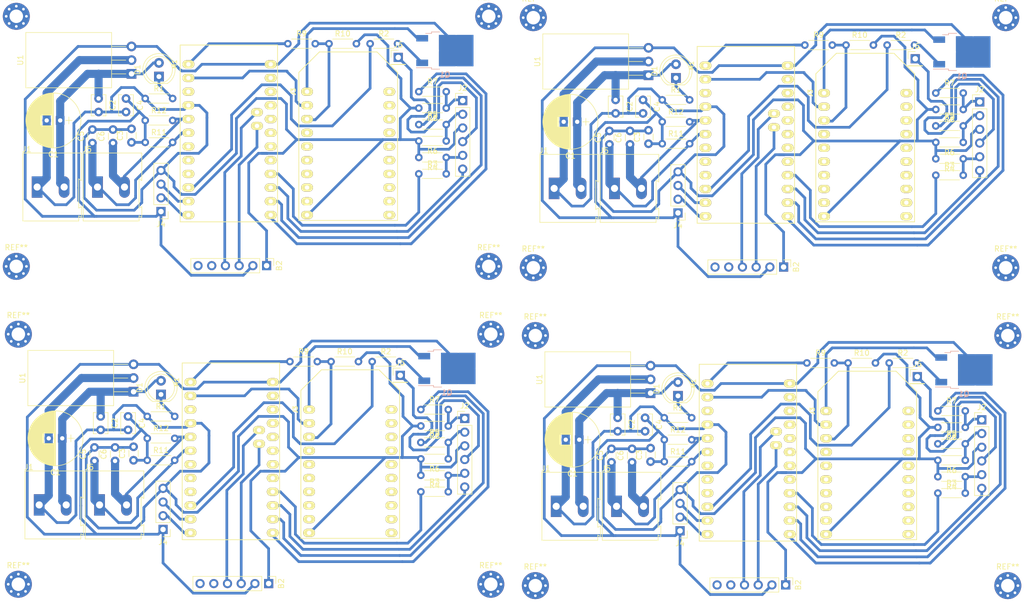
<source format=kicad_pcb>
(kicad_pcb (version 4) (host pcbnew 4.0.7)
  (title_block (title Transmitter) (date 2017-11-20) (rev 1.0) (company "Santa Casa de Misericórdia") (comment 1 "Julio Cesar Ferreira Lima"))
  (layers (0 F.Cu signal hide) (31 B.Cu signal) (34 B.Paste user) (35 F.Paste user) (36 B.SilkS user) (37 F.SilkS user) (38 B.Mask user) (39 F.Mask user) (44 Edge.Cuts user))
  (net 0 "")
  (net 1 +12V)
  (net 2 GND)
  (net 3 +5V)
  (net 4 INT1)
  (net 5 INT0)
  (net 6 "Net-(D1-Pad1)")
  (net 7 SS)
  (net 8 MOSI)
  (net 9 +3V3)
  (net 10 SCLK)
  (net 11 MISO)
  (net 12 PWR)
  (net 13 DOUT)
  (net 14 DIN)
  (net 15 "Net-(J3-Pad4)")
  (net 16 "Net-(J3-Pad5)")
  (net 17 "Net-(J3-Pad6)")
  (net 18 "Net-(J3-Pad7)")
  (net 19 "Net-(J3-Pad8)")
  (net 20 "Net-(J3-Pad9)")
  (net 21 "Net-(J3-Pad11)")
  (net 22 "Net-(J3-Pad12)")
  (net 23 "Net-(J3-Pad13)")
  (net 24 "Net-(J3-Pad14)")
  (net 25 "Net-(J3-Pad15)")
  (net 26 "Net-(J3-Pad16)")
  (net 27 "Net-(J3-Pad17)")
  (net 28 "Net-(J3-Pad18)")
  (net 29 "Net-(J3-Pad19)")
  (net 30 "Net-(J3-Pad20)")
  (net 31 "Net-(J4-Pad2)")
  (net 32 "Net-(J4-Pad3)")
  (net 33 eXbee)
  (net 34 D13)
  (net 35 D11)
  (net 36 D10)
  (net 37 TX)
  (net 38 SCL)
  (net 39 SDA)
  (net 40 "Net-(M1-Pad3)")
  (net 41 "Net-(M1-Pad7)")
  (net 42 "Net-(M1-Pad8)")
  (net 43 "Net-(M1-Pad9)")
  (net 44 "Net-(M1-Pad17)")
  (net 45 "Net-(M1-Pad18)")
  (net 46 "Net-(M1-Pad19)")
  (net 47 "Net-(M1-Pad20)")
  (net 48 "Net-(M1-Pad22)")
  (net 49 "Net-(M1-Pad21)")
  (net 50 "Net-(M1-Pad23)")
  (net 51 "Net-(Q1-Pad1)")
  (module Mounting_Holes:MountingHole_2.5mm_Pad_Via (layer F.Cu) (at 138.176 32.385)
    (fp_text reference REF** (at 0 -3.5) (layer F.SilkS))
    (fp_text value MountingHole_2.5mm_Pad_Via)
    (pad 1 thru_hole circle (at 0 0) (size 5 5) (drill 2.5) (layers *.Cu *.Mask))
    (pad "" thru_hole circle (at 1.875 0) (size 0.8 0.8) (drill 0.5) (layers *.Cu *.Mask))
    (pad "" thru_hole circle (at 1.325825 1.325825) (size 0.8 0.8) (drill 0.5) (layers *.Cu *.Mask))
    (pad "" thru_hole circle (at 0 1.875) (size 0.8 0.8) (drill 0.5) (layers *.Cu *.Mask))
    (pad "" thru_hole circle (at -1.325825 1.325825) (size 0.8 0.8) (drill 0.5) (layers *.Cu *.Mask))
    (pad "" thru_hole circle (at -1.875 0) (size 0.8 0.8) (drill 0.5) (layers *.Cu *.Mask))
    (pad "" thru_hole circle (at -1.325825 -1.325825) (size 0.8 0.8) (drill 0.5) (layers *.Cu *.Mask))
    (pad "" thru_hole circle (at 0 -1.875) (size 0.8 0.8) (drill 0.5) (layers *.Cu *.Mask))
    (pad "" thru_hole circle (at 1.325825 -1.325825) (size 0.8 0.8) (drill 0.5) (layers *.Cu *.Mask))
  )
  (module TO_SOT_Packages_SMD:TO-252-2 (layer B.Cu) (at 130.048 38.735)
    (fp_text reference Q1 (at 0 4.5) (layer B.SilkS) (effects (justify mirror)))
    (fp_text value Q_NMOS_GDS)
    (pad 1 smd rect (at -4.2 2.28) (size 2.2 1.2) (layers B.Cu B.Paste B.Mask) (net 51 "Net-(Q1-Pad1)"))
    (pad 3 smd rect (at -4.2 -2.28) (size 2.2 1.2) (layers B.Cu B.Paste B.Mask) (net 12 PWR))
    (pad 2 smd rect (at 2.1 0) (size 6.4 5.8) (layers B.Cu B.Mask) (net 3 +5V))
    (pad 2 smd rect (at 3.775 -1.525) (size 3.05 2.75) (layers B.Cu B.Paste) (net 3 +5V))
    (pad 2 smd rect (at 0.425 1.525) (size 3.05 2.75) (layers B.Cu B.Paste) (net 3 +5V))
    (pad 2 smd rect (at 3.775 1.525) (size 3.05 2.75) (layers B.Cu B.Paste) (net 3 +5V))
    (pad 2 smd rect (at 0.425 -1.525) (size 3.05 2.75) (layers B.Cu B.Paste) (net 3 +5V))
  )
  (module Pin_Headers:Pin_Header_Straight_1x01_Pitch2.54mm (layer F.Cu) (at 121.412 40.005)
    (fp_text reference J6 (at 0 -2.33) (layer F.SilkS))
    (fp_text value "Regulator +3.3V")
    (pad 1 thru_hole rect (at 0 0) (size 1.7 1.7) (drill 1) (layers *.Cu *.Mask) (net 9 +3V3))
  )
  (module Pin_Headers:Pin_Header_Straight_1x06_Pitch2.54mm (layer F.Cu) (at 97.028 78.613 270)
    (fp_text reference B2 (at 0 -2.33 270) (layer F.SilkS))
    (fp_text value rtc)
    (pad 1 thru_hole rect (at 0 0 270) (size 1.7 1.7) (drill 1) (layers *.Cu *.Mask) (net 2 GND))
    (pad 2 thru_hole oval (at 0 2.54 270) (size 1.7 1.7) (drill 1) (layers *.Cu *.Mask) (net 3 +5V))
    (pad 3 thru_hole oval (at 0 5.08 270) (size 1.7 1.7) (drill 1) (layers *.Cu *.Mask) (net 39 SDA))
    (pad 4 thru_hole oval (at 0 7.62 270) (size 1.7 1.7) (drill 1) (layers *.Cu *.Mask) (net 38 SCL))
    (pad 5 thru_hole oval (at 0 10.16 270) (size 1.7 1.7) (drill 1) (layers *.Cu *.Mask))
    (pad 6 thru_hole oval (at 0 12.7 270) (size 1.7 1.7) (drill 1) (layers *.Cu *.Mask))
  )
  (module TO_SOT_Packages_THT:TO-220-3_Horizontal (layer F.Cu) (at 72.009 43.053 90)
    (fp_text reference U1 (at 2.54 -20.58 90) (layer F.SilkS))
    (fp_text value L7805)
    (pad 0 np_thru_hole oval (at 2.54 -16.66 90) (size 3.5 3.5) (drill 3.5) (layers *.Cu *.Mask))
    (pad 1 thru_hole rect (at 0 0 90) (size 1.8 1.8) (drill 1) (layers *.Cu *.Mask) (net 1 +12V))
    (pad 2 thru_hole oval (at 2.54 0 90) (size 1.8 1.8) (drill 1) (layers *.Cu *.Mask) (net 2 GND))
    (pad 3 thru_hole oval (at 5.08 0 90) (size 1.8 1.8) (drill 1) (layers *.Cu *.Mask) (net 3 +5V))
  )
  (module Resistors_THT:R_Axial_DIN0204_L3.6mm_D1.6mm_P5.08mm_Horizontal (layer F.Cu) (at 74.549 51.689)
    (fp_text reference R12 (at 2.54 -1.86) (layer F.SilkS))
    (fp_text value 1k)
    (pad 1 thru_hole circle (at 0 0) (size 1.4 1.4) (drill 0.7) (layers *.Cu *.Mask) (net 3 +5V))
    (pad 2 thru_hole oval (at 5.08 0) (size 1.4 1.4) (drill 0.7) (layers *.Cu *.Mask) (net 5 INT0))
  )
  (module Resistors_THT:R_Axial_DIN0204_L3.6mm_D1.6mm_P5.08mm_Horizontal (layer F.Cu) (at 74.549 55.753)
    (fp_text reference R11 (at 2.54 -1.86) (layer F.SilkS))
    (fp_text value 1k)
    (pad 1 thru_hole circle (at 0 0) (size 1.4 1.4) (drill 0.7) (layers *.Cu *.Mask) (net 3 +5V))
    (pad 2 thru_hole oval (at 5.08 0) (size 1.4 1.4) (drill 0.7) (layers *.Cu *.Mask) (net 4 INT1))
  )
  (module Resistors_THT:R_Axial_DIN0204_L3.6mm_D1.6mm_P5.08mm_Horizontal (layer F.Cu) (at 108.585 37.465)
    (fp_text reference R10 (at 2.54 -1.86) (layer F.SilkS))
    (fp_text value 1.5k)
    (pad 1 thru_hole circle (at 0 0) (size 1.4 1.4) (drill 0.7) (layers *.Cu *.Mask) (net 14 DIN))
    (pad 2 thru_hole oval (at 5.08 0) (size 1.4 1.4) (drill 0.7) (layers *.Cu *.Mask) (net 2 GND))
  )
  (module Resistors_THT:R_Axial_DIN0204_L3.6mm_D1.6mm_P5.08mm_Horizontal (layer F.Cu) (at 100.965 37.465)
    (fp_text reference R9 (at 2.54 -1.86) (layer F.SilkS))
    (fp_text value 1k)
    (pad 1 thru_hole circle (at 0 0) (size 1.4 1.4) (drill 0.7) (layers *.Cu *.Mask) (net 37 TX))
    (pad 2 thru_hole oval (at 5.08 0) (size 1.4 1.4) (drill 0.7) (layers *.Cu *.Mask) (net 14 DIN))
  )
  (module Resistors_THT:R_Axial_DIN0204_L3.6mm_D1.6mm_P5.08mm_Horizontal (layer F.Cu) (at 130.302 49.403 180)
    (fp_text reference R8 (at 2.54 -1.86 180) (layer F.SilkS))
    (fp_text value 1.5k)
    (pad 1 thru_hole circle (at 0 0 180) (size 1.4 1.4) (drill 0.7) (layers *.Cu *.Mask) (net 7 SS))
    (pad 2 thru_hole oval (at 5.08 0 180) (size 1.4 1.4) (drill 0.7) (layers *.Cu *.Mask) (net 2 GND))
  )
  (module Resistors_THT:R_Axial_DIN0204_L3.6mm_D1.6mm_P5.08mm_Horizontal (layer F.Cu) (at 125.222 46.355)
    (fp_text reference R7 (at 2.54 -1.86) (layer F.SilkS))
    (fp_text value 1k)
    (pad 1 thru_hole circle (at 0 0) (size 1.4 1.4) (drill 0.7) (layers *.Cu *.Mask) (net 36 D10))
    (pad 2 thru_hole oval (at 5.08 0) (size 1.4 1.4) (drill 0.7) (layers *.Cu *.Mask) (net 7 SS))
  )
  (module Resistors_THT:R_Axial_DIN0204_L3.6mm_D1.6mm_P5.08mm_Horizontal (layer F.Cu) (at 130.302 55.499 180)
    (fp_text reference R6 (at 2.54 -1.86 180) (layer F.SilkS))
    (fp_text value 1.5k)
    (pad 1 thru_hole circle (at 0 0 180) (size 1.4 1.4) (drill 0.7) (layers *.Cu *.Mask) (net 8 MOSI))
    (pad 2 thru_hole oval (at 5.08 0 180) (size 1.4 1.4) (drill 0.7) (layers *.Cu *.Mask) (net 2 GND))
  )
  (module Resistors_THT:R_Axial_DIN0204_L3.6mm_D1.6mm_P5.08mm_Horizontal (layer F.Cu) (at 125.222 52.451)
    (fp_text reference R5 (at 2.54 -1.86) (layer F.SilkS))
    (fp_text value 1k)
    (pad 1 thru_hole circle (at 0 0) (size 1.4 1.4) (drill 0.7) (layers *.Cu *.Mask) (net 35 D11))
    (pad 2 thru_hole oval (at 5.08 0) (size 1.4 1.4) (drill 0.7) (layers *.Cu *.Mask) (net 8 MOSI))
  )
  (module Resistors_THT:R_Axial_DIN0204_L3.6mm_D1.6mm_P5.08mm_Horizontal (layer F.Cu) (at 130.302 58.547 180)
    (fp_text reference R4 (at 2.54 -1.86 180) (layer F.SilkS))
    (fp_text value 1.5k)
    (pad 1 thru_hole circle (at 0 0 180) (size 1.4 1.4) (drill 0.7) (layers *.Cu *.Mask) (net 10 SCLK))
    (pad 2 thru_hole oval (at 5.08 0 180) (size 1.4 1.4) (drill 0.7) (layers *.Cu *.Mask) (net 2 GND))
  )
  (module Resistors_THT:R_Axial_DIN0204_L3.6mm_D1.6mm_P5.08mm_Horizontal (layer F.Cu) (at 116.205 37.465)
    (fp_text reference R2 (at 2.54 -1.86) (layer F.SilkS))
    (fp_text value 1k)
    (pad 1 thru_hole circle (at 0 0) (size 1.4 1.4) (drill 0.7) (layers *.Cu *.Mask) (net 33 eXbee))
    (pad 2 thru_hole oval (at 5.08 0) (size 1.4 1.4) (drill 0.7) (layers *.Cu *.Mask) (net 51 "Net-(Q1-Pad1)"))
  )
  (module Pin_Headers:Pin_Header_Straight_1x06_Pitch2.54mm (layer F.Cu) (at 133.35 48.006)
    (fp_text reference J2 (at 0 -2.33) (layer F.SilkS))
    (fp_text value shield_sd)
    (pad 1 thru_hole rect (at 0 0) (size 1.7 1.7) (drill 1) (layers *.Cu *.Mask) (net 7 SS))
    (pad 2 thru_hole oval (at 0 2.54) (size 1.7 1.7) (drill 1) (layers *.Cu *.Mask) (net 8 MOSI))
    (pad 3 thru_hole oval (at 0 5.08) (size 1.7 1.7) (drill 1) (layers *.Cu *.Mask) (net 2 GND))
    (pad 4 thru_hole oval (at 0 7.62) (size 1.7 1.7) (drill 1) (layers *.Cu *.Mask) (net 9 +3V3))
    (pad 5 thru_hole oval (at 0 10.16) (size 1.7 1.7) (drill 1) (layers *.Cu *.Mask) (net 10 SCLK))
    (pad 6 thru_hole oval (at 0 12.7) (size 1.7 1.7) (drill 1) (layers *.Cu *.Mask) (net 11 MISO))
  )
  (module Capacitors_THT:C_Disc_D3.8mm_W2.6mm_P2.50mm (layer F.Cu) (at 70.993 47.625 270)
    (fp_text reference C4 (at 1.25 -2.61 270) (layer F.SilkS))
    (fp_text value 10u)
    (pad 1 thru_hole circle (at 0 0 270) (size 1.6 1.6) (drill 0.8) (layers *.Cu *.Mask) (net 3 +5V))
    (pad 2 thru_hole circle (at 2.5 0 270) (size 1.6 1.6) (drill 0.8) (layers *.Cu *.Mask) (net 2 GND))
  )
  (module Capacitors_THT:CP_Radial_D10.0mm_P2.50mm (layer F.Cu) (at 58.801 51.689 180)
    (fp_text reference C1 (at 1.25 -6.31 180) (layer F.SilkS))
    (fp_text value 1000u)
    (pad 1 thru_hole rect (at 0 0 180) (size 1.6 1.6) (drill 0.8) (layers *.Cu *.Mask) (net 1 +12V))
    (pad 2 thru_hole circle (at 2.5 0 180) (size 1.6 1.6) (drill 0.8) (layers *.Cu *.Mask) (net 2 GND))
  )
  (module TerminalBlock:TerminalBlock_Altech_AK300-2_P5.00mm (layer F.Cu) (at 54.5338 64.0334)
    (fp_text reference J1 (at -1.92 -6.99) (layer F.SilkS))
    (fp_text value "Conector DC")
    (pad 1 thru_hole rect (at 0 0) (size 1.98 3.96) (drill 1.32) (layers *.Cu *.Mask) (net 2 GND))
    (pad 2 thru_hole oval (at 5 0) (size 1.98 3.96) (drill 1.32) (layers *.Cu *.Mask) (net 1 +12V))
  )
  (module Capacitors_THT:C_Disc_D3.0mm_W1.6mm_P2.50mm (layer F.Cu) (at 72.009 55.753 90)
    (fp_text reference C3 (at 1.25 -2.11 90) (layer F.SilkS))
    (fp_text value 104)
    (pad 1 thru_hole circle (at 0 0 90) (size 1.6 1.6) (drill 0.8) (layers *.Cu *.Mask) (net 3 +5V))
    (pad 2 thru_hole circle (at 2.5 0 90) (size 1.6 1.6) (drill 0.8) (layers *.Cu *.Mask) (net 2 GND))
  )
  (module Capacitors_THT:C_Disc_D3.0mm_W1.6mm_P2.50mm (layer F.Cu) (at 64.77 55.88 90)
    (fp_text reference C5 (at 1.25 -2.11 90) (layer F.SilkS))
    (fp_text value 104)
    (pad 1 thru_hole circle (at 0 0 90) (size 1.6 1.6) (drill 0.8) (layers *.Cu *.Mask) (net 4 INT1))
    (pad 2 thru_hole circle (at 2.5 0 90) (size 1.6 1.6) (drill 0.8) (layers *.Cu *.Mask) (net 2 GND))
  )
  (module Capacitors_THT:C_Disc_D3.0mm_W1.6mm_P2.50mm (layer F.Cu) (at 68.58 55.88 90)
    (fp_text reference C6 (at 1.25 -2.11 90) (layer F.SilkS))
    (fp_text value 104)
    (pad 1 thru_hole circle (at 0 0 90) (size 1.6 1.6) (drill 0.8) (layers *.Cu *.Mask) (net 5 INT0))
    (pad 2 thru_hole circle (at 2.5 0 90) (size 1.6 1.6) (drill 0.8) (layers *.Cu *.Mask) (net 2 GND))
  )
  (module Capacitors_THT:C_Disc_D3.8mm_W2.6mm_P2.50mm (layer F.Cu) (at 65.913 47.625 270)
    (fp_text reference C2 (at 1.25 -2.61 270) (layer F.SilkS))
    (fp_text value 10u)
    (pad 1 thru_hole circle (at 0 0 270) (size 1.6 1.6) (drill 0.8) (layers *.Cu *.Mask) (net 1 +12V))
    (pad 2 thru_hole circle (at 2.5 0 270) (size 1.6 1.6) (drill 0.8) (layers *.Cu *.Mask) (net 2 GND))
  )
  (module Resistors_THT:R_Axial_DIN0204_L3.6mm_D1.6mm_P5.08mm_Horizontal (layer F.Cu) (at 74.549 47.625)
    (fp_text reference R1 (at 2.54 -1.86) (layer F.SilkS))
    (fp_text value 470)
    (pad 1 thru_hole circle (at 0 0) (size 1.4 1.4) (drill 0.7) (layers *.Cu *.Mask) (net 2 GND))
    (pad 2 thru_hole oval (at 5.08 0) (size 1.4 1.4) (drill 0.7) (layers *.Cu *.Mask) (net 6 "Net-(D1-Pad1)"))
  )
  (module Pin_Headers:Pin_Header_Straight_1x04_Pitch2.54mm (layer F.Cu) (at 77.47 68.58 180)
    (fp_text reference J4 (at 0 -2.33 180) (layer F.SilkS))
    (fp_text value "Soft. Serial")
    (pad 1 thru_hole rect (at 0 0 180) (size 1.7 1.7) (drill 1) (layers *.Cu *.Mask) (net 3 +5V))
    (pad 2 thru_hole oval (at 0 2.54 180) (size 1.7 1.7) (drill 1) (layers *.Cu *.Mask) (net 31 "Net-(J4-Pad2)"))
    (pad 3 thru_hole oval (at 0 5.08 180) (size 1.7 1.7) (drill 1) (layers *.Cu *.Mask) (net 32 "Net-(J4-Pad3)"))
    (pad 4 thru_hole oval (at 0 7.62 180) (size 1.7 1.7) (drill 1) (layers *.Cu *.Mask) (net 2 GND))
  )
  (module TerminalBlock:TerminalBlock_Altech_AK300-2_P5.00mm (layer F.Cu) (at 65.7098 64.0334)
    (fp_text reference J5 (at -1.92 -6.99) (layer F.SilkS))
    (fp_text value "Conector Input")
    (pad 1 thru_hole rect (at 0 0) (size 1.98 3.96) (drill 1.32) (layers *.Cu *.Mask) (net 4 INT1))
    (pad 2 thru_hole oval (at 5 0) (size 1.98 3.96) (drill 1.32) (layers *.Cu *.Mask) (net 5 INT0))
  )
  (module LEDs:LED_D5.0mm (layer F.Cu) (at 77.089 43.561 90)
    (fp_text reference D1 (at 1.27 -3.96 90) (layer F.SilkS))
    (fp_text value LED)
    (pad 1 thru_hole rect (at 0 0 90) (size 1.8 1.8) (drill 0.9) (layers *.Cu *.Mask) (net 6 "Net-(D1-Pad1)"))
    (pad 2 thru_hole circle (at 2.54 0 90) (size 1.8 1.8) (drill 0.9) (layers *.Cu *.Mask) (net 1 +12V))
  )
  (module Galeguinho:arduino_pro_mini_full (layer F.Cu) (at 90.17 55.245 270)
    (fp_text reference M1 (at -13.97 10.16 270) (layer F.SilkS) (effects (font (size 0.8 0.8) (thickness 0.16))))
    (fp_text value arduino_pro_mini_full hide)
    (pad 1 thru_hole oval (at -13.97 7.62 270) (size 1.50114 2.19964) (drill 0.8001) (layers *.Cu *.Mask F.SilkS) (net 37 TX))
    (pad 2 thru_hole oval (at -11.43 7.62 270) (size 1.50114 2.19964) (drill 0.8001) (layers *.Cu *.Mask F.SilkS) (net 13 DOUT))
    (pad 3 thru_hole oval (at -8.89 7.62 270) (size 1.50114 2.19964) (drill 0.8001) (layers *.Cu *.Mask F.SilkS) (net 40 "Net-(M1-Pad3)"))
    (pad 4 thru_hole oval (at -6.35 7.62 270) (size 1.50114 2.19964) (drill 0.8001) (layers *.Cu *.Mask F.SilkS) (net 2 GND))
    (pad 5 thru_hole oval (at -3.81 7.62 270) (size 1.50114 2.19964) (drill 0.8001) (layers *.Cu *.Mask F.SilkS) (net 5 INT0))
    (pad 6 thru_hole oval (at -1.27 7.62 270) (size 1.50114 2.19964) (drill 0.8001) (layers *.Cu *.Mask F.SilkS) (net 4 INT1))
    (pad 7 thru_hole oval (at 1.27 7.62 270) (size 1.50114 2.19964) (drill 0.8001) (layers *.Cu *.Mask F.SilkS) (net 41 "Net-(M1-Pad7)"))
    (pad 8 thru_hole oval (at 3.81 7.62 270) (size 1.50114 2.19964) (drill 0.8001) (layers *.Cu *.Mask F.SilkS) (net 42 "Net-(M1-Pad8)"))
    (pad 9 thru_hole oval (at 6.35 7.62 270) (size 1.50114 2.19964) (drill 0.8001) (layers *.Cu *.Mask F.SilkS) (net 43 "Net-(M1-Pad9)"))
    (pad 10 thru_hole oval (at 8.89 7.62 270) (size 1.50114 2.19964) (drill 0.8001) (layers *.Cu *.Mask F.SilkS) (net 33 eXbee))
    (pad 11 thru_hole oval (at 11.43 7.62 270) (size 1.50114 2.19964) (drill 0.8001) (layers *.Cu *.Mask F.SilkS) (net 32 "Net-(J4-Pad3)"))
    (pad 12 thru_hole oval (at 13.97 7.62 270) (size 1.50114 2.19964) (drill 0.8001) (layers *.Cu *.Mask F.SilkS) (net 31 "Net-(J4-Pad2)"))
    (pad 13 thru_hole oval (at 13.97 -7.62 270) (size 1.50114 2.19964) (drill 0.8001) (layers *.Cu *.Mask F.SilkS) (net 36 D10))
    (pad 14 thru_hole oval (at 11.43 -7.62 270) (size 1.50114 2.19964) (drill 0.8001) (layers *.Cu *.Mask F.SilkS) (net 35 D11))
    (pad 15 thru_hole oval (at 8.89 -7.62 270) (size 1.50114 2.19964) (drill 0.8001) (layers *.Cu *.Mask F.SilkS) (net 11 MISO))
    (pad 16 thru_hole oval (at 6.35 -7.62 270) (size 1.50114 2.19964) (drill 0.8001) (layers *.Cu *.Mask F.SilkS) (net 34 D13))
    (pad 17 thru_hole oval (at 3.81 -7.62 270) (size 1.50114 2.19964) (drill 0.8001) (layers *.Cu *.Mask F.SilkS) (net 44 "Net-(M1-Pad17)"))
    (pad 18 thru_hole oval (at 1.27 -7.62 270) (size 1.50114 2.19964) (drill 0.8001) (layers *.Cu *.Mask F.SilkS) (net 45 "Net-(M1-Pad18)"))
    (pad 19 thru_hole oval (at -1.27 -7.62 270) (size 1.50114 2.19964) (drill 0.8001) (layers *.Cu *.Mask F.SilkS) (net 46 "Net-(M1-Pad19)"))
    (pad 20 thru_hole oval (at -3.81 -7.62 270) (size 1.50114 2.19964) (drill 0.8001) (layers *.Cu *.Mask F.SilkS) (net 47 "Net-(M1-Pad20)"))
    (pad 21 thru_hole oval (at -6.35 -7.62 270) (size 1.50114 2.19964) (drill 0.8001) (layers *.Cu *.Mask F.SilkS) (net 49 "Net-(M1-Pad21)"))
    (pad 22 thru_hole oval (at -8.89 -7.62 270) (size 1.50114 2.19964) (drill 0.8001) (layers *.Cu *.Mask F.SilkS) (net 48 "Net-(M1-Pad22)"))
    (pad 23 thru_hole oval (at -11.43 -7.62 270) (size 1.50114 2.19964) (drill 0.8001) (layers *.Cu *.Mask F.SilkS) (net 50 "Net-(M1-Pad23)"))
    (pad 24 thru_hole oval (at -13.97 -7.62 270) (size 1.50114 2.19964) (drill 0.8001) (layers *.Cu *.Mask F.SilkS) (net 3 +5V))
    (pad 25 thru_hole oval (at -2.54 -5.08 270) (size 1.50114 2.19964) (drill 0.8001) (layers *.Cu *.Mask F.SilkS) (net 39 SDA))
    (pad 26 thru_hole oval (at -5.08 -5.08 270) (size 1.50114 2.19964) (drill 0.8001) (layers *.Cu *.Mask F.SilkS) (net 38 SCL))
  )
  (module Resistors_THT:R_Axial_DIN0204_L3.6mm_D1.6mm_P5.08mm_Horizontal (layer F.Cu) (at 125.222 61.595)
    (fp_text reference R3 (at 2.54 -1.86) (layer F.SilkS))
    (fp_text value 1k)
    (pad 1 thru_hole circle (at 0 0) (size 1.4 1.4) (drill 0.7) (layers *.Cu *.Mask) (net 34 D13))
    (pad 2 thru_hole oval (at 5.08 0) (size 1.4 1.4) (drill 0.7) (layers *.Cu *.Mask) (net 10 SCLK))
  )
  (module Galeguinho:shield_xbee (layer F.Cu) (at 112.649 56.261)
    (fp_text reference J3 (at -10.668 -9.906 270) (layer F.SilkS) (effects (font (size 0.8 0.8) (thickness 0.16))))
    (fp_text value shield_xbee hide)
    (pad 1 thru_hole oval (at -8.128 -9.906 270) (size 1.50114 2.19964) (drill 0.8001) (layers *.Cu *.Mask F.SilkS) (net 12 PWR))
    (pad 2 thru_hole oval (at -8.128 -7.366 270) (size 1.50114 2.19964) (drill 0.8001) (layers *.Cu *.Mask F.SilkS) (net 13 DOUT))
    (pad 3 thru_hole oval (at -8.128 -4.826 270) (size 1.50114 2.19964) (drill 0.8001) (layers *.Cu *.Mask F.SilkS) (net 14 DIN))
    (pad 4 thru_hole oval (at -8.128 -2.286 270) (size 1.50114 2.19964) (drill 0.8001) (layers *.Cu *.Mask F.SilkS) (net 15 "Net-(J3-Pad4)"))
    (pad 5 thru_hole oval (at -8.128 0.254 270) (size 1.50114 2.19964) (drill 0.8001) (layers *.Cu *.Mask F.SilkS) (net 16 "Net-(J3-Pad5)"))
    (pad 6 thru_hole oval (at -8.128 2.794 270) (size 1.50114 2.19964) (drill 0.8001) (layers *.Cu *.Mask F.SilkS) (net 17 "Net-(J3-Pad6)"))
    (pad 7 thru_hole oval (at -8.128 5.334 270) (size 1.50114 2.19964) (drill 0.8001) (layers *.Cu *.Mask F.SilkS) (net 18 "Net-(J3-Pad7)"))
    (pad 8 thru_hole oval (at -8.128 7.874 270) (size 1.50114 2.19964) (drill 0.8001) (layers *.Cu *.Mask F.SilkS) (net 19 "Net-(J3-Pad8)"))
    (pad 9 thru_hole oval (at -8.128 10.414 270) (size 1.50114 2.19964) (drill 0.8001) (layers *.Cu *.Mask F.SilkS) (net 20 "Net-(J3-Pad9)"))
    (pad 10 thru_hole oval (at -8.128 12.954 270) (size 1.50114 2.19964) (drill 0.8001) (layers *.Cu *.Mask F.SilkS) (net 2 GND))
    (pad 11 thru_hole oval (at 7.112 12.954 270) (size 1.50114 2.19964) (drill 0.8001) (layers *.Cu *.Mask F.SilkS) (net 21 "Net-(J3-Pad11)"))
    (pad 12 thru_hole oval (at 7.112 10.414 270) (size 1.50114 2.19964) (drill 0.8001) (layers *.Cu *.Mask F.SilkS) (net 22 "Net-(J3-Pad12)"))
    (pad 13 thru_hole oval (at 7.112 7.874 270) (size 1.50114 2.19964) (drill 0.8001) (layers *.Cu *.Mask F.SilkS) (net 23 "Net-(J3-Pad13)"))
    (pad 14 thru_hole oval (at 7.112 5.334 270) (size 1.50114 2.19964) (drill 0.8001) (layers *.Cu *.Mask F.SilkS) (net 24 "Net-(J3-Pad14)"))
    (pad 15 thru_hole oval (at 7.112 2.794 270) (size 1.50114 2.19964) (drill 0.8001) (layers *.Cu *.Mask F.SilkS) (net 25 "Net-(J3-Pad15)"))
    (pad 16 thru_hole oval (at 7.112 0.254 270) (size 1.50114 2.19964) (drill 0.8001) (layers *.Cu *.Mask F.SilkS) (net 26 "Net-(J3-Pad16)"))
    (pad 17 thru_hole oval (at 7.112 -2.286 270) (size 1.50114 2.19964) (drill 0.8001) (layers *.Cu *.Mask F.SilkS) (net 27 "Net-(J3-Pad17)"))
    (pad 18 thru_hole oval (at 7.112 -4.826 270) (size 1.50114 2.19964) (drill 0.8001) (layers *.Cu *.Mask F.SilkS) (net 28 "Net-(J3-Pad18)"))
    (pad 19 thru_hole oval (at 7.112 -7.366 270) (size 1.50114 2.19964) (drill 0.8001) (layers *.Cu *.Mask F.SilkS) (net 29 "Net-(J3-Pad19)"))
    (pad 20 thru_hole oval (at 7.112 -9.906 270) (size 1.50114 2.19964) (drill 0.8001) (layers *.Cu *.Mask F.SilkS) (net 30 "Net-(J3-Pad20)"))
  )
  (module Mounting_Holes:MountingHole_2.5mm_Pad_Via (layer F.Cu) (at 138.176 78.74)
    (fp_text reference REF** (at 0 -3.5) (layer F.SilkS))
    (fp_text value MountingHole_2.5mm_Pad_Via)
    (pad 1 thru_hole circle (at 0 0) (size 5 5) (drill 2.5) (layers *.Cu *.Mask))
    (pad "" thru_hole circle (at 1.875 0) (size 0.8 0.8) (drill 0.5) (layers *.Cu *.Mask))
    (pad "" thru_hole circle (at 1.325825 1.325825) (size 0.8 0.8) (drill 0.5) (layers *.Cu *.Mask))
    (pad "" thru_hole circle (at 0 1.875) (size 0.8 0.8) (drill 0.5) (layers *.Cu *.Mask))
    (pad "" thru_hole circle (at -1.325825 1.325825) (size 0.8 0.8) (drill 0.5) (layers *.Cu *.Mask))
    (pad "" thru_hole circle (at -1.875 0) (size 0.8 0.8) (drill 0.5) (layers *.Cu *.Mask))
    (pad "" thru_hole circle (at -1.325825 -1.325825) (size 0.8 0.8) (drill 0.5) (layers *.Cu *.Mask))
    (pad "" thru_hole circle (at 0 -1.875) (size 0.8 0.8) (drill 0.5) (layers *.Cu *.Mask))
    (pad "" thru_hole circle (at 1.325825 -1.325825) (size 0.8 0.8) (drill 0.5) (layers *.Cu *.Mask))
  )
  (module Mounting_Holes:MountingHole_2.5mm_Pad_Via (layer F.Cu) (at 50.673 78.74)
    (fp_text reference REF** (at 0 -3.5) (layer F.SilkS))
    (fp_text value MountingHole_2.5mm_Pad_Via)
    (pad 1 thru_hole circle (at 0 0) (size 5 5) (drill 2.5) (layers *.Cu *.Mask))
    (pad "" thru_hole circle (at 1.875 0) (size 0.8 0.8) (drill 0.5) (layers *.Cu *.Mask))
    (pad "" thru_hole circle (at 1.325825 1.325825) (size 0.8 0.8) (drill 0.5) (layers *.Cu *.Mask))
    (pad "" thru_hole circle (at 0 1.875) (size 0.8 0.8) (drill 0.5) (layers *.Cu *.Mask))
    (pad "" thru_hole circle (at -1.325825 1.325825) (size 0.8 0.8) (drill 0.5) (layers *.Cu *.Mask))
    (pad "" thru_hole circle (at -1.875 0) (size 0.8 0.8) (drill 0.5) (layers *.Cu *.Mask))
    (pad "" thru_hole circle (at -1.325825 -1.325825) (size 0.8 0.8) (drill 0.5) (layers *.Cu *.Mask))
    (pad "" thru_hole circle (at 0 -1.875) (size 0.8 0.8) (drill 0.5) (layers *.Cu *.Mask))
    (pad "" thru_hole circle (at 1.325825 -1.325825) (size 0.8 0.8) (drill 0.5) (layers *.Cu *.Mask))
  )
  (module Mounting_Holes:MountingHole_2.5mm_Pad_Via (layer F.Cu) (at 50.673 32.385)
    (fp_text reference REF** (at 0 -3.5) (layer F.SilkS))
    (fp_text value MountingHole_2.5mm_Pad_Via)
    (pad 1 thru_hole circle (at 0 0) (size 5 5) (drill 2.5) (layers *.Cu *.Mask))
    (pad "" thru_hole circle (at 1.875 0) (size 0.8 0.8) (drill 0.5) (layers *.Cu *.Mask))
    (pad "" thru_hole circle (at 1.325825 1.325825) (size 0.8 0.8) (drill 0.5) (layers *.Cu *.Mask))
    (pad "" thru_hole circle (at 0 1.875) (size 0.8 0.8) (drill 0.5) (layers *.Cu *.Mask))
    (pad "" thru_hole circle (at -1.325825 1.325825) (size 0.8 0.8) (drill 0.5) (layers *.Cu *.Mask))
    (pad "" thru_hole circle (at -1.875 0) (size 0.8 0.8) (drill 0.5) (layers *.Cu *.Mask))
    (pad "" thru_hole circle (at -1.325825 -1.325825) (size 0.8 0.8) (drill 0.5) (layers *.Cu *.Mask))
    (pad "" thru_hole circle (at 0 -1.875) (size 0.8 0.8) (drill 0.5) (layers *.Cu *.Mask))
    (pad "" thru_hole circle (at 1.325825 -1.325825) (size 0.8 0.8) (drill 0.5) (layers *.Cu *.Mask))
  )
  (module Mounting_Holes:MountingHole_2.5mm_Pad_Via (layer F.Cu) (at 146.431 32.639)
    (fp_text reference REF** (at 0 -3.5) (layer F.SilkS))
    (fp_text value MountingHole_2.5mm_Pad_Via)
    (pad 1 thru_hole circle (at 0 0) (size 5 5) (drill 2.5) (layers *.Cu *.Mask))
    (pad "" thru_hole circle (at 1.875 0) (size 0.8 0.8) (drill 0.5) (layers *.Cu *.Mask))
    (pad "" thru_hole circle (at 1.325825 1.325825) (size 0.8 0.8) (drill 0.5) (layers *.Cu *.Mask))
    (pad "" thru_hole circle (at 0 1.875) (size 0.8 0.8) (drill 0.5) (layers *.Cu *.Mask))
    (pad "" thru_hole circle (at -1.325825 1.325825) (size 0.8 0.8) (drill 0.5) (layers *.Cu *.Mask))
    (pad "" thru_hole circle (at -1.875 0) (size 0.8 0.8) (drill 0.5) (layers *.Cu *.Mask))
    (pad "" thru_hole circle (at -1.325825 -1.325825) (size 0.8 0.8) (drill 0.5) (layers *.Cu *.Mask))
    (pad "" thru_hole circle (at 0 -1.875) (size 0.8 0.8) (drill 0.5) (layers *.Cu *.Mask))
    (pad "" thru_hole circle (at 1.325825 -1.325825) (size 0.8 0.8) (drill 0.5) (layers *.Cu *.Mask))
  )
  (module Mounting_Holes:MountingHole_2.5mm_Pad_Via (layer F.Cu) (at 146.431 78.994)
    (fp_text reference REF** (at 0 -3.5) (layer F.SilkS))
    (fp_text value MountingHole_2.5mm_Pad_Via)
    (pad 1 thru_hole circle (at 0 0) (size 5 5) (drill 2.5) (layers *.Cu *.Mask))
    (pad "" thru_hole circle (at 1.875 0) (size 0.8 0.8) (drill 0.5) (layers *.Cu *.Mask))
    (pad "" thru_hole circle (at 1.325825 1.325825) (size 0.8 0.8) (drill 0.5) (layers *.Cu *.Mask))
    (pad "" thru_hole circle (at 0 1.875) (size 0.8 0.8) (drill 0.5) (layers *.Cu *.Mask))
    (pad "" thru_hole circle (at -1.325825 1.325825) (size 0.8 0.8) (drill 0.5) (layers *.Cu *.Mask))
    (pad "" thru_hole circle (at -1.875 0) (size 0.8 0.8) (drill 0.5) (layers *.Cu *.Mask))
    (pad "" thru_hole circle (at -1.325825 -1.325825) (size 0.8 0.8) (drill 0.5) (layers *.Cu *.Mask))
    (pad "" thru_hole circle (at 0 -1.875) (size 0.8 0.8) (drill 0.5) (layers *.Cu *.Mask))
    (pad "" thru_hole circle (at 1.325825 -1.325825) (size 0.8 0.8) (drill 0.5) (layers *.Cu *.Mask))
  )
  (module Mounting_Holes:MountingHole_2.5mm_Pad_Via (layer F.Cu) (at 233.934 78.994)
    (fp_text reference REF** (at 0 -3.5) (layer F.SilkS))
    (fp_text value MountingHole_2.5mm_Pad_Via)
    (pad 1 thru_hole circle (at 0 0) (size 5 5) (drill 2.5) (layers *.Cu *.Mask))
    (pad "" thru_hole circle (at 1.875 0) (size 0.8 0.8) (drill 0.5) (layers *.Cu *.Mask))
    (pad "" thru_hole circle (at 1.325825 1.325825) (size 0.8 0.8) (drill 0.5) (layers *.Cu *.Mask))
    (pad "" thru_hole circle (at 0 1.875) (size 0.8 0.8) (drill 0.5) (layers *.Cu *.Mask))
    (pad "" thru_hole circle (at -1.325825 1.325825) (size 0.8 0.8) (drill 0.5) (layers *.Cu *.Mask))
    (pad "" thru_hole circle (at -1.875 0) (size 0.8 0.8) (drill 0.5) (layers *.Cu *.Mask))
    (pad "" thru_hole circle (at -1.325825 -1.325825) (size 0.8 0.8) (drill 0.5) (layers *.Cu *.Mask))
    (pad "" thru_hole circle (at 0 -1.875) (size 0.8 0.8) (drill 0.5) (layers *.Cu *.Mask))
    (pad "" thru_hole circle (at 1.325825 -1.325825) (size 0.8 0.8) (drill 0.5) (layers *.Cu *.Mask))
  )
  (module Galeguinho:shield_xbee (layer F.Cu) (at 208.407 56.515)
    (fp_text reference J3 (at -10.668 -9.906 270) (layer F.SilkS) (effects (font (size 0.8 0.8) (thickness 0.16))))
    (fp_text value shield_xbee hide)
    (pad 1 thru_hole oval (at -8.128 -9.906 270) (size 1.50114 2.19964) (drill 0.8001) (layers *.Cu *.Mask F.SilkS) (net 12 PWR))
    (pad 2 thru_hole oval (at -8.128 -7.366 270) (size 1.50114 2.19964) (drill 0.8001) (layers *.Cu *.Mask F.SilkS) (net 13 DOUT))
    (pad 3 thru_hole oval (at -8.128 -4.826 270) (size 1.50114 2.19964) (drill 0.8001) (layers *.Cu *.Mask F.SilkS) (net 14 DIN))
    (pad 4 thru_hole oval (at -8.128 -2.286 270) (size 1.50114 2.19964) (drill 0.8001) (layers *.Cu *.Mask F.SilkS) (net 15 "Net-(J3-Pad4)"))
    (pad 5 thru_hole oval (at -8.128 0.254 270) (size 1.50114 2.19964) (drill 0.8001) (layers *.Cu *.Mask F.SilkS) (net 16 "Net-(J3-Pad5)"))
    (pad 6 thru_hole oval (at -8.128 2.794 270) (size 1.50114 2.19964) (drill 0.8001) (layers *.Cu *.Mask F.SilkS) (net 17 "Net-(J3-Pad6)"))
    (pad 7 thru_hole oval (at -8.128 5.334 270) (size 1.50114 2.19964) (drill 0.8001) (layers *.Cu *.Mask F.SilkS) (net 18 "Net-(J3-Pad7)"))
    (pad 8 thru_hole oval (at -8.128 7.874 270) (size 1.50114 2.19964) (drill 0.8001) (layers *.Cu *.Mask F.SilkS) (net 19 "Net-(J3-Pad8)"))
    (pad 9 thru_hole oval (at -8.128 10.414 270) (size 1.50114 2.19964) (drill 0.8001) (layers *.Cu *.Mask F.SilkS) (net 20 "Net-(J3-Pad9)"))
    (pad 10 thru_hole oval (at -8.128 12.954 270) (size 1.50114 2.19964) (drill 0.8001) (layers *.Cu *.Mask F.SilkS) (net 2 GND))
    (pad 11 thru_hole oval (at 7.112 12.954 270) (size 1.50114 2.19964) (drill 0.8001) (layers *.Cu *.Mask F.SilkS) (net 21 "Net-(J3-Pad11)"))
    (pad 12 thru_hole oval (at 7.112 10.414 270) (size 1.50114 2.19964) (drill 0.8001) (layers *.Cu *.Mask F.SilkS) (net 22 "Net-(J3-Pad12)"))
    (pad 13 thru_hole oval (at 7.112 7.874 270) (size 1.50114 2.19964) (drill 0.8001) (layers *.Cu *.Mask F.SilkS) (net 23 "Net-(J3-Pad13)"))
    (pad 14 thru_hole oval (at 7.112 5.334 270) (size 1.50114 2.19964) (drill 0.8001) (layers *.Cu *.Mask F.SilkS) (net 24 "Net-(J3-Pad14)"))
    (pad 15 thru_hole oval (at 7.112 2.794 270) (size 1.50114 2.19964) (drill 0.8001) (layers *.Cu *.Mask F.SilkS) (net 25 "Net-(J3-Pad15)"))
    (pad 16 thru_hole oval (at 7.112 0.254 270) (size 1.50114 2.19964) (drill 0.8001) (layers *.Cu *.Mask F.SilkS) (net 26 "Net-(J3-Pad16)"))
    (pad 17 thru_hole oval (at 7.112 -2.286 270) (size 1.50114 2.19964) (drill 0.8001) (layers *.Cu *.Mask F.SilkS) (net 27 "Net-(J3-Pad17)"))
    (pad 18 thru_hole oval (at 7.112 -4.826 270) (size 1.50114 2.19964) (drill 0.8001) (layers *.Cu *.Mask F.SilkS) (net 28 "Net-(J3-Pad18)"))
    (pad 19 thru_hole oval (at 7.112 -7.366 270) (size 1.50114 2.19964) (drill 0.8001) (layers *.Cu *.Mask F.SilkS) (net 29 "Net-(J3-Pad19)"))
    (pad 20 thru_hole oval (at 7.112 -9.906 270) (size 1.50114 2.19964) (drill 0.8001) (layers *.Cu *.Mask F.SilkS) (net 30 "Net-(J3-Pad20)"))
  )
  (module Resistors_THT:R_Axial_DIN0204_L3.6mm_D1.6mm_P5.08mm_Horizontal (layer F.Cu) (at 220.98 61.849)
    (fp_text reference R3 (at 2.54 -1.86) (layer F.SilkS))
    (fp_text value 1k)
    (pad 1 thru_hole circle (at 0 0) (size 1.4 1.4) (drill 0.7) (layers *.Cu *.Mask) (net 34 D13))
    (pad 2 thru_hole oval (at 5.08 0) (size 1.4 1.4) (drill 0.7) (layers *.Cu *.Mask) (net 10 SCLK))
  )
  (module Galeguinho:arduino_pro_mini_full (layer F.Cu) (at 185.928 55.499 270)
    (fp_text reference M1 (at -13.97 10.16 270) (layer F.SilkS) (effects (font (size 0.8 0.8) (thickness 0.16))))
    (fp_text value arduino_pro_mini_full hide)
    (pad 1 thru_hole oval (at -13.97 7.62 270) (size 1.50114 2.19964) (drill 0.8001) (layers *.Cu *.Mask F.SilkS) (net 37 TX))
    (pad 2 thru_hole oval (at -11.43 7.62 270) (size 1.50114 2.19964) (drill 0.8001) (layers *.Cu *.Mask F.SilkS) (net 13 DOUT))
    (pad 3 thru_hole oval (at -8.89 7.62 270) (size 1.50114 2.19964) (drill 0.8001) (layers *.Cu *.Mask F.SilkS) (net 40 "Net-(M1-Pad3)"))
    (pad 4 thru_hole oval (at -6.35 7.62 270) (size 1.50114 2.19964) (drill 0.8001) (layers *.Cu *.Mask F.SilkS) (net 2 GND))
    (pad 5 thru_hole oval (at -3.81 7.62 270) (size 1.50114 2.19964) (drill 0.8001) (layers *.Cu *.Mask F.SilkS) (net 5 INT0))
    (pad 6 thru_hole oval (at -1.27 7.62 270) (size 1.50114 2.19964) (drill 0.8001) (layers *.Cu *.Mask F.SilkS) (net 4 INT1))
    (pad 7 thru_hole oval (at 1.27 7.62 270) (size 1.50114 2.19964) (drill 0.8001) (layers *.Cu *.Mask F.SilkS) (net 41 "Net-(M1-Pad7)"))
    (pad 8 thru_hole oval (at 3.81 7.62 270) (size 1.50114 2.19964) (drill 0.8001) (layers *.Cu *.Mask F.SilkS) (net 42 "Net-(M1-Pad8)"))
    (pad 9 thru_hole oval (at 6.35 7.62 270) (size 1.50114 2.19964) (drill 0.8001) (layers *.Cu *.Mask F.SilkS) (net 43 "Net-(M1-Pad9)"))
    (pad 10 thru_hole oval (at 8.89 7.62 270) (size 1.50114 2.19964) (drill 0.8001) (layers *.Cu *.Mask F.SilkS) (net 33 eXbee))
    (pad 11 thru_hole oval (at 11.43 7.62 270) (size 1.50114 2.19964) (drill 0.8001) (layers *.Cu *.Mask F.SilkS) (net 32 "Net-(J4-Pad3)"))
    (pad 12 thru_hole oval (at 13.97 7.62 270) (size 1.50114 2.19964) (drill 0.8001) (layers *.Cu *.Mask F.SilkS) (net 31 "Net-(J4-Pad2)"))
    (pad 13 thru_hole oval (at 13.97 -7.62 270) (size 1.50114 2.19964) (drill 0.8001) (layers *.Cu *.Mask F.SilkS) (net 36 D10))
    (pad 14 thru_hole oval (at 11.43 -7.62 270) (size 1.50114 2.19964) (drill 0.8001) (layers *.Cu *.Mask F.SilkS) (net 35 D11))
    (pad 15 thru_hole oval (at 8.89 -7.62 270) (size 1.50114 2.19964) (drill 0.8001) (layers *.Cu *.Mask F.SilkS) (net 11 MISO))
    (pad 16 thru_hole oval (at 6.35 -7.62 270) (size 1.50114 2.19964) (drill 0.8001) (layers *.Cu *.Mask F.SilkS) (net 34 D13))
    (pad 17 thru_hole oval (at 3.81 -7.62 270) (size 1.50114 2.19964) (drill 0.8001) (layers *.Cu *.Mask F.SilkS) (net 44 "Net-(M1-Pad17)"))
    (pad 18 thru_hole oval (at 1.27 -7.62 270) (size 1.50114 2.19964) (drill 0.8001) (layers *.Cu *.Mask F.SilkS) (net 45 "Net-(M1-Pad18)"))
    (pad 19 thru_hole oval (at -1.27 -7.62 270) (size 1.50114 2.19964) (drill 0.8001) (layers *.Cu *.Mask F.SilkS) (net 46 "Net-(M1-Pad19)"))
    (pad 20 thru_hole oval (at -3.81 -7.62 270) (size 1.50114 2.19964) (drill 0.8001) (layers *.Cu *.Mask F.SilkS) (net 47 "Net-(M1-Pad20)"))
    (pad 21 thru_hole oval (at -6.35 -7.62 270) (size 1.50114 2.19964) (drill 0.8001) (layers *.Cu *.Mask F.SilkS) (net 49 "Net-(M1-Pad21)"))
    (pad 22 thru_hole oval (at -8.89 -7.62 270) (size 1.50114 2.19964) (drill 0.8001) (layers *.Cu *.Mask F.SilkS) (net 48 "Net-(M1-Pad22)"))
    (pad 23 thru_hole oval (at -11.43 -7.62 270) (size 1.50114 2.19964) (drill 0.8001) (layers *.Cu *.Mask F.SilkS) (net 50 "Net-(M1-Pad23)"))
    (pad 24 thru_hole oval (at -13.97 -7.62 270) (size 1.50114 2.19964) (drill 0.8001) (layers *.Cu *.Mask F.SilkS) (net 3 +5V))
    (pad 25 thru_hole oval (at -2.54 -5.08 270) (size 1.50114 2.19964) (drill 0.8001) (layers *.Cu *.Mask F.SilkS) (net 39 SDA))
    (pad 26 thru_hole oval (at -5.08 -5.08 270) (size 1.50114 2.19964) (drill 0.8001) (layers *.Cu *.Mask F.SilkS) (net 38 SCL))
  )
  (module LEDs:LED_D5.0mm (layer F.Cu) (at 172.847 43.815 90)
    (fp_text reference D1 (at 1.27 -3.96 90) (layer F.SilkS))
    (fp_text value LED)
    (pad 1 thru_hole rect (at 0 0 90) (size 1.8 1.8) (drill 0.9) (layers *.Cu *.Mask) (net 6 "Net-(D1-Pad1)"))
    (pad 2 thru_hole circle (at 2.54 0 90) (size 1.8 1.8) (drill 0.9) (layers *.Cu *.Mask) (net 1 +12V))
  )
  (module TerminalBlock:TerminalBlock_Altech_AK300-2_P5.00mm (layer F.Cu) (at 161.4678 64.2874)
    (fp_text reference J5 (at -1.92 -6.99) (layer F.SilkS))
    (fp_text value "Conector Input")
    (pad 1 thru_hole rect (at 0 0) (size 1.98 3.96) (drill 1.32) (layers *.Cu *.Mask) (net 4 INT1))
    (pad 2 thru_hole oval (at 5 0) (size 1.98 3.96) (drill 1.32) (layers *.Cu *.Mask) (net 5 INT0))
  )
  (module Pin_Headers:Pin_Header_Straight_1x04_Pitch2.54mm (layer F.Cu) (at 173.228 68.834 180)
    (fp_text reference J4 (at 0 -2.33 180) (layer F.SilkS))
    (fp_text value "Soft. Serial")
    (pad 1 thru_hole rect (at 0 0 180) (size 1.7 1.7) (drill 1) (layers *.Cu *.Mask) (net 3 +5V))
    (pad 2 thru_hole oval (at 0 2.54 180) (size 1.7 1.7) (drill 1) (layers *.Cu *.Mask) (net 31 "Net-(J4-Pad2)"))
    (pad 3 thru_hole oval (at 0 5.08 180) (size 1.7 1.7) (drill 1) (layers *.Cu *.Mask) (net 32 "Net-(J4-Pad3)"))
    (pad 4 thru_hole oval (at 0 7.62 180) (size 1.7 1.7) (drill 1) (layers *.Cu *.Mask) (net 2 GND))
  )
  (module Resistors_THT:R_Axial_DIN0204_L3.6mm_D1.6mm_P5.08mm_Horizontal (layer F.Cu) (at 170.307 47.879)
    (fp_text reference R1 (at 2.54 -1.86) (layer F.SilkS))
    (fp_text value 470)
    (pad 1 thru_hole circle (at 0 0) (size 1.4 1.4) (drill 0.7) (layers *.Cu *.Mask) (net 2 GND))
    (pad 2 thru_hole oval (at 5.08 0) (size 1.4 1.4) (drill 0.7) (layers *.Cu *.Mask) (net 6 "Net-(D1-Pad1)"))
  )
  (module Capacitors_THT:C_Disc_D3.8mm_W2.6mm_P2.50mm (layer F.Cu) (at 161.671 47.879 270)
    (fp_text reference C2 (at 1.25 -2.61 270) (layer F.SilkS))
    (fp_text value 10u)
    (pad 1 thru_hole circle (at 0 0 270) (size 1.6 1.6) (drill 0.8) (layers *.Cu *.Mask) (net 1 +12V))
    (pad 2 thru_hole circle (at 2.5 0 270) (size 1.6 1.6) (drill 0.8) (layers *.Cu *.Mask) (net 2 GND))
  )
  (module Capacitors_THT:C_Disc_D3.0mm_W1.6mm_P2.50mm (layer F.Cu) (at 164.338 56.134 90)
    (fp_text reference C6 (at 1.25 -2.11 90) (layer F.SilkS))
    (fp_text value 104)
    (pad 1 thru_hole circle (at 0 0 90) (size 1.6 1.6) (drill 0.8) (layers *.Cu *.Mask) (net 5 INT0))
    (pad 2 thru_hole circle (at 2.5 0 90) (size 1.6 1.6) (drill 0.8) (layers *.Cu *.Mask) (net 2 GND))
  )
  (module Capacitors_THT:C_Disc_D3.0mm_W1.6mm_P2.50mm (layer F.Cu) (at 160.528 56.134 90)
    (fp_text reference C5 (at 1.25 -2.11 90) (layer F.SilkS))
    (fp_text value 104)
    (pad 1 thru_hole circle (at 0 0 90) (size 1.6 1.6) (drill 0.8) (layers *.Cu *.Mask) (net 4 INT1))
    (pad 2 thru_hole circle (at 2.5 0 90) (size 1.6 1.6) (drill 0.8) (layers *.Cu *.Mask) (net 2 GND))
  )
  (module Capacitors_THT:C_Disc_D3.0mm_W1.6mm_P2.50mm (layer F.Cu) (at 167.767 56.007 90)
    (fp_text reference C3 (at 1.25 -2.11 90) (layer F.SilkS))
    (fp_text value 104)
    (pad 1 thru_hole circle (at 0 0 90) (size 1.6 1.6) (drill 0.8) (layers *.Cu *.Mask) (net 3 +5V))
    (pad 2 thru_hole circle (at 2.5 0 90) (size 1.6 1.6) (drill 0.8) (layers *.Cu *.Mask) (net 2 GND))
  )
  (module TerminalBlock:TerminalBlock_Altech_AK300-2_P5.00mm (layer F.Cu) (at 150.2918 64.2874)
    (fp_text reference J1 (at -1.92 -6.99) (layer F.SilkS))
    (fp_text value "Conector DC")
    (pad 1 thru_hole rect (at 0 0) (size 1.98 3.96) (drill 1.32) (layers *.Cu *.Mask) (net 2 GND))
    (pad 2 thru_hole oval (at 5 0) (size 1.98 3.96) (drill 1.32) (layers *.Cu *.Mask) (net 1 +12V))
  )
  (module Capacitors_THT:CP_Radial_D10.0mm_P2.50mm (layer F.Cu) (at 154.559 51.943 180)
    (fp_text reference C1 (at 1.25 -6.31 180) (layer F.SilkS))
    (fp_text value 1000u)
    (pad 1 thru_hole rect (at 0 0 180) (size 1.6 1.6) (drill 0.8) (layers *.Cu *.Mask) (net 1 +12V))
    (pad 2 thru_hole circle (at 2.5 0 180) (size 1.6 1.6) (drill 0.8) (layers *.Cu *.Mask) (net 2 GND))
  )
  (module Capacitors_THT:C_Disc_D3.8mm_W2.6mm_P2.50mm (layer F.Cu) (at 166.751 47.879 270)
    (fp_text reference C4 (at 1.25 -2.61 270) (layer F.SilkS))
    (fp_text value 10u)
    (pad 1 thru_hole circle (at 0 0 270) (size 1.6 1.6) (drill 0.8) (layers *.Cu *.Mask) (net 3 +5V))
    (pad 2 thru_hole circle (at 2.5 0 270) (size 1.6 1.6) (drill 0.8) (layers *.Cu *.Mask) (net 2 GND))
  )
  (module Pin_Headers:Pin_Header_Straight_1x06_Pitch2.54mm (layer F.Cu) (at 229.108 48.26)
    (fp_text reference J2 (at 0 -2.33) (layer F.SilkS))
    (fp_text value shield_sd)
    (pad 1 thru_hole rect (at 0 0) (size 1.7 1.7) (drill 1) (layers *.Cu *.Mask) (net 7 SS))
    (pad 2 thru_hole oval (at 0 2.54) (size 1.7 1.7) (drill 1) (layers *.Cu *.Mask) (net 8 MOSI))
    (pad 3 thru_hole oval (at 0 5.08) (size 1.7 1.7) (drill 1) (layers *.Cu *.Mask) (net 2 GND))
    (pad 4 thru_hole oval (at 0 7.62) (size 1.7 1.7) (drill 1) (layers *.Cu *.Mask) (net 9 +3V3))
    (pad 5 thru_hole oval (at 0 10.16) (size 1.7 1.7) (drill 1) (layers *.Cu *.Mask) (net 10 SCLK))
    (pad 6 thru_hole oval (at 0 12.7) (size 1.7 1.7) (drill 1) (layers *.Cu *.Mask) (net 11 MISO))
  )
  (module Resistors_THT:R_Axial_DIN0204_L3.6mm_D1.6mm_P5.08mm_Horizontal (layer F.Cu) (at 211.963 37.719)
    (fp_text reference R2 (at 2.54 -1.86) (layer F.SilkS))
    (fp_text value 1k)
    (pad 1 thru_hole circle (at 0 0) (size 1.4 1.4) (drill 0.7) (layers *.Cu *.Mask) (net 33 eXbee))
    (pad 2 thru_hole oval (at 5.08 0) (size 1.4 1.4) (drill 0.7) (layers *.Cu *.Mask) (net 51 "Net-(Q1-Pad1)"))
  )
  (module Resistors_THT:R_Axial_DIN0204_L3.6mm_D1.6mm_P5.08mm_Horizontal (layer F.Cu) (at 226.06 58.801 180)
    (fp_text reference R4 (at 2.54 -1.86 180) (layer F.SilkS))
    (fp_text value 1.5k)
    (pad 1 thru_hole circle (at 0 0 180) (size 1.4 1.4) (drill 0.7) (layers *.Cu *.Mask) (net 10 SCLK))
    (pad 2 thru_hole oval (at 5.08 0 180) (size 1.4 1.4) (drill 0.7) (layers *.Cu *.Mask) (net 2 GND))
  )
  (module Resistors_THT:R_Axial_DIN0204_L3.6mm_D1.6mm_P5.08mm_Horizontal (layer F.Cu) (at 220.98 52.705)
    (fp_text reference R5 (at 2.54 -1.86) (layer F.SilkS))
    (fp_text value 1k)
    (pad 1 thru_hole circle (at 0 0) (size 1.4 1.4) (drill 0.7) (layers *.Cu *.Mask) (net 35 D11))
    (pad 2 thru_hole oval (at 5.08 0) (size 1.4 1.4) (drill 0.7) (layers *.Cu *.Mask) (net 8 MOSI))
  )
  (module Resistors_THT:R_Axial_DIN0204_L3.6mm_D1.6mm_P5.08mm_Horizontal (layer F.Cu) (at 226.06 55.753 180)
    (fp_text reference R6 (at 2.54 -1.86 180) (layer F.SilkS))
    (fp_text value 1.5k)
    (pad 1 thru_hole circle (at 0 0 180) (size 1.4 1.4) (drill 0.7) (layers *.Cu *.Mask) (net 8 MOSI))
    (pad 2 thru_hole oval (at 5.08 0 180) (size 1.4 1.4) (drill 0.7) (layers *.Cu *.Mask) (net 2 GND))
  )
  (module Resistors_THT:R_Axial_DIN0204_L3.6mm_D1.6mm_P5.08mm_Horizontal (layer F.Cu) (at 220.98 46.609)
    (fp_text reference R7 (at 2.54 -1.86) (layer F.SilkS))
    (fp_text value 1k)
    (pad 1 thru_hole circle (at 0 0) (size 1.4 1.4) (drill 0.7) (layers *.Cu *.Mask) (net 36 D10))
    (pad 2 thru_hole oval (at 5.08 0) (size 1.4 1.4) (drill 0.7) (layers *.Cu *.Mask) (net 7 SS))
  )
  (module Resistors_THT:R_Axial_DIN0204_L3.6mm_D1.6mm_P5.08mm_Horizontal (layer F.Cu) (at 226.06 49.657 180)
    (fp_text reference R8 (at 2.54 -1.86 180) (layer F.SilkS))
    (fp_text value 1.5k)
    (pad 1 thru_hole circle (at 0 0 180) (size 1.4 1.4) (drill 0.7) (layers *.Cu *.Mask) (net 7 SS))
    (pad 2 thru_hole oval (at 5.08 0 180) (size 1.4 1.4) (drill 0.7) (layers *.Cu *.Mask) (net 2 GND))
  )
  (module Resistors_THT:R_Axial_DIN0204_L3.6mm_D1.6mm_P5.08mm_Horizontal (layer F.Cu) (at 196.723 37.719)
    (fp_text reference R9 (at 2.54 -1.86) (layer F.SilkS))
    (fp_text value 1k)
    (pad 1 thru_hole circle (at 0 0) (size 1.4 1.4) (drill 0.7) (layers *.Cu *.Mask) (net 37 TX))
    (pad 2 thru_hole oval (at 5.08 0) (size 1.4 1.4) (drill 0.7) (layers *.Cu *.Mask) (net 14 DIN))
  )
  (module Resistors_THT:R_Axial_DIN0204_L3.6mm_D1.6mm_P5.08mm_Horizontal (layer F.Cu) (at 204.343 37.719)
    (fp_text reference R10 (at 2.54 -1.86) (layer F.SilkS))
    (fp_text value 1.5k)
    (pad 1 thru_hole circle (at 0 0) (size 1.4 1.4) (drill 0.7) (layers *.Cu *.Mask) (net 14 DIN))
    (pad 2 thru_hole oval (at 5.08 0) (size 1.4 1.4) (drill 0.7) (layers *.Cu *.Mask) (net 2 GND))
  )
  (module Resistors_THT:R_Axial_DIN0204_L3.6mm_D1.6mm_P5.08mm_Horizontal (layer F.Cu) (at 170.307 56.007)
    (fp_text reference R11 (at 2.54 -1.86) (layer F.SilkS))
    (fp_text value 1k)
    (pad 1 thru_hole circle (at 0 0) (size 1.4 1.4) (drill 0.7) (layers *.Cu *.Mask) (net 3 +5V))
    (pad 2 thru_hole oval (at 5.08 0) (size 1.4 1.4) (drill 0.7) (layers *.Cu *.Mask) (net 4 INT1))
  )
  (module Resistors_THT:R_Axial_DIN0204_L3.6mm_D1.6mm_P5.08mm_Horizontal (layer F.Cu) (at 170.307 51.943)
    (fp_text reference R12 (at 2.54 -1.86) (layer F.SilkS))
    (fp_text value 1k)
    (pad 1 thru_hole circle (at 0 0) (size 1.4 1.4) (drill 0.7) (layers *.Cu *.Mask) (net 3 +5V))
    (pad 2 thru_hole oval (at 5.08 0) (size 1.4 1.4) (drill 0.7) (layers *.Cu *.Mask) (net 5 INT0))
  )
  (module TO_SOT_Packages_THT:TO-220-3_Horizontal (layer F.Cu) (at 167.767 43.307 90)
    (fp_text reference U1 (at 2.54 -20.58 90) (layer F.SilkS))
    (fp_text value L7805)
    (pad 0 np_thru_hole oval (at 2.54 -16.66 90) (size 3.5 3.5) (drill 3.5) (layers *.Cu *.Mask))
    (pad 1 thru_hole rect (at 0 0 90) (size 1.8 1.8) (drill 1) (layers *.Cu *.Mask) (net 1 +12V))
    (pad 2 thru_hole oval (at 2.54 0 90) (size 1.8 1.8) (drill 1) (layers *.Cu *.Mask) (net 2 GND))
    (pad 3 thru_hole oval (at 5.08 0 90) (size 1.8 1.8) (drill 1) (layers *.Cu *.Mask) (net 3 +5V))
  )
  (module Pin_Headers:Pin_Header_Straight_1x06_Pitch2.54mm (layer F.Cu) (at 192.786 78.867 270)
    (fp_text reference B2 (at 0 -2.33 270) (layer F.SilkS))
    (fp_text value rtc)
    (pad 1 thru_hole rect (at 0 0 270) (size 1.7 1.7) (drill 1) (layers *.Cu *.Mask) (net 2 GND))
    (pad 2 thru_hole oval (at 0 2.54 270) (size 1.7 1.7) (drill 1) (layers *.Cu *.Mask) (net 3 +5V))
    (pad 3 thru_hole oval (at 0 5.08 270) (size 1.7 1.7) (drill 1) (layers *.Cu *.Mask) (net 39 SDA))
    (pad 4 thru_hole oval (at 0 7.62 270) (size 1.7 1.7) (drill 1) (layers *.Cu *.Mask) (net 38 SCL))
    (pad 5 thru_hole oval (at 0 10.16 270) (size 1.7 1.7) (drill 1) (layers *.Cu *.Mask))
    (pad 6 thru_hole oval (at 0 12.7 270) (size 1.7 1.7) (drill 1) (layers *.Cu *.Mask))
  )
  (module Pin_Headers:Pin_Header_Straight_1x01_Pitch2.54mm (layer F.Cu) (at 217.17 40.259)
    (fp_text reference J6 (at 0 -2.33) (layer F.SilkS))
    (fp_text value "Regulator +3.3V")
    (pad 1 thru_hole rect (at 0 0) (size 1.7 1.7) (drill 1) (layers *.Cu *.Mask) (net 9 +3V3))
  )
  (module TO_SOT_Packages_SMD:TO-252-2 (layer B.Cu) (at 225.806 38.989)
    (fp_text reference Q1 (at 0 4.5) (layer B.SilkS) (effects (justify mirror)))
    (fp_text value Q_NMOS_GDS)
    (pad 1 smd rect (at -4.2 2.28) (size 2.2 1.2) (layers B.Cu B.Paste B.Mask) (net 51 "Net-(Q1-Pad1)"))
    (pad 3 smd rect (at -4.2 -2.28) (size 2.2 1.2) (layers B.Cu B.Paste B.Mask) (net 12 PWR))
    (pad 2 smd rect (at 2.1 0) (size 6.4 5.8) (layers B.Cu B.Mask) (net 3 +5V))
    (pad 2 smd rect (at 3.775 -1.525) (size 3.05 2.75) (layers B.Cu B.Paste) (net 3 +5V))
    (pad 2 smd rect (at 0.425 1.525) (size 3.05 2.75) (layers B.Cu B.Paste) (net 3 +5V))
    (pad 2 smd rect (at 3.775 1.525) (size 3.05 2.75) (layers B.Cu B.Paste) (net 3 +5V))
    (pad 2 smd rect (at 0.425 -1.525) (size 3.05 2.75) (layers B.Cu B.Paste) (net 3 +5V))
  )
  (module Mounting_Holes:MountingHole_2.5mm_Pad_Via (layer F.Cu) (at 233.934 32.639)
    (fp_text reference REF** (at 0 -3.5) (layer F.SilkS))
    (fp_text value MountingHole_2.5mm_Pad_Via)
    (pad 1 thru_hole circle (at 0 0) (size 5 5) (drill 2.5) (layers *.Cu *.Mask))
    (pad "" thru_hole circle (at 1.875 0) (size 0.8 0.8) (drill 0.5) (layers *.Cu *.Mask))
    (pad "" thru_hole circle (at 1.325825 1.325825) (size 0.8 0.8) (drill 0.5) (layers *.Cu *.Mask))
    (pad "" thru_hole circle (at 0 1.875) (size 0.8 0.8) (drill 0.5) (layers *.Cu *.Mask))
    (pad "" thru_hole circle (at -1.325825 1.325825) (size 0.8 0.8) (drill 0.5) (layers *.Cu *.Mask))
    (pad "" thru_hole circle (at -1.875 0) (size 0.8 0.8) (drill 0.5) (layers *.Cu *.Mask))
    (pad "" thru_hole circle (at -1.325825 -1.325825) (size 0.8 0.8) (drill 0.5) (layers *.Cu *.Mask))
    (pad "" thru_hole circle (at 0 -1.875) (size 0.8 0.8) (drill 0.5) (layers *.Cu *.Mask))
    (pad "" thru_hole circle (at 1.325825 -1.325825) (size 0.8 0.8) (drill 0.5) (layers *.Cu *.Mask))
  )
  (module Mounting_Holes:MountingHole_2.5mm_Pad_Via (layer F.Cu) (at 234.315 91.567)
    (fp_text reference REF** (at 0 -3.5) (layer F.SilkS))
    (fp_text value MountingHole_2.5mm_Pad_Via)
    (pad 1 thru_hole circle (at 0 0) (size 5 5) (drill 2.5) (layers *.Cu *.Mask))
    (pad "" thru_hole circle (at 1.875 0) (size 0.8 0.8) (drill 0.5) (layers *.Cu *.Mask))
    (pad "" thru_hole circle (at 1.325825 1.325825) (size 0.8 0.8) (drill 0.5) (layers *.Cu *.Mask))
    (pad "" thru_hole circle (at 0 1.875) (size 0.8 0.8) (drill 0.5) (layers *.Cu *.Mask))
    (pad "" thru_hole circle (at -1.325825 1.325825) (size 0.8 0.8) (drill 0.5) (layers *.Cu *.Mask))
    (pad "" thru_hole circle (at -1.875 0) (size 0.8 0.8) (drill 0.5) (layers *.Cu *.Mask))
    (pad "" thru_hole circle (at -1.325825 -1.325825) (size 0.8 0.8) (drill 0.5) (layers *.Cu *.Mask))
    (pad "" thru_hole circle (at 0 -1.875) (size 0.8 0.8) (drill 0.5) (layers *.Cu *.Mask))
    (pad "" thru_hole circle (at 1.325825 -1.325825) (size 0.8 0.8) (drill 0.5) (layers *.Cu *.Mask))
  )
  (module TO_SOT_Packages_SMD:TO-252-2 (layer B.Cu) (at 226.187 97.917)
    (fp_text reference Q1 (at 0 4.5) (layer B.SilkS) (effects (justify mirror)))
    (fp_text value Q_NMOS_GDS)
    (pad 1 smd rect (at -4.2 2.28) (size 2.2 1.2) (layers B.Cu B.Paste B.Mask) (net 51 "Net-(Q1-Pad1)"))
    (pad 3 smd rect (at -4.2 -2.28) (size 2.2 1.2) (layers B.Cu B.Paste B.Mask) (net 12 PWR))
    (pad 2 smd rect (at 2.1 0) (size 6.4 5.8) (layers B.Cu B.Mask) (net 3 +5V))
    (pad 2 smd rect (at 3.775 -1.525) (size 3.05 2.75) (layers B.Cu B.Paste) (net 3 +5V))
    (pad 2 smd rect (at 0.425 1.525) (size 3.05 2.75) (layers B.Cu B.Paste) (net 3 +5V))
    (pad 2 smd rect (at 3.775 1.525) (size 3.05 2.75) (layers B.Cu B.Paste) (net 3 +5V))
    (pad 2 smd rect (at 0.425 -1.525) (size 3.05 2.75) (layers B.Cu B.Paste) (net 3 +5V))
  )
  (module Pin_Headers:Pin_Header_Straight_1x01_Pitch2.54mm (layer F.Cu) (at 217.551 99.187)
    (fp_text reference J6 (at 0 -2.33) (layer F.SilkS))
    (fp_text value "Regulator +3.3V")
    (pad 1 thru_hole rect (at 0 0) (size 1.7 1.7) (drill 1) (layers *.Cu *.Mask) (net 9 +3V3))
  )
  (module Pin_Headers:Pin_Header_Straight_1x06_Pitch2.54mm (layer F.Cu) (at 193.167 137.795 270)
    (fp_text reference B2 (at 0 -2.33 270) (layer F.SilkS))
    (fp_text value rtc)
    (pad 1 thru_hole rect (at 0 0 270) (size 1.7 1.7) (drill 1) (layers *.Cu *.Mask) (net 2 GND))
    (pad 2 thru_hole oval (at 0 2.54 270) (size 1.7 1.7) (drill 1) (layers *.Cu *.Mask) (net 3 +5V))
    (pad 3 thru_hole oval (at 0 5.08 270) (size 1.7 1.7) (drill 1) (layers *.Cu *.Mask) (net 39 SDA))
    (pad 4 thru_hole oval (at 0 7.62 270) (size 1.7 1.7) (drill 1) (layers *.Cu *.Mask) (net 38 SCL))
    (pad 5 thru_hole oval (at 0 10.16 270) (size 1.7 1.7) (drill 1) (layers *.Cu *.Mask))
    (pad 6 thru_hole oval (at 0 12.7 270) (size 1.7 1.7) (drill 1) (layers *.Cu *.Mask))
  )
  (module TO_SOT_Packages_THT:TO-220-3_Horizontal (layer F.Cu) (at 168.148 102.235 90)
    (fp_text reference U1 (at 2.54 -20.58 90) (layer F.SilkS))
    (fp_text value L7805)
    (pad 0 np_thru_hole oval (at 2.54 -16.66 90) (size 3.5 3.5) (drill 3.5) (layers *.Cu *.Mask))
    (pad 1 thru_hole rect (at 0 0 90) (size 1.8 1.8) (drill 1) (layers *.Cu *.Mask) (net 1 +12V))
    (pad 2 thru_hole oval (at 2.54 0 90) (size 1.8 1.8) (drill 1) (layers *.Cu *.Mask) (net 2 GND))
    (pad 3 thru_hole oval (at 5.08 0 90) (size 1.8 1.8) (drill 1) (layers *.Cu *.Mask) (net 3 +5V))
  )
  (module Resistors_THT:R_Axial_DIN0204_L3.6mm_D1.6mm_P5.08mm_Horizontal (layer F.Cu) (at 170.688 110.871)
    (fp_text reference R12 (at 2.54 -1.86) (layer F.SilkS))
    (fp_text value 1k)
    (pad 1 thru_hole circle (at 0 0) (size 1.4 1.4) (drill 0.7) (layers *.Cu *.Mask) (net 3 +5V))
    (pad 2 thru_hole oval (at 5.08 0) (size 1.4 1.4) (drill 0.7) (layers *.Cu *.Mask) (net 5 INT0))
  )
  (module Resistors_THT:R_Axial_DIN0204_L3.6mm_D1.6mm_P5.08mm_Horizontal (layer F.Cu) (at 170.688 114.935)
    (fp_text reference R11 (at 2.54 -1.86) (layer F.SilkS))
    (fp_text value 1k)
    (pad 1 thru_hole circle (at 0 0) (size 1.4 1.4) (drill 0.7) (layers *.Cu *.Mask) (net 3 +5V))
    (pad 2 thru_hole oval (at 5.08 0) (size 1.4 1.4) (drill 0.7) (layers *.Cu *.Mask) (net 4 INT1))
  )
  (module Resistors_THT:R_Axial_DIN0204_L3.6mm_D1.6mm_P5.08mm_Horizontal (layer F.Cu) (at 204.724 96.647)
    (fp_text reference R10 (at 2.54 -1.86) (layer F.SilkS))
    (fp_text value 1.5k)
    (pad 1 thru_hole circle (at 0 0) (size 1.4 1.4) (drill 0.7) (layers *.Cu *.Mask) (net 14 DIN))
    (pad 2 thru_hole oval (at 5.08 0) (size 1.4 1.4) (drill 0.7) (layers *.Cu *.Mask) (net 2 GND))
  )
  (module Resistors_THT:R_Axial_DIN0204_L3.6mm_D1.6mm_P5.08mm_Horizontal (layer F.Cu) (at 197.104 96.647)
    (fp_text reference R9 (at 2.54 -1.86) (layer F.SilkS))
    (fp_text value 1k)
    (pad 1 thru_hole circle (at 0 0) (size 1.4 1.4) (drill 0.7) (layers *.Cu *.Mask) (net 37 TX))
    (pad 2 thru_hole oval (at 5.08 0) (size 1.4 1.4) (drill 0.7) (layers *.Cu *.Mask) (net 14 DIN))
  )
  (module Resistors_THT:R_Axial_DIN0204_L3.6mm_D1.6mm_P5.08mm_Horizontal (layer F.Cu) (at 226.441 108.585 180)
    (fp_text reference R8 (at 2.54 -1.86 180) (layer F.SilkS))
    (fp_text value 1.5k)
    (pad 1 thru_hole circle (at 0 0 180) (size 1.4 1.4) (drill 0.7) (layers *.Cu *.Mask) (net 7 SS))
    (pad 2 thru_hole oval (at 5.08 0 180) (size 1.4 1.4) (drill 0.7) (layers *.Cu *.Mask) (net 2 GND))
  )
  (module Resistors_THT:R_Axial_DIN0204_L3.6mm_D1.6mm_P5.08mm_Horizontal (layer F.Cu) (at 221.361 105.537)
    (fp_text reference R7 (at 2.54 -1.86) (layer F.SilkS))
    (fp_text value 1k)
    (pad 1 thru_hole circle (at 0 0) (size 1.4 1.4) (drill 0.7) (layers *.Cu *.Mask) (net 36 D10))
    (pad 2 thru_hole oval (at 5.08 0) (size 1.4 1.4) (drill 0.7) (layers *.Cu *.Mask) (net 7 SS))
  )
  (module Resistors_THT:R_Axial_DIN0204_L3.6mm_D1.6mm_P5.08mm_Horizontal (layer F.Cu) (at 226.441 114.681 180)
    (fp_text reference R6 (at 2.54 -1.86 180) (layer F.SilkS))
    (fp_text value 1.5k)
    (pad 1 thru_hole circle (at 0 0 180) (size 1.4 1.4) (drill 0.7) (layers *.Cu *.Mask) (net 8 MOSI))
    (pad 2 thru_hole oval (at 5.08 0 180) (size 1.4 1.4) (drill 0.7) (layers *.Cu *.Mask) (net 2 GND))
  )
  (module Resistors_THT:R_Axial_DIN0204_L3.6mm_D1.6mm_P5.08mm_Horizontal (layer F.Cu) (at 221.361 111.633)
    (fp_text reference R5 (at 2.54 -1.86) (layer F.SilkS))
    (fp_text value 1k)
    (pad 1 thru_hole circle (at 0 0) (size 1.4 1.4) (drill 0.7) (layers *.Cu *.Mask) (net 35 D11))
    (pad 2 thru_hole oval (at 5.08 0) (size 1.4 1.4) (drill 0.7) (layers *.Cu *.Mask) (net 8 MOSI))
  )
  (module Resistors_THT:R_Axial_DIN0204_L3.6mm_D1.6mm_P5.08mm_Horizontal (layer F.Cu) (at 226.441 117.729 180)
    (fp_text reference R4 (at 2.54 -1.86 180) (layer F.SilkS))
    (fp_text value 1.5k)
    (pad 1 thru_hole circle (at 0 0 180) (size 1.4 1.4) (drill 0.7) (layers *.Cu *.Mask) (net 10 SCLK))
    (pad 2 thru_hole oval (at 5.08 0 180) (size 1.4 1.4) (drill 0.7) (layers *.Cu *.Mask) (net 2 GND))
  )
  (module Resistors_THT:R_Axial_DIN0204_L3.6mm_D1.6mm_P5.08mm_Horizontal (layer F.Cu) (at 212.344 96.647)
    (fp_text reference R2 (at 2.54 -1.86) (layer F.SilkS))
    (fp_text value 1k)
    (pad 1 thru_hole circle (at 0 0) (size 1.4 1.4) (drill 0.7) (layers *.Cu *.Mask) (net 33 eXbee))
    (pad 2 thru_hole oval (at 5.08 0) (size 1.4 1.4) (drill 0.7) (layers *.Cu *.Mask) (net 51 "Net-(Q1-Pad1)"))
  )
  (module Pin_Headers:Pin_Header_Straight_1x06_Pitch2.54mm (layer F.Cu) (at 229.489 107.188)
    (fp_text reference J2 (at 0 -2.33) (layer F.SilkS))
    (fp_text value shield_sd)
    (pad 1 thru_hole rect (at 0 0) (size 1.7 1.7) (drill 1) (layers *.Cu *.Mask) (net 7 SS))
    (pad 2 thru_hole oval (at 0 2.54) (size 1.7 1.7) (drill 1) (layers *.Cu *.Mask) (net 8 MOSI))
    (pad 3 thru_hole oval (at 0 5.08) (size 1.7 1.7) (drill 1) (layers *.Cu *.Mask) (net 2 GND))
    (pad 4 thru_hole oval (at 0 7.62) (size 1.7 1.7) (drill 1) (layers *.Cu *.Mask) (net 9 +3V3))
    (pad 5 thru_hole oval (at 0 10.16) (size 1.7 1.7) (drill 1) (layers *.Cu *.Mask) (net 10 SCLK))
    (pad 6 thru_hole oval (at 0 12.7) (size 1.7 1.7) (drill 1) (layers *.Cu *.Mask) (net 11 MISO))
  )
  (module Capacitors_THT:C_Disc_D3.8mm_W2.6mm_P2.50mm (layer F.Cu) (at 167.132 106.807 270)
    (fp_text reference C4 (at 1.25 -2.61 270) (layer F.SilkS))
    (fp_text value 10u)
    (pad 1 thru_hole circle (at 0 0 270) (size 1.6 1.6) (drill 0.8) (layers *.Cu *.Mask) (net 3 +5V))
    (pad 2 thru_hole circle (at 2.5 0 270) (size 1.6 1.6) (drill 0.8) (layers *.Cu *.Mask) (net 2 GND))
  )
  (module Capacitors_THT:CP_Radial_D10.0mm_P2.50mm (layer F.Cu) (at 154.94 110.871 180)
    (fp_text reference C1 (at 1.25 -6.31 180) (layer F.SilkS))
    (fp_text value 1000u)
    (pad 1 thru_hole rect (at 0 0 180) (size 1.6 1.6) (drill 0.8) (layers *.Cu *.Mask) (net 1 +12V))
    (pad 2 thru_hole circle (at 2.5 0 180) (size 1.6 1.6) (drill 0.8) (layers *.Cu *.Mask) (net 2 GND))
  )
  (module TerminalBlock:TerminalBlock_Altech_AK300-2_P5.00mm (layer F.Cu) (at 150.6728 123.2154)
    (fp_text reference J1 (at -1.92 -6.99) (layer F.SilkS))
    (fp_text value "Conector DC")
    (pad 1 thru_hole rect (at 0 0) (size 1.98 3.96) (drill 1.32) (layers *.Cu *.Mask) (net 2 GND))
    (pad 2 thru_hole oval (at 5 0) (size 1.98 3.96) (drill 1.32) (layers *.Cu *.Mask) (net 1 +12V))
  )
  (module Capacitors_THT:C_Disc_D3.0mm_W1.6mm_P2.50mm (layer F.Cu) (at 168.148 114.935 90)
    (fp_text reference C3 (at 1.25 -2.11 90) (layer F.SilkS))
    (fp_text value 104)
    (pad 1 thru_hole circle (at 0 0 90) (size 1.6 1.6) (drill 0.8) (layers *.Cu *.Mask) (net 3 +5V))
    (pad 2 thru_hole circle (at 2.5 0 90) (size 1.6 1.6) (drill 0.8) (layers *.Cu *.Mask) (net 2 GND))
  )
  (module Capacitors_THT:C_Disc_D3.0mm_W1.6mm_P2.50mm (layer F.Cu) (at 160.909 115.062 90)
    (fp_text reference C5 (at 1.25 -2.11 90) (layer F.SilkS))
    (fp_text value 104)
    (pad 1 thru_hole circle (at 0 0 90) (size 1.6 1.6) (drill 0.8) (layers *.Cu *.Mask) (net 4 INT1))
    (pad 2 thru_hole circle (at 2.5 0 90) (size 1.6 1.6) (drill 0.8) (layers *.Cu *.Mask) (net 2 GND))
  )
  (module Capacitors_THT:C_Disc_D3.0mm_W1.6mm_P2.50mm (layer F.Cu) (at 164.719 115.062 90)
    (fp_text reference C6 (at 1.25 -2.11 90) (layer F.SilkS))
    (fp_text value 104)
    (pad 1 thru_hole circle (at 0 0 90) (size 1.6 1.6) (drill 0.8) (layers *.Cu *.Mask) (net 5 INT0))
    (pad 2 thru_hole circle (at 2.5 0 90) (size 1.6 1.6) (drill 0.8) (layers *.Cu *.Mask) (net 2 GND))
  )
  (module Capacitors_THT:C_Disc_D3.8mm_W2.6mm_P2.50mm (layer F.Cu) (at 162.052 106.807 270)
    (fp_text reference C2 (at 1.25 -2.61 270) (layer F.SilkS))
    (fp_text value 10u)
    (pad 1 thru_hole circle (at 0 0 270) (size 1.6 1.6) (drill 0.8) (layers *.Cu *.Mask) (net 1 +12V))
    (pad 2 thru_hole circle (at 2.5 0 270) (size 1.6 1.6) (drill 0.8) (layers *.Cu *.Mask) (net 2 GND))
  )
  (module Resistors_THT:R_Axial_DIN0204_L3.6mm_D1.6mm_P5.08mm_Horizontal (layer F.Cu) (at 170.688 106.807)
    (fp_text reference R1 (at 2.54 -1.86) (layer F.SilkS))
    (fp_text value 470)
    (pad 1 thru_hole circle (at 0 0) (size 1.4 1.4) (drill 0.7) (layers *.Cu *.Mask) (net 2 GND))
    (pad 2 thru_hole oval (at 5.08 0) (size 1.4 1.4) (drill 0.7) (layers *.Cu *.Mask) (net 6 "Net-(D1-Pad1)"))
  )
  (module Pin_Headers:Pin_Header_Straight_1x04_Pitch2.54mm (layer F.Cu) (at 173.609 127.762 180)
    (fp_text reference J4 (at 0 -2.33 180) (layer F.SilkS))
    (fp_text value "Soft. Serial")
    (pad 1 thru_hole rect (at 0 0 180) (size 1.7 1.7) (drill 1) (layers *.Cu *.Mask) (net 3 +5V))
    (pad 2 thru_hole oval (at 0 2.54 180) (size 1.7 1.7) (drill 1) (layers *.Cu *.Mask) (net 31 "Net-(J4-Pad2)"))
    (pad 3 thru_hole oval (at 0 5.08 180) (size 1.7 1.7) (drill 1) (layers *.Cu *.Mask) (net 32 "Net-(J4-Pad3)"))
    (pad 4 thru_hole oval (at 0 7.62 180) (size 1.7 1.7) (drill 1) (layers *.Cu *.Mask) (net 2 GND))
  )
  (module TerminalBlock:TerminalBlock_Altech_AK300-2_P5.00mm (layer F.Cu) (at 161.8488 123.2154)
    (fp_text reference J5 (at -1.92 -6.99) (layer F.SilkS))
    (fp_text value "Conector Input")
    (pad 1 thru_hole rect (at 0 0) (size 1.98 3.96) (drill 1.32) (layers *.Cu *.Mask) (net 4 INT1))
    (pad 2 thru_hole oval (at 5 0) (size 1.98 3.96) (drill 1.32) (layers *.Cu *.Mask) (net 5 INT0))
  )
  (module LEDs:LED_D5.0mm (layer F.Cu) (at 173.228 102.743 90)
    (fp_text reference D1 (at 1.27 -3.96 90) (layer F.SilkS))
    (fp_text value LED)
    (pad 1 thru_hole rect (at 0 0 90) (size 1.8 1.8) (drill 0.9) (layers *.Cu *.Mask) (net 6 "Net-(D1-Pad1)"))
    (pad 2 thru_hole circle (at 2.54 0 90) (size 1.8 1.8) (drill 0.9) (layers *.Cu *.Mask) (net 1 +12V))
  )
  (module Galeguinho:arduino_pro_mini_full (layer F.Cu) (at 186.309 114.427 270)
    (fp_text reference M1 (at -13.97 10.16 270) (layer F.SilkS) (effects (font (size 0.8 0.8) (thickness 0.16))))
    (fp_text value arduino_pro_mini_full hide)
    (pad 1 thru_hole oval (at -13.97 7.62 270) (size 1.50114 2.19964) (drill 0.8001) (layers *.Cu *.Mask F.SilkS) (net 37 TX))
    (pad 2 thru_hole oval (at -11.43 7.62 270) (size 1.50114 2.19964) (drill 0.8001) (layers *.Cu *.Mask F.SilkS) (net 13 DOUT))
    (pad 3 thru_hole oval (at -8.89 7.62 270) (size 1.50114 2.19964) (drill 0.8001) (layers *.Cu *.Mask F.SilkS) (net 40 "Net-(M1-Pad3)"))
    (pad 4 thru_hole oval (at -6.35 7.62 270) (size 1.50114 2.19964) (drill 0.8001) (layers *.Cu *.Mask F.SilkS) (net 2 GND))
    (pad 5 thru_hole oval (at -3.81 7.62 270) (size 1.50114 2.19964) (drill 0.8001) (layers *.Cu *.Mask F.SilkS) (net 5 INT0))
    (pad 6 thru_hole oval (at -1.27 7.62 270) (size 1.50114 2.19964) (drill 0.8001) (layers *.Cu *.Mask F.SilkS) (net 4 INT1))
    (pad 7 thru_hole oval (at 1.27 7.62 270) (size 1.50114 2.19964) (drill 0.8001) (layers *.Cu *.Mask F.SilkS) (net 41 "Net-(M1-Pad7)"))
    (pad 8 thru_hole oval (at 3.81 7.62 270) (size 1.50114 2.19964) (drill 0.8001) (layers *.Cu *.Mask F.SilkS) (net 42 "Net-(M1-Pad8)"))
    (pad 9 thru_hole oval (at 6.35 7.62 270) (size 1.50114 2.19964) (drill 0.8001) (layers *.Cu *.Mask F.SilkS) (net 43 "Net-(M1-Pad9)"))
    (pad 10 thru_hole oval (at 8.89 7.62 270) (size 1.50114 2.19964) (drill 0.8001) (layers *.Cu *.Mask F.SilkS) (net 33 eXbee))
    (pad 11 thru_hole oval (at 11.43 7.62 270) (size 1.50114 2.19964) (drill 0.8001) (layers *.Cu *.Mask F.SilkS) (net 32 "Net-(J4-Pad3)"))
    (pad 12 thru_hole oval (at 13.97 7.62 270) (size 1.50114 2.19964) (drill 0.8001) (layers *.Cu *.Mask F.SilkS) (net 31 "Net-(J4-Pad2)"))
    (pad 13 thru_hole oval (at 13.97 -7.62 270) (size 1.50114 2.19964) (drill 0.8001) (layers *.Cu *.Mask F.SilkS) (net 36 D10))
    (pad 14 thru_hole oval (at 11.43 -7.62 270) (size 1.50114 2.19964) (drill 0.8001) (layers *.Cu *.Mask F.SilkS) (net 35 D11))
    (pad 15 thru_hole oval (at 8.89 -7.62 270) (size 1.50114 2.19964) (drill 0.8001) (layers *.Cu *.Mask F.SilkS) (net 11 MISO))
    (pad 16 thru_hole oval (at 6.35 -7.62 270) (size 1.50114 2.19964) (drill 0.8001) (layers *.Cu *.Mask F.SilkS) (net 34 D13))
    (pad 17 thru_hole oval (at 3.81 -7.62 270) (size 1.50114 2.19964) (drill 0.8001) (layers *.Cu *.Mask F.SilkS) (net 44 "Net-(M1-Pad17)"))
    (pad 18 thru_hole oval (at 1.27 -7.62 270) (size 1.50114 2.19964) (drill 0.8001) (layers *.Cu *.Mask F.SilkS) (net 45 "Net-(M1-Pad18)"))
    (pad 19 thru_hole oval (at -1.27 -7.62 270) (size 1.50114 2.19964) (drill 0.8001) (layers *.Cu *.Mask F.SilkS) (net 46 "Net-(M1-Pad19)"))
    (pad 20 thru_hole oval (at -3.81 -7.62 270) (size 1.50114 2.19964) (drill 0.8001) (layers *.Cu *.Mask F.SilkS) (net 47 "Net-(M1-Pad20)"))
    (pad 21 thru_hole oval (at -6.35 -7.62 270) (size 1.50114 2.19964) (drill 0.8001) (layers *.Cu *.Mask F.SilkS) (net 49 "Net-(M1-Pad21)"))
    (pad 22 thru_hole oval (at -8.89 -7.62 270) (size 1.50114 2.19964) (drill 0.8001) (layers *.Cu *.Mask F.SilkS) (net 48 "Net-(M1-Pad22)"))
    (pad 23 thru_hole oval (at -11.43 -7.62 270) (size 1.50114 2.19964) (drill 0.8001) (layers *.Cu *.Mask F.SilkS) (net 50 "Net-(M1-Pad23)"))
    (pad 24 thru_hole oval (at -13.97 -7.62 270) (size 1.50114 2.19964) (drill 0.8001) (layers *.Cu *.Mask F.SilkS) (net 3 +5V))
    (pad 25 thru_hole oval (at -2.54 -5.08 270) (size 1.50114 2.19964) (drill 0.8001) (layers *.Cu *.Mask F.SilkS) (net 39 SDA))
    (pad 26 thru_hole oval (at -5.08 -5.08 270) (size 1.50114 2.19964) (drill 0.8001) (layers *.Cu *.Mask F.SilkS) (net 38 SCL))
  )
  (module Resistors_THT:R_Axial_DIN0204_L3.6mm_D1.6mm_P5.08mm_Horizontal (layer F.Cu) (at 221.361 120.777)
    (fp_text reference R3 (at 2.54 -1.86) (layer F.SilkS))
    (fp_text value 1k)
    (pad 1 thru_hole circle (at 0 0) (size 1.4 1.4) (drill 0.7) (layers *.Cu *.Mask) (net 34 D13))
    (pad 2 thru_hole oval (at 5.08 0) (size 1.4 1.4) (drill 0.7) (layers *.Cu *.Mask) (net 10 SCLK))
  )
  (module Galeguinho:shield_xbee (layer F.Cu) (at 208.788 115.443)
    (fp_text reference J3 (at -10.668 -9.906 270) (layer F.SilkS) (effects (font (size 0.8 0.8) (thickness 0.16))))
    (fp_text value shield_xbee hide)
    (pad 1 thru_hole oval (at -8.128 -9.906 270) (size 1.50114 2.19964) (drill 0.8001) (layers *.Cu *.Mask F.SilkS) (net 12 PWR))
    (pad 2 thru_hole oval (at -8.128 -7.366 270) (size 1.50114 2.19964) (drill 0.8001) (layers *.Cu *.Mask F.SilkS) (net 13 DOUT))
    (pad 3 thru_hole oval (at -8.128 -4.826 270) (size 1.50114 2.19964) (drill 0.8001) (layers *.Cu *.Mask F.SilkS) (net 14 DIN))
    (pad 4 thru_hole oval (at -8.128 -2.286 270) (size 1.50114 2.19964) (drill 0.8001) (layers *.Cu *.Mask F.SilkS) (net 15 "Net-(J3-Pad4)"))
    (pad 5 thru_hole oval (at -8.128 0.254 270) (size 1.50114 2.19964) (drill 0.8001) (layers *.Cu *.Mask F.SilkS) (net 16 "Net-(J3-Pad5)"))
    (pad 6 thru_hole oval (at -8.128 2.794 270) (size 1.50114 2.19964) (drill 0.8001) (layers *.Cu *.Mask F.SilkS) (net 17 "Net-(J3-Pad6)"))
    (pad 7 thru_hole oval (at -8.128 5.334 270) (size 1.50114 2.19964) (drill 0.8001) (layers *.Cu *.Mask F.SilkS) (net 18 "Net-(J3-Pad7)"))
    (pad 8 thru_hole oval (at -8.128 7.874 270) (size 1.50114 2.19964) (drill 0.8001) (layers *.Cu *.Mask F.SilkS) (net 19 "Net-(J3-Pad8)"))
    (pad 9 thru_hole oval (at -8.128 10.414 270) (size 1.50114 2.19964) (drill 0.8001) (layers *.Cu *.Mask F.SilkS) (net 20 "Net-(J3-Pad9)"))
    (pad 10 thru_hole oval (at -8.128 12.954 270) (size 1.50114 2.19964) (drill 0.8001) (layers *.Cu *.Mask F.SilkS) (net 2 GND))
    (pad 11 thru_hole oval (at 7.112 12.954 270) (size 1.50114 2.19964) (drill 0.8001) (layers *.Cu *.Mask F.SilkS) (net 21 "Net-(J3-Pad11)"))
    (pad 12 thru_hole oval (at 7.112 10.414 270) (size 1.50114 2.19964) (drill 0.8001) (layers *.Cu *.Mask F.SilkS) (net 22 "Net-(J3-Pad12)"))
    (pad 13 thru_hole oval (at 7.112 7.874 270) (size 1.50114 2.19964) (drill 0.8001) (layers *.Cu *.Mask F.SilkS) (net 23 "Net-(J3-Pad13)"))
    (pad 14 thru_hole oval (at 7.112 5.334 270) (size 1.50114 2.19964) (drill 0.8001) (layers *.Cu *.Mask F.SilkS) (net 24 "Net-(J3-Pad14)"))
    (pad 15 thru_hole oval (at 7.112 2.794 270) (size 1.50114 2.19964) (drill 0.8001) (layers *.Cu *.Mask F.SilkS) (net 25 "Net-(J3-Pad15)"))
    (pad 16 thru_hole oval (at 7.112 0.254 270) (size 1.50114 2.19964) (drill 0.8001) (layers *.Cu *.Mask F.SilkS) (net 26 "Net-(J3-Pad16)"))
    (pad 17 thru_hole oval (at 7.112 -2.286 270) (size 1.50114 2.19964) (drill 0.8001) (layers *.Cu *.Mask F.SilkS) (net 27 "Net-(J3-Pad17)"))
    (pad 18 thru_hole oval (at 7.112 -4.826 270) (size 1.50114 2.19964) (drill 0.8001) (layers *.Cu *.Mask F.SilkS) (net 28 "Net-(J3-Pad18)"))
    (pad 19 thru_hole oval (at 7.112 -7.366 270) (size 1.50114 2.19964) (drill 0.8001) (layers *.Cu *.Mask F.SilkS) (net 29 "Net-(J3-Pad19)"))
    (pad 20 thru_hole oval (at 7.112 -9.906 270) (size 1.50114 2.19964) (drill 0.8001) (layers *.Cu *.Mask F.SilkS) (net 30 "Net-(J3-Pad20)"))
  )
  (module Mounting_Holes:MountingHole_2.5mm_Pad_Via (layer F.Cu) (at 234.315 137.922)
    (fp_text reference REF** (at 0 -3.5) (layer F.SilkS))
    (fp_text value MountingHole_2.5mm_Pad_Via)
    (pad 1 thru_hole circle (at 0 0) (size 5 5) (drill 2.5) (layers *.Cu *.Mask))
    (pad "" thru_hole circle (at 1.875 0) (size 0.8 0.8) (drill 0.5) (layers *.Cu *.Mask))
    (pad "" thru_hole circle (at 1.325825 1.325825) (size 0.8 0.8) (drill 0.5) (layers *.Cu *.Mask))
    (pad "" thru_hole circle (at 0 1.875) (size 0.8 0.8) (drill 0.5) (layers *.Cu *.Mask))
    (pad "" thru_hole circle (at -1.325825 1.325825) (size 0.8 0.8) (drill 0.5) (layers *.Cu *.Mask))
    (pad "" thru_hole circle (at -1.875 0) (size 0.8 0.8) (drill 0.5) (layers *.Cu *.Mask))
    (pad "" thru_hole circle (at -1.325825 -1.325825) (size 0.8 0.8) (drill 0.5) (layers *.Cu *.Mask))
    (pad "" thru_hole circle (at 0 -1.875) (size 0.8 0.8) (drill 0.5) (layers *.Cu *.Mask))
    (pad "" thru_hole circle (at 1.325825 -1.325825) (size 0.8 0.8) (drill 0.5) (layers *.Cu *.Mask))
  )
  (module Mounting_Holes:MountingHole_2.5mm_Pad_Via (layer F.Cu) (at 146.812 137.922)
    (fp_text reference REF** (at 0 -3.5) (layer F.SilkS))
    (fp_text value MountingHole_2.5mm_Pad_Via)
    (pad 1 thru_hole circle (at 0 0) (size 5 5) (drill 2.5) (layers *.Cu *.Mask))
    (pad "" thru_hole circle (at 1.875 0) (size 0.8 0.8) (drill 0.5) (layers *.Cu *.Mask))
    (pad "" thru_hole circle (at 1.325825 1.325825) (size 0.8 0.8) (drill 0.5) (layers *.Cu *.Mask))
    (pad "" thru_hole circle (at 0 1.875) (size 0.8 0.8) (drill 0.5) (layers *.Cu *.Mask))
    (pad "" thru_hole circle (at -1.325825 1.325825) (size 0.8 0.8) (drill 0.5) (layers *.Cu *.Mask))
    (pad "" thru_hole circle (at -1.875 0) (size 0.8 0.8) (drill 0.5) (layers *.Cu *.Mask))
    (pad "" thru_hole circle (at -1.325825 -1.325825) (size 0.8 0.8) (drill 0.5) (layers *.Cu *.Mask))
    (pad "" thru_hole circle (at 0 -1.875) (size 0.8 0.8) (drill 0.5) (layers *.Cu *.Mask))
    (pad "" thru_hole circle (at 1.325825 -1.325825) (size 0.8 0.8) (drill 0.5) (layers *.Cu *.Mask))
  )
  (module Mounting_Holes:MountingHole_2.5mm_Pad_Via (layer F.Cu) (at 146.812 91.567)
    (fp_text reference REF** (at 0 -3.5) (layer F.SilkS))
    (fp_text value MountingHole_2.5mm_Pad_Via)
    (pad 1 thru_hole circle (at 0 0) (size 5 5) (drill 2.5) (layers *.Cu *.Mask))
    (pad "" thru_hole circle (at 1.875 0) (size 0.8 0.8) (drill 0.5) (layers *.Cu *.Mask))
    (pad "" thru_hole circle (at 1.325825 1.325825) (size 0.8 0.8) (drill 0.5) (layers *.Cu *.Mask))
    (pad "" thru_hole circle (at 0 1.875) (size 0.8 0.8) (drill 0.5) (layers *.Cu *.Mask))
    (pad "" thru_hole circle (at -1.325825 1.325825) (size 0.8 0.8) (drill 0.5) (layers *.Cu *.Mask))
    (pad "" thru_hole circle (at -1.875 0) (size 0.8 0.8) (drill 0.5) (layers *.Cu *.Mask))
    (pad "" thru_hole circle (at -1.325825 -1.325825) (size 0.8 0.8) (drill 0.5) (layers *.Cu *.Mask))
    (pad "" thru_hole circle (at 0 -1.875) (size 0.8 0.8) (drill 0.5) (layers *.Cu *.Mask))
    (pad "" thru_hole circle (at 1.325825 -1.325825) (size 0.8 0.8) (drill 0.5) (layers *.Cu *.Mask))
  )
  (module Mounting_Holes:MountingHole_2.5mm_Pad_Via (layer F.Cu) (at 51.054 91.313)
    (fp_text reference REF** (at 0 -3.5) (layer F.SilkS))
    (fp_text value MountingHole_2.5mm_Pad_Via)
    (pad 1 thru_hole circle (at 0 0) (size 5 5) (drill 2.5) (layers *.Cu *.Mask))
    (pad "" thru_hole circle (at 1.875 0) (size 0.8 0.8) (drill 0.5) (layers *.Cu *.Mask))
    (pad "" thru_hole circle (at 1.325825 1.325825) (size 0.8 0.8) (drill 0.5) (layers *.Cu *.Mask))
    (pad "" thru_hole circle (at 0 1.875) (size 0.8 0.8) (drill 0.5) (layers *.Cu *.Mask))
    (pad "" thru_hole circle (at -1.325825 1.325825) (size 0.8 0.8) (drill 0.5) (layers *.Cu *.Mask))
    (pad "" thru_hole circle (at -1.875 0) (size 0.8 0.8) (drill 0.5) (layers *.Cu *.Mask))
    (pad "" thru_hole circle (at -1.325825 -1.325825) (size 0.8 0.8) (drill 0.5) (layers *.Cu *.Mask))
    (pad "" thru_hole circle (at 0 -1.875) (size 0.8 0.8) (drill 0.5) (layers *.Cu *.Mask))
    (pad "" thru_hole circle (at 1.325825 -1.325825) (size 0.8 0.8) (drill 0.5) (layers *.Cu *.Mask))
  )
  (module Mounting_Holes:MountingHole_2.5mm_Pad_Via (layer F.Cu) (at 51.054 137.668)
    (fp_text reference REF** (at 0 -3.5) (layer F.SilkS))
    (fp_text value MountingHole_2.5mm_Pad_Via)
    (pad 1 thru_hole circle (at 0 0) (size 5 5) (drill 2.5) (layers *.Cu *.Mask))
    (pad "" thru_hole circle (at 1.875 0) (size 0.8 0.8) (drill 0.5) (layers *.Cu *.Mask))
    (pad "" thru_hole circle (at 1.325825 1.325825) (size 0.8 0.8) (drill 0.5) (layers *.Cu *.Mask))
    (pad "" thru_hole circle (at 0 1.875) (size 0.8 0.8) (drill 0.5) (layers *.Cu *.Mask))
    (pad "" thru_hole circle (at -1.325825 1.325825) (size 0.8 0.8) (drill 0.5) (layers *.Cu *.Mask))
    (pad "" thru_hole circle (at -1.875 0) (size 0.8 0.8) (drill 0.5) (layers *.Cu *.Mask))
    (pad "" thru_hole circle (at -1.325825 -1.325825) (size 0.8 0.8) (drill 0.5) (layers *.Cu *.Mask))
    (pad "" thru_hole circle (at 0 -1.875) (size 0.8 0.8) (drill 0.5) (layers *.Cu *.Mask))
    (pad "" thru_hole circle (at 1.325825 -1.325825) (size 0.8 0.8) (drill 0.5) (layers *.Cu *.Mask))
  )
  (module Mounting_Holes:MountingHole_2.5mm_Pad_Via (layer F.Cu) (at 138.557 137.668)
    (fp_text reference REF** (at 0 -3.5) (layer F.SilkS))
    (fp_text value MountingHole_2.5mm_Pad_Via)
    (pad 1 thru_hole circle (at 0 0) (size 5 5) (drill 2.5) (layers *.Cu *.Mask))
    (pad "" thru_hole circle (at 1.875 0) (size 0.8 0.8) (drill 0.5) (layers *.Cu *.Mask))
    (pad "" thru_hole circle (at 1.325825 1.325825) (size 0.8 0.8) (drill 0.5) (layers *.Cu *.Mask))
    (pad "" thru_hole circle (at 0 1.875) (size 0.8 0.8) (drill 0.5) (layers *.Cu *.Mask))
    (pad "" thru_hole circle (at -1.325825 1.325825) (size 0.8 0.8) (drill 0.5) (layers *.Cu *.Mask))
    (pad "" thru_hole circle (at -1.875 0) (size 0.8 0.8) (drill 0.5) (layers *.Cu *.Mask))
    (pad "" thru_hole circle (at -1.325825 -1.325825) (size 0.8 0.8) (drill 0.5) (layers *.Cu *.Mask))
    (pad "" thru_hole circle (at 0 -1.875) (size 0.8 0.8) (drill 0.5) (layers *.Cu *.Mask))
    (pad "" thru_hole circle (at 1.325825 -1.325825) (size 0.8 0.8) (drill 0.5) (layers *.Cu *.Mask))
  )
  (module Galeguinho:shield_xbee (layer F.Cu) (at 113.03 115.189)
    (fp_text reference J3 (at -10.668 -9.906 270) (layer F.SilkS) (effects (font (size 0.8 0.8) (thickness 0.16))))
    (fp_text value shield_xbee hide)
    (pad 1 thru_hole oval (at -8.128 -9.906 270) (size 1.50114 2.19964) (drill 0.8001) (layers *.Cu *.Mask F.SilkS) (net 12 PWR))
    (pad 2 thru_hole oval (at -8.128 -7.366 270) (size 1.50114 2.19964) (drill 0.8001) (layers *.Cu *.Mask F.SilkS) (net 13 DOUT))
    (pad 3 thru_hole oval (at -8.128 -4.826 270) (size 1.50114 2.19964) (drill 0.8001) (layers *.Cu *.Mask F.SilkS) (net 14 DIN))
    (pad 4 thru_hole oval (at -8.128 -2.286 270) (size 1.50114 2.19964) (drill 0.8001) (layers *.Cu *.Mask F.SilkS) (net 15 "Net-(J3-Pad4)"))
    (pad 5 thru_hole oval (at -8.128 0.254 270) (size 1.50114 2.19964) (drill 0.8001) (layers *.Cu *.Mask F.SilkS) (net 16 "Net-(J3-Pad5)"))
    (pad 6 thru_hole oval (at -8.128 2.794 270) (size 1.50114 2.19964) (drill 0.8001) (layers *.Cu *.Mask F.SilkS) (net 17 "Net-(J3-Pad6)"))
    (pad 7 thru_hole oval (at -8.128 5.334 270) (size 1.50114 2.19964) (drill 0.8001) (layers *.Cu *.Mask F.SilkS) (net 18 "Net-(J3-Pad7)"))
    (pad 8 thru_hole oval (at -8.128 7.874 270) (size 1.50114 2.19964) (drill 0.8001) (layers *.Cu *.Mask F.SilkS) (net 19 "Net-(J3-Pad8)"))
    (pad 9 thru_hole oval (at -8.128 10.414 270) (size 1.50114 2.19964) (drill 0.8001) (layers *.Cu *.Mask F.SilkS) (net 20 "Net-(J3-Pad9)"))
    (pad 10 thru_hole oval (at -8.128 12.954 270) (size 1.50114 2.19964) (drill 0.8001) (layers *.Cu *.Mask F.SilkS) (net 2 GND))
    (pad 11 thru_hole oval (at 7.112 12.954 270) (size 1.50114 2.19964) (drill 0.8001) (layers *.Cu *.Mask F.SilkS) (net 21 "Net-(J3-Pad11)"))
    (pad 12 thru_hole oval (at 7.112 10.414 270) (size 1.50114 2.19964) (drill 0.8001) (layers *.Cu *.Mask F.SilkS) (net 22 "Net-(J3-Pad12)"))
    (pad 13 thru_hole oval (at 7.112 7.874 270) (size 1.50114 2.19964) (drill 0.8001) (layers *.Cu *.Mask F.SilkS) (net 23 "Net-(J3-Pad13)"))
    (pad 14 thru_hole oval (at 7.112 5.334 270) (size 1.50114 2.19964) (drill 0.8001) (layers *.Cu *.Mask F.SilkS) (net 24 "Net-(J3-Pad14)"))
    (pad 15 thru_hole oval (at 7.112 2.794 270) (size 1.50114 2.19964) (drill 0.8001) (layers *.Cu *.Mask F.SilkS) (net 25 "Net-(J3-Pad15)"))
    (pad 16 thru_hole oval (at 7.112 0.254 270) (size 1.50114 2.19964) (drill 0.8001) (layers *.Cu *.Mask F.SilkS) (net 26 "Net-(J3-Pad16)"))
    (pad 17 thru_hole oval (at 7.112 -2.286 270) (size 1.50114 2.19964) (drill 0.8001) (layers *.Cu *.Mask F.SilkS) (net 27 "Net-(J3-Pad17)"))
    (pad 18 thru_hole oval (at 7.112 -4.826 270) (size 1.50114 2.19964) (drill 0.8001) (layers *.Cu *.Mask F.SilkS) (net 28 "Net-(J3-Pad18)"))
    (pad 19 thru_hole oval (at 7.112 -7.366 270) (size 1.50114 2.19964) (drill 0.8001) (layers *.Cu *.Mask F.SilkS) (net 29 "Net-(J3-Pad19)"))
    (pad 20 thru_hole oval (at 7.112 -9.906 270) (size 1.50114 2.19964) (drill 0.8001) (layers *.Cu *.Mask F.SilkS) (net 30 "Net-(J3-Pad20)"))
  )
  (module Resistors_THT:R_Axial_DIN0204_L3.6mm_D1.6mm_P5.08mm_Horizontal (layer F.Cu) (at 125.603 120.523)
    (fp_text reference R3 (at 2.54 -1.86) (layer F.SilkS))
    (fp_text value 1k)
    (pad 1 thru_hole circle (at 0 0) (size 1.4 1.4) (drill 0.7) (layers *.Cu *.Mask) (net 34 D13))
    (pad 2 thru_hole oval (at 5.08 0) (size 1.4 1.4) (drill 0.7) (layers *.Cu *.Mask) (net 10 SCLK))
  )
  (module Galeguinho:arduino_pro_mini_full (layer F.Cu) (at 90.551 114.173 270)
    (fp_text reference M1 (at -13.97 10.16 270) (layer F.SilkS) (effects (font (size 0.8 0.8) (thickness 0.16))))
    (fp_text value arduino_pro_mini_full hide)
    (pad 1 thru_hole oval (at -13.97 7.62 270) (size 1.50114 2.19964) (drill 0.8001) (layers *.Cu *.Mask F.SilkS) (net 37 TX))
    (pad 2 thru_hole oval (at -11.43 7.62 270) (size 1.50114 2.19964) (drill 0.8001) (layers *.Cu *.Mask F.SilkS) (net 13 DOUT))
    (pad 3 thru_hole oval (at -8.89 7.62 270) (size 1.50114 2.19964) (drill 0.8001) (layers *.Cu *.Mask F.SilkS) (net 40 "Net-(M1-Pad3)"))
    (pad 4 thru_hole oval (at -6.35 7.62 270) (size 1.50114 2.19964) (drill 0.8001) (layers *.Cu *.Mask F.SilkS) (net 2 GND))
    (pad 5 thru_hole oval (at -3.81 7.62 270) (size 1.50114 2.19964) (drill 0.8001) (layers *.Cu *.Mask F.SilkS) (net 5 INT0))
    (pad 6 thru_hole oval (at -1.27 7.62 270) (size 1.50114 2.19964) (drill 0.8001) (layers *.Cu *.Mask F.SilkS) (net 4 INT1))
    (pad 7 thru_hole oval (at 1.27 7.62 270) (size 1.50114 2.19964) (drill 0.8001) (layers *.Cu *.Mask F.SilkS) (net 41 "Net-(M1-Pad7)"))
    (pad 8 thru_hole oval (at 3.81 7.62 270) (size 1.50114 2.19964) (drill 0.8001) (layers *.Cu *.Mask F.SilkS) (net 42 "Net-(M1-Pad8)"))
    (pad 9 thru_hole oval (at 6.35 7.62 270) (size 1.50114 2.19964) (drill 0.8001) (layers *.Cu *.Mask F.SilkS) (net 43 "Net-(M1-Pad9)"))
    (pad 10 thru_hole oval (at 8.89 7.62 270) (size 1.50114 2.19964) (drill 0.8001) (layers *.Cu *.Mask F.SilkS) (net 33 eXbee))
    (pad 11 thru_hole oval (at 11.43 7.62 270) (size 1.50114 2.19964) (drill 0.8001) (layers *.Cu *.Mask F.SilkS) (net 32 "Net-(J4-Pad3)"))
    (pad 12 thru_hole oval (at 13.97 7.62 270) (size 1.50114 2.19964) (drill 0.8001) (layers *.Cu *.Mask F.SilkS) (net 31 "Net-(J4-Pad2)"))
    (pad 13 thru_hole oval (at 13.97 -7.62 270) (size 1.50114 2.19964) (drill 0.8001) (layers *.Cu *.Mask F.SilkS) (net 36 D10))
    (pad 14 thru_hole oval (at 11.43 -7.62 270) (size 1.50114 2.19964) (drill 0.8001) (layers *.Cu *.Mask F.SilkS) (net 35 D11))
    (pad 15 thru_hole oval (at 8.89 -7.62 270) (size 1.50114 2.19964) (drill 0.8001) (layers *.Cu *.Mask F.SilkS) (net 11 MISO))
    (pad 16 thru_hole oval (at 6.35 -7.62 270) (size 1.50114 2.19964) (drill 0.8001) (layers *.Cu *.Mask F.SilkS) (net 34 D13))
    (pad 17 thru_hole oval (at 3.81 -7.62 270) (size 1.50114 2.19964) (drill 0.8001) (layers *.Cu *.Mask F.SilkS) (net 44 "Net-(M1-Pad17)"))
    (pad 18 thru_hole oval (at 1.27 -7.62 270) (size 1.50114 2.19964) (drill 0.8001) (layers *.Cu *.Mask F.SilkS) (net 45 "Net-(M1-Pad18)"))
    (pad 19 thru_hole oval (at -1.27 -7.62 270) (size 1.50114 2.19964) (drill 0.8001) (layers *.Cu *.Mask F.SilkS) (net 46 "Net-(M1-Pad19)"))
    (pad 20 thru_hole oval (at -3.81 -7.62 270) (size 1.50114 2.19964) (drill 0.8001) (layers *.Cu *.Mask F.SilkS) (net 47 "Net-(M1-Pad20)"))
    (pad 21 thru_hole oval (at -6.35 -7.62 270) (size 1.50114 2.19964) (drill 0.8001) (layers *.Cu *.Mask F.SilkS) (net 49 "Net-(M1-Pad21)"))
    (pad 22 thru_hole oval (at -8.89 -7.62 270) (size 1.50114 2.19964) (drill 0.8001) (layers *.Cu *.Mask F.SilkS) (net 48 "Net-(M1-Pad22)"))
    (pad 23 thru_hole oval (at -11.43 -7.62 270) (size 1.50114 2.19964) (drill 0.8001) (layers *.Cu *.Mask F.SilkS) (net 50 "Net-(M1-Pad23)"))
    (pad 24 thru_hole oval (at -13.97 -7.62 270) (size 1.50114 2.19964) (drill 0.8001) (layers *.Cu *.Mask F.SilkS) (net 3 +5V))
    (pad 25 thru_hole oval (at -2.54 -5.08 270) (size 1.50114 2.19964) (drill 0.8001) (layers *.Cu *.Mask F.SilkS) (net 39 SDA))
    (pad 26 thru_hole oval (at -5.08 -5.08 270) (size 1.50114 2.19964) (drill 0.8001) (layers *.Cu *.Mask F.SilkS) (net 38 SCL))
  )
  (module LEDs:LED_D5.0mm (layer F.Cu) (at 77.47 102.489 90)
    (fp_text reference D1 (at 1.27 -3.96 90) (layer F.SilkS))
    (fp_text value LED)
    (pad 1 thru_hole rect (at 0 0 90) (size 1.8 1.8) (drill 0.9) (layers *.Cu *.Mask) (net 6 "Net-(D1-Pad1)"))
    (pad 2 thru_hole circle (at 2.54 0 90) (size 1.8 1.8) (drill 0.9) (layers *.Cu *.Mask) (net 1 +12V))
  )
  (module TerminalBlock:TerminalBlock_Altech_AK300-2_P5.00mm (layer F.Cu) (at 66.0908 122.9614)
    (fp_text reference J5 (at -1.92 -6.99) (layer F.SilkS))
    (fp_text value "Conector Input")
    (pad 1 thru_hole rect (at 0 0) (size 1.98 3.96) (drill 1.32) (layers *.Cu *.Mask) (net 4 INT1))
    (pad 2 thru_hole oval (at 5 0) (size 1.98 3.96) (drill 1.32) (layers *.Cu *.Mask) (net 5 INT0))
  )
  (module Pin_Headers:Pin_Header_Straight_1x04_Pitch2.54mm (layer F.Cu) (at 77.851 127.508 180)
    (fp_text reference J4 (at 0 -2.33 180) (layer F.SilkS))
    (fp_text value "Soft. Serial")
    (pad 1 thru_hole rect (at 0 0 180) (size 1.7 1.7) (drill 1) (layers *.Cu *.Mask) (net 3 +5V))
    (pad 2 thru_hole oval (at 0 2.54 180) (size 1.7 1.7) (drill 1) (layers *.Cu *.Mask) (net 31 "Net-(J4-Pad2)"))
    (pad 3 thru_hole oval (at 0 5.08 180) (size 1.7 1.7) (drill 1) (layers *.Cu *.Mask) (net 32 "Net-(J4-Pad3)"))
    (pad 4 thru_hole oval (at 0 7.62 180) (size 1.7 1.7) (drill 1) (layers *.Cu *.Mask) (net 2 GND))
  )
  (module Resistors_THT:R_Axial_DIN0204_L3.6mm_D1.6mm_P5.08mm_Horizontal (layer F.Cu) (at 74.93 106.553)
    (fp_text reference R1 (at 2.54 -1.86) (layer F.SilkS))
    (fp_text value 470)
    (pad 1 thru_hole circle (at 0 0) (size 1.4 1.4) (drill 0.7) (layers *.Cu *.Mask) (net 2 GND))
    (pad 2 thru_hole oval (at 5.08 0) (size 1.4 1.4) (drill 0.7) (layers *.Cu *.Mask) (net 6 "Net-(D1-Pad1)"))
  )
  (module Capacitors_THT:C_Disc_D3.8mm_W2.6mm_P2.50mm (layer F.Cu) (at 66.294 106.553 270)
    (fp_text reference C2 (at 1.25 -2.61 270) (layer F.SilkS))
    (fp_text value 10u)
    (pad 1 thru_hole circle (at 0 0 270) (size 1.6 1.6) (drill 0.8) (layers *.Cu *.Mask) (net 1 +12V))
    (pad 2 thru_hole circle (at 2.5 0 270) (size 1.6 1.6) (drill 0.8) (layers *.Cu *.Mask) (net 2 GND))
  )
  (module Capacitors_THT:C_Disc_D3.0mm_W1.6mm_P2.50mm (layer F.Cu) (at 68.961 114.808 90)
    (fp_text reference C6 (at 1.25 -2.11 90) (layer F.SilkS))
    (fp_text value 104)
    (pad 1 thru_hole circle (at 0 0 90) (size 1.6 1.6) (drill 0.8) (layers *.Cu *.Mask) (net 5 INT0))
    (pad 2 thru_hole circle (at 2.5 0 90) (size 1.6 1.6) (drill 0.8) (layers *.Cu *.Mask) (net 2 GND))
  )
  (module Capacitors_THT:C_Disc_D3.0mm_W1.6mm_P2.50mm (layer F.Cu) (at 65.151 114.808 90)
    (fp_text reference C5 (at 1.25 -2.11 90) (layer F.SilkS))
    (fp_text value 104)
    (pad 1 thru_hole circle (at 0 0 90) (size 1.6 1.6) (drill 0.8) (layers *.Cu *.Mask) (net 4 INT1))
    (pad 2 thru_hole circle (at 2.5 0 90) (size 1.6 1.6) (drill 0.8) (layers *.Cu *.Mask) (net 2 GND))
  )
  (module Capacitors_THT:C_Disc_D3.0mm_W1.6mm_P2.50mm (layer F.Cu) (at 72.39 114.681 90)
    (fp_text reference C3 (at 1.25 -2.11 90) (layer F.SilkS))
    (fp_text value 104)
    (pad 1 thru_hole circle (at 0 0 90) (size 1.6 1.6) (drill 0.8) (layers *.Cu *.Mask) (net 3 +5V))
    (pad 2 thru_hole circle (at 2.5 0 90) (size 1.6 1.6) (drill 0.8) (layers *.Cu *.Mask) (net 2 GND))
  )
  (module TerminalBlock:TerminalBlock_Altech_AK300-2_P5.00mm (layer F.Cu) (at 54.9148 122.9614)
    (fp_text reference J1 (at -1.92 -6.99) (layer F.SilkS))
    (fp_text value "Conector DC")
    (pad 1 thru_hole rect (at 0 0) (size 1.98 3.96) (drill 1.32) (layers *.Cu *.Mask) (net 2 GND))
    (pad 2 thru_hole oval (at 5 0) (size 1.98 3.96) (drill 1.32) (layers *.Cu *.Mask) (net 1 +12V))
  )
  (module Capacitors_THT:CP_Radial_D10.0mm_P2.50mm (layer F.Cu) (at 59.182 110.617 180)
    (fp_text reference C1 (at 1.25 -6.31 180) (layer F.SilkS))
    (fp_text value 1000u)
    (pad 1 thru_hole rect (at 0 0 180) (size 1.6 1.6) (drill 0.8) (layers *.Cu *.Mask) (net 1 +12V))
    (pad 2 thru_hole circle (at 2.5 0 180) (size 1.6 1.6) (drill 0.8) (layers *.Cu *.Mask) (net 2 GND))
  )
  (module Capacitors_THT:C_Disc_D3.8mm_W2.6mm_P2.50mm (layer F.Cu) (at 71.374 106.553 270)
    (fp_text reference C4 (at 1.25 -2.61 270) (layer F.SilkS))
    (fp_text value 10u)
    (pad 1 thru_hole circle (at 0 0 270) (size 1.6 1.6) (drill 0.8) (layers *.Cu *.Mask) (net 3 +5V))
    (pad 2 thru_hole circle (at 2.5 0 270) (size 1.6 1.6) (drill 0.8) (layers *.Cu *.Mask) (net 2 GND))
  )
  (module Pin_Headers:Pin_Header_Straight_1x06_Pitch2.54mm (layer F.Cu) (at 133.731 106.934)
    (fp_text reference J2 (at 0 -2.33) (layer F.SilkS))
    (fp_text value shield_sd)
    (pad 1 thru_hole rect (at 0 0) (size 1.7 1.7) (drill 1) (layers *.Cu *.Mask) (net 7 SS))
    (pad 2 thru_hole oval (at 0 2.54) (size 1.7 1.7) (drill 1) (layers *.Cu *.Mask) (net 8 MOSI))
    (pad 3 thru_hole oval (at 0 5.08) (size 1.7 1.7) (drill 1) (layers *.Cu *.Mask) (net 2 GND))
    (pad 4 thru_hole oval (at 0 7.62) (size 1.7 1.7) (drill 1) (layers *.Cu *.Mask) (net 9 +3V3))
    (pad 5 thru_hole oval (at 0 10.16) (size 1.7 1.7) (drill 1) (layers *.Cu *.Mask) (net 10 SCLK))
    (pad 6 thru_hole oval (at 0 12.7) (size 1.7 1.7) (drill 1) (layers *.Cu *.Mask) (net 11 MISO))
  )
  (module Resistors_THT:R_Axial_DIN0204_L3.6mm_D1.6mm_P5.08mm_Horizontal (layer F.Cu) (at 116.586 96.393)
    (fp_text reference R2 (at 2.54 -1.86) (layer F.SilkS))
    (fp_text value 1k)
    (pad 1 thru_hole circle (at 0 0) (size 1.4 1.4) (drill 0.7) (layers *.Cu *.Mask) (net 33 eXbee))
    (pad 2 thru_hole oval (at 5.08 0) (size 1.4 1.4) (drill 0.7) (layers *.Cu *.Mask) (net 51 "Net-(Q1-Pad1)"))
  )
  (module Resistors_THT:R_Axial_DIN0204_L3.6mm_D1.6mm_P5.08mm_Horizontal (layer F.Cu) (at 130.683 117.475 180)
    (fp_text reference R4 (at 2.54 -1.86 180) (layer F.SilkS))
    (fp_text value 1.5k)
    (pad 1 thru_hole circle (at 0 0 180) (size 1.4 1.4) (drill 0.7) (layers *.Cu *.Mask) (net 10 SCLK))
    (pad 2 thru_hole oval (at 5.08 0 180) (size 1.4 1.4) (drill 0.7) (layers *.Cu *.Mask) (net 2 GND))
  )
  (module Resistors_THT:R_Axial_DIN0204_L3.6mm_D1.6mm_P5.08mm_Horizontal (layer F.Cu) (at 125.603 111.379)
    (fp_text reference R5 (at 2.54 -1.86) (layer F.SilkS))
    (fp_text value 1k)
    (pad 1 thru_hole circle (at 0 0) (size 1.4 1.4) (drill 0.7) (layers *.Cu *.Mask) (net 35 D11))
    (pad 2 thru_hole oval (at 5.08 0) (size 1.4 1.4) (drill 0.7) (layers *.Cu *.Mask) (net 8 MOSI))
  )
  (module Resistors_THT:R_Axial_DIN0204_L3.6mm_D1.6mm_P5.08mm_Horizontal (layer F.Cu) (at 130.683 114.427 180)
    (fp_text reference R6 (at 2.54 -1.86 180) (layer F.SilkS))
    (fp_text value 1.5k)
    (pad 1 thru_hole circle (at 0 0 180) (size 1.4 1.4) (drill 0.7) (layers *.Cu *.Mask) (net 8 MOSI))
    (pad 2 thru_hole oval (at 5.08 0 180) (size 1.4 1.4) (drill 0.7) (layers *.Cu *.Mask) (net 2 GND))
  )
  (module Resistors_THT:R_Axial_DIN0204_L3.6mm_D1.6mm_P5.08mm_Horizontal (layer F.Cu) (at 125.603 105.283)
    (fp_text reference R7 (at 2.54 -1.86) (layer F.SilkS))
    (fp_text value 1k)
    (pad 1 thru_hole circle (at 0 0) (size 1.4 1.4) (drill 0.7) (layers *.Cu *.Mask) (net 36 D10))
    (pad 2 thru_hole oval (at 5.08 0) (size 1.4 1.4) (drill 0.7) (layers *.Cu *.Mask) (net 7 SS))
  )
  (module Resistors_THT:R_Axial_DIN0204_L3.6mm_D1.6mm_P5.08mm_Horizontal (layer F.Cu) (at 130.683 108.331 180)
    (fp_text reference R8 (at 2.54 -1.86 180) (layer F.SilkS))
    (fp_text value 1.5k)
    (pad 1 thru_hole circle (at 0 0 180) (size 1.4 1.4) (drill 0.7) (layers *.Cu *.Mask) (net 7 SS))
    (pad 2 thru_hole oval (at 5.08 0 180) (size 1.4 1.4) (drill 0.7) (layers *.Cu *.Mask) (net 2 GND))
  )
  (module Resistors_THT:R_Axial_DIN0204_L3.6mm_D1.6mm_P5.08mm_Horizontal (layer F.Cu) (at 101.346 96.393)
    (fp_text reference R9 (at 2.54 -1.86) (layer F.SilkS))
    (fp_text value 1k)
    (pad 1 thru_hole circle (at 0 0) (size 1.4 1.4) (drill 0.7) (layers *.Cu *.Mask) (net 37 TX))
    (pad 2 thru_hole oval (at 5.08 0) (size 1.4 1.4) (drill 0.7) (layers *.Cu *.Mask) (net 14 DIN))
  )
  (module Resistors_THT:R_Axial_DIN0204_L3.6mm_D1.6mm_P5.08mm_Horizontal (layer F.Cu) (at 108.966 96.393)
    (fp_text reference R10 (at 2.54 -1.86) (layer F.SilkS))
    (fp_text value 1.5k)
    (pad 1 thru_hole circle (at 0 0) (size 1.4 1.4) (drill 0.7) (layers *.Cu *.Mask) (net 14 DIN))
    (pad 2 thru_hole oval (at 5.08 0) (size 1.4 1.4) (drill 0.7) (layers *.Cu *.Mask) (net 2 GND))
  )
  (module Resistors_THT:R_Axial_DIN0204_L3.6mm_D1.6mm_P5.08mm_Horizontal (layer F.Cu) (at 74.93 114.681)
    (fp_text reference R11 (at 2.54 -1.86) (layer F.SilkS))
    (fp_text value 1k)
    (pad 1 thru_hole circle (at 0 0) (size 1.4 1.4) (drill 0.7) (layers *.Cu *.Mask) (net 3 +5V))
    (pad 2 thru_hole oval (at 5.08 0) (size 1.4 1.4) (drill 0.7) (layers *.Cu *.Mask) (net 4 INT1))
  )
  (module Resistors_THT:R_Axial_DIN0204_L3.6mm_D1.6mm_P5.08mm_Horizontal (layer F.Cu) (at 74.93 110.617)
    (fp_text reference R12 (at 2.54 -1.86) (layer F.SilkS))
    (fp_text value 1k)
    (pad 1 thru_hole circle (at 0 0) (size 1.4 1.4) (drill 0.7) (layers *.Cu *.Mask) (net 3 +5V))
    (pad 2 thru_hole oval (at 5.08 0) (size 1.4 1.4) (drill 0.7) (layers *.Cu *.Mask) (net 5 INT0))
  )
  (module TO_SOT_Packages_THT:TO-220-3_Horizontal (layer F.Cu) (at 72.39 101.981 90)
    (fp_text reference U1 (at 2.54 -20.58 90) (layer F.SilkS))
    (fp_text value L7805)
    (pad 0 np_thru_hole oval (at 2.54 -16.66 90) (size 3.5 3.5) (drill 3.5) (layers *.Cu *.Mask))
    (pad 1 thru_hole rect (at 0 0 90) (size 1.8 1.8) (drill 1) (layers *.Cu *.Mask) (net 1 +12V))
    (pad 2 thru_hole oval (at 2.54 0 90) (size 1.8 1.8) (drill 1) (layers *.Cu *.Mask) (net 2 GND))
    (pad 3 thru_hole oval (at 5.08 0 90) (size 1.8 1.8) (drill 1) (layers *.Cu *.Mask) (net 3 +5V))
  )
  (module Pin_Headers:Pin_Header_Straight_1x06_Pitch2.54mm (layer F.Cu) (at 97.409 137.541 270)
    (fp_text reference B2 (at 0 -2.33 270) (layer F.SilkS))
    (fp_text value rtc)
    (pad 1 thru_hole rect (at 0 0 270) (size 1.7 1.7) (drill 1) (layers *.Cu *.Mask) (net 2 GND))
    (pad 2 thru_hole oval (at 0 2.54 270) (size 1.7 1.7) (drill 1) (layers *.Cu *.Mask) (net 3 +5V))
    (pad 3 thru_hole oval (at 0 5.08 270) (size 1.7 1.7) (drill 1) (layers *.Cu *.Mask) (net 39 SDA))
    (pad 4 thru_hole oval (at 0 7.62 270) (size 1.7 1.7) (drill 1) (layers *.Cu *.Mask) (net 38 SCL))
    (pad 5 thru_hole oval (at 0 10.16 270) (size 1.7 1.7) (drill 1) (layers *.Cu *.Mask))
    (pad 6 thru_hole oval (at 0 12.7 270) (size 1.7 1.7) (drill 1) (layers *.Cu *.Mask))
  )
  (module Pin_Headers:Pin_Header_Straight_1x01_Pitch2.54mm (layer F.Cu) (at 121.793 98.933)
    (fp_text reference J6 (at 0 -2.33) (layer F.SilkS))
    (fp_text value "Regulator +3.3V")
    (pad 1 thru_hole rect (at 0 0) (size 1.7 1.7) (drill 1) (layers *.Cu *.Mask) (net 9 +3V3))
  )
  (module TO_SOT_Packages_SMD:TO-252-2 (layer B.Cu) (at 130.429 97.663)
    (fp_text reference Q1 (at 0 4.5) (layer B.SilkS) (effects (justify mirror)))
    (fp_text value Q_NMOS_GDS)
    (pad 1 smd rect (at -4.2 2.28) (size 2.2 1.2) (layers B.Cu B.Paste B.Mask) (net 51 "Net-(Q1-Pad1)"))
    (pad 3 smd rect (at -4.2 -2.28) (size 2.2 1.2) (layers B.Cu B.Paste B.Mask) (net 12 PWR))
    (pad 2 smd rect (at 2.1 0) (size 6.4 5.8) (layers B.Cu B.Mask) (net 3 +5V))
    (pad 2 smd rect (at 3.775 -1.525) (size 3.05 2.75) (layers B.Cu B.Paste) (net 3 +5V))
    (pad 2 smd rect (at 0.425 1.525) (size 3.05 2.75) (layers B.Cu B.Paste) (net 3 +5V))
    (pad 2 smd rect (at 3.775 1.525) (size 3.05 2.75) (layers B.Cu B.Paste) (net 3 +5V))
    (pad 2 smd rect (at 0.425 -1.525) (size 3.05 2.75) (layers B.Cu B.Paste) (net 3 +5V))
  )
  (module Mounting_Holes:MountingHole_2.5mm_Pad_Via (layer F.Cu) (at 138.557 91.313)
    (fp_text reference REF** (at 0 -3.5) (layer F.SilkS))
    (fp_text value MountingHole_2.5mm_Pad_Via)
    (pad 1 thru_hole circle (at 0 0) (size 5 5) (drill 2.5) (layers *.Cu *.Mask))
    (pad "" thru_hole circle (at 1.875 0) (size 0.8 0.8) (drill 0.5) (layers *.Cu *.Mask))
    (pad "" thru_hole circle (at 1.325825 1.325825) (size 0.8 0.8) (drill 0.5) (layers *.Cu *.Mask))
    (pad "" thru_hole circle (at 0 1.875) (size 0.8 0.8) (drill 0.5) (layers *.Cu *.Mask))
    (pad "" thru_hole circle (at -1.325825 1.325825) (size 0.8 0.8) (drill 0.5) (layers *.Cu *.Mask))
    (pad "" thru_hole circle (at -1.875 0) (size 0.8 0.8) (drill 0.5) (layers *.Cu *.Mask))
    (pad "" thru_hole circle (at -1.325825 -1.325825) (size 0.8 0.8) (drill 0.5) (layers *.Cu *.Mask))
    (pad "" thru_hole circle (at 0 -1.875) (size 0.8 0.8) (drill 0.5) (layers *.Cu *.Mask))
    (pad "" thru_hole circle (at 1.325825 -1.325825) (size 0.8 0.8) (drill 0.5) (layers *.Cu *.Mask))
  )
  (segment (start 58.801 63.3006) (end 59.5338 64.0334) (width 1.5) (layer B.Cu) (net 1))
  (segment (start 58.801 51.689) (end 58.801 63.3006) (width 1.5) (layer B.Cu) (net 1))
  (segment (start 58.801 48.133) (end 63.881 43.053) (width 1.5) (layer B.Cu) (net 1))
  (segment (start 65.913 43.053) (end 72.009 43.053) (width 1.5) (layer B.Cu) (net 1))
  (segment (start 63.881 43.053) (end 65.913 43.053) (width 1.5) (layer B.Cu) (net 1))
  (segment (start 58.801 51.689) (end 58.801 48.133) (width 1.5) (layer B.Cu) (net 1))
  (segment (start 65.913 43.561) (end 65.913 43.053) (width 1.5) (layer B.Cu) (net 1))
  (segment (start 65.913 43.053) (end 65.913 43.561) (width 1.5) (layer B.Cu) (net 1))
  (segment (start 65.913 47.625) (end 65.913 43.053) (width 1.5) (layer B.Cu) (net 1))
  (segment (start 76.073 41.021) (end 74.041 43.053) (width 0.5) (layer B.Cu) (net 1))
  (segment (start 74.041 43.053) (end 72.009 43.053) (width 0.5) (layer B.Cu) (net 1))
  (segment (start 77.089 41.021) (end 76.073 41.021) (width 0.5) (layer B.Cu) (net 1))
  (segment (start 172.847 41.275) (end 171.831 41.275) (width 0.5) (layer B.Cu) (net 1))
  (segment (start 169.799 43.307) (end 167.767 43.307) (width 0.5) (layer B.Cu) (net 1))
  (segment (start 171.831 41.275) (end 169.799 43.307) (width 0.5) (layer B.Cu) (net 1))
  (segment (start 161.671 47.879) (end 161.671 43.307) (width 1.5) (layer B.Cu) (net 1))
  (segment (start 161.671 43.307) (end 161.671 43.815) (width 1.5) (layer B.Cu) (net 1))
  (segment (start 161.671 43.815) (end 161.671 43.307) (width 1.5) (layer B.Cu) (net 1))
  (segment (start 154.559 51.943) (end 154.559 48.387) (width 1.5) (layer B.Cu) (net 1))
  (segment (start 159.639 43.307) (end 161.671 43.307) (width 1.5) (layer B.Cu) (net 1))
  (segment (start 161.671 43.307) (end 167.767 43.307) (width 1.5) (layer B.Cu) (net 1))
  (segment (start 154.559 48.387) (end 159.639 43.307) (width 1.5) (layer B.Cu) (net 1))
  (segment (start 154.559 51.943) (end 154.559 63.5546) (width 1.5) (layer B.Cu) (net 1))
  (segment (start 154.559 63.5546) (end 155.2918 64.2874) (width 1.5) (layer B.Cu) (net 1))
  (segment (start 154.94 122.4826) (end 155.6728 123.2154) (width 1.5) (layer B.Cu) (net 1))
  (segment (start 154.94 110.871) (end 154.94 122.4826) (width 1.5) (layer B.Cu) (net 1))
  (segment (start 154.94 107.315) (end 160.02 102.235) (width 1.5) (layer B.Cu) (net 1))
  (segment (start 162.052 102.235) (end 168.148 102.235) (width 1.5) (layer B.Cu) (net 1))
  (segment (start 160.02 102.235) (end 162.052 102.235) (width 1.5) (layer B.Cu) (net 1))
  (segment (start 154.94 110.871) (end 154.94 107.315) (width 1.5) (layer B.Cu) (net 1))
  (segment (start 162.052 102.743) (end 162.052 102.235) (width 1.5) (layer B.Cu) (net 1))
  (segment (start 162.052 102.235) (end 162.052 102.743) (width 1.5) (layer B.Cu) (net 1))
  (segment (start 162.052 106.807) (end 162.052 102.235) (width 1.5) (layer B.Cu) (net 1))
  (segment (start 172.212 100.203) (end 170.18 102.235) (width 0.5) (layer B.Cu) (net 1))
  (segment (start 170.18 102.235) (end 168.148 102.235) (width 0.5) (layer B.Cu) (net 1))
  (segment (start 173.228 100.203) (end 172.212 100.203) (width 0.5) (layer B.Cu) (net 1))
  (segment (start 77.47 99.949) (end 76.454 99.949) (width 0.5) (layer B.Cu) (net 1))
  (segment (start 74.422 101.981) (end 72.39 101.981) (width 0.5) (layer B.Cu) (net 1))
  (segment (start 76.454 99.949) (end 74.422 101.981) (width 0.5) (layer B.Cu) (net 1))
  (segment (start 66.294 106.553) (end 66.294 101.981) (width 1.5) (layer B.Cu) (net 1))
  (segment (start 66.294 101.981) (end 66.294 102.489) (width 1.5) (layer B.Cu) (net 1))
  (segment (start 66.294 102.489) (end 66.294 101.981) (width 1.5) (layer B.Cu) (net 1))
  (segment (start 59.182 110.617) (end 59.182 107.061) (width 1.5) (layer B.Cu) (net 1))
  (segment (start 64.262 101.981) (end 66.294 101.981) (width 1.5) (layer B.Cu) (net 1))
  (segment (start 66.294 101.981) (end 72.39 101.981) (width 1.5) (layer B.Cu) (net 1))
  (segment (start 59.182 107.061) (end 64.262 101.981) (width 1.5) (layer B.Cu) (net 1))
  (segment (start 59.182 110.617) (end 59.182 122.2286) (width 1.5) (layer B.Cu) (net 1))
  (segment (start 59.182 122.2286) (end 59.9148 122.9614) (width 1.5) (layer B.Cu) (net 1))
  (segment (start 113.665 37.465) (end 113.665 37.338) (width 0.5) (layer B.Cu) (net 2))
  (segment (start 104.521 69.342) (end 113.157 60.706) (width 0.5) (layer B.Cu) (net 2))
  (segment (start 113.157 60.706) (end 115.951 57.912) (width 0.5) (layer B.Cu) (net 2))
  (segment (start 118.618 55.245) (end 115.951 57.912) (width 0.5) (layer B.Cu) (net 2))
  (segment (start 125.222 55.499) (end 125.095 55.372) (width 0.5) (layer B.Cu) (net 2))
  (segment (start 118.618 55.245) (end 118.491 55.245) (width 0.5) (layer B.Cu) (net 2))
  (segment (start 124.968 55.245) (end 125.222 55.499) (width 0.5) (layer B.Cu) (net 2))
  (segment (start 121.793 55.245) (end 124.968 55.245) (width 0.5) (layer B.Cu) (net 2))
  (segment (start 118.491 55.245) (end 121.793 55.245) (width 0.5) (layer B.Cu) (net 2))
  (segment (start 125.222 49.403) (end 124.206 49.403) (width 0.5) (layer B.Cu) (net 2))
  (segment (start 123.698 49.403) (end 121.793 51.308) (width 0.5) (layer B.Cu) (net 2))
  (segment (start 121.793 51.308) (end 121.793 55.245) (width 0.5) (layer B.Cu) (net 2))
  (segment (start 125.222 49.403) (end 123.698 49.403) (width 0.5) (layer B.Cu) (net 2))
  (segment (start 121.92 47.625) (end 123.698 49.403) (width 0.5) (layer B.Cu) (net 2))
  (segment (start 121.92 47.117) (end 121.92 43.942) (width 0.5) (layer B.Cu) (net 2))
  (segment (start 121.92 43.942) (end 121.793 43.815) (width 0.5) (layer B.Cu) (net 2))
  (segment (start 117.475 35.814) (end 119.507 37.846) (width 0.5) (layer B.Cu) (net 2))
  (segment (start 119.507 37.846) (end 119.507 41.148) (width 0.5) (layer B.Cu) (net 2))
  (segment (start 119.507 41.148) (end 119.507 41.529) (width 0.5) (layer B.Cu) (net 2))
  (segment (start 119.507 41.529) (end 121.793 43.815) (width 0.5) (layer B.Cu) (net 2))
  (segment (start 115.189 35.814) (end 117.475 35.814) (width 0.5) (layer B.Cu) (net 2))
  (segment (start 113.665 37.338) (end 114.935 36.068) (width 0.5) (layer B.Cu) (net 2))
  (segment (start 114.935 36.068) (end 115.189 35.814) (width 0.5) (layer B.Cu) (net 2))
  (segment (start 121.92 47.117) (end 121.92 47.625) (width 0.5) (layer B.Cu) (net 2))
  (segment (start 220.98 49.657) (end 219.456 49.657) (width 0.5) (layer B.Cu) (net 2))
  (segment (start 220.98 49.657) (end 219.964 49.657) (width 0.5) (layer B.Cu) (net 2))
  (segment (start 95.123 47.625) (end 99.695 47.625) (width 0.5) (layer B.Cu) (net 2))
  (segment (start 99.695 47.625) (end 100.711 48.641) (width 0.5) (layer B.Cu) (net 2))
  (segment (start 100.711 48.641) (end 100.711 53.34) (width 0.5) (layer B.Cu) (net 2))
  (segment (start 100.711 53.34) (end 102.616 55.245) (width 0.5) (layer B.Cu) (net 2))
  (segment (start 118.491 55.245) (end 102.616 55.245) (width 0.5) (layer B.Cu) (net 2))
  (segment (start 97.155 57.785) (end 100.076 57.785) (width 0.5) (layer B.Cu) (net 2))
  (segment (start 96.139 57.785) (end 97.155 57.785) (width 0.5) (layer B.Cu) (net 2))
  (segment (start 100.076 57.785) (end 102.616 55.245) (width 0.5) (layer B.Cu) (net 2))
  (segment (start 93.726 68.834) (end 93.726 59.563) (width 0.5) (layer B.Cu) (net 2))
  (segment (start 93.726 59.563) (end 95.504 57.785) (width 0.5) (layer B.Cu) (net 2))
  (segment (start 95.504 57.785) (end 97.155 57.785) (width 0.5) (layer B.Cu) (net 2))
  (segment (start 97.028 78.613) (end 97.028 72.136) (width 0.5) (layer B.Cu) (net 2))
  (segment (start 97.028 72.136) (end 95.377 70.485) (width 0.5) (layer B.Cu) (net 2))
  (segment (start 95.377 70.485) (end 93.726 68.834) (width 0.5) (layer B.Cu) (net 2))
  (segment (start 217.678 47.371) (end 217.678 47.879) (width 0.5) (layer B.Cu) (net 2))
  (segment (start 210.693 36.322) (end 210.947 36.068) (width 0.5) (layer B.Cu) (net 2))
  (segment (start 209.423 37.592) (end 210.693 36.322) (width 0.5) (layer B.Cu) (net 2))
  (segment (start 210.947 36.068) (end 213.233 36.068) (width 0.5) (layer B.Cu) (net 2))
  (segment (start 215.265 41.783) (end 217.551 44.069) (width 0.5) (layer B.Cu) (net 2))
  (segment (start 215.265 41.402) (end 215.265 41.783) (width 0.5) (layer B.Cu) (net 2))
  (segment (start 215.265 38.1) (end 215.265 41.402) (width 0.5) (layer B.Cu) (net 2))
  (segment (start 213.233 36.068) (end 215.265 38.1) (width 0.5) (layer B.Cu) (net 2))
  (segment (start 217.678 44.196) (end 217.551 44.069) (width 0.5) (layer B.Cu) (net 2))
  (segment (start 217.678 47.371) (end 217.678 44.196) (width 0.5) (layer B.Cu) (net 2))
  (segment (start 217.678 47.879) (end 219.456 49.657) (width 0.5) (layer B.Cu) (net 2))
  (segment (start 219.456 49.657) (end 217.551 51.562) (width 0.5) (layer B.Cu) (net 2))
  (segment (start 209.423 37.719) (end 209.423 37.592) (width 0.5) (layer B.Cu) (net 2))
  (segment (start 73.914 64.516) (end 73.914 66.294) (width 0.5) (layer B.Cu) (net 2))
  (segment (start 77.47 60.96) (end 73.914 64.516) (width 0.5) (layer B.Cu) (net 2))
  (segment (start 80.645 57.785) (end 84.455 57.785) (width 0.5) (layer B.Cu) (net 2))
  (segment (start 80.645 57.785) (end 77.47 60.96) (width 0.5) (layer B.Cu) (net 2))
  (segment (start 84.455 57.785) (end 85.979 56.261) (width 0.5) (layer B.Cu) (net 2))
  (segment (start 77.47 60.96) (end 77.851 60.96) (width 0.5) (layer B.Cu) (net 2))
  (segment (start 56.301 46.569) (end 62.357 40.513) (width 1.5) (layer B.Cu) (net 2))
  (segment (start 62.357 40.513) (end 72.009 40.513) (width 1.5) (layer B.Cu) (net 2))
  (segment (start 56.301 51.689) (end 56.301 46.569) (width 1.5) (layer B.Cu) (net 2))
  (segment (start 56.301 62.2662) (end 54.5338 64.0334) (width 1.5) (layer B.Cu) (net 2))
  (segment (start 56.301 51.689) (end 56.301 62.2662) (width 1.5) (layer B.Cu) (net 2))
  (segment (start 54.61 64.135) (end 54.5338 64.0334) (width 0.5) (layer B.Cu) (net 2))
  (segment (start 54.737 63.881) (end 54.229 63.373) (width 0.5) (layer B.Cu) (net 2))
  (segment (start 54.5338 64.0334) (end 54.737 63.881) (width 0.5) (layer B.Cu) (net 2))
  (segment (start 56.301 51.689) (end 56.261 51.689) (width 0.5) (layer B.Cu) (net 2))
  (segment (start 76.581 49.657) (end 81.788 49.657) (width 0.5) (layer B.Cu) (net 2))
  (segment (start 81.788 49.657) (end 82.55 48.895) (width 0.5) (layer B.Cu) (net 2))
  (segment (start 74.549 47.625) (end 76.581 49.657) (width 0.5) (layer B.Cu) (net 2))
  (segment (start 64.389 50.125) (end 65.913 50.125) (width 0.5) (layer B.Cu) (net 2))
  (segment (start 64.429 50.125) (end 64.389 50.125) (width 0.5) (layer B.Cu) (net 2))
  (segment (start 68.326 50.125) (end 70.993 50.125) (width 0.5) (layer B.Cu) (net 2))
  (segment (start 65.913 50.125) (end 68.326 50.125) (width 0.5) (layer B.Cu) (net 2))
  (segment (start 72.517 45.593) (end 70.104 45.593) (width 0.5) (layer B.Cu) (net 2))
  (segment (start 72.517 45.593) (end 74.549 47.625) (width 0.5) (layer B.Cu) (net 2))
  (segment (start 70.104 45.593) (end 68.326 47.371) (width 0.5) (layer B.Cu) (net 2))
  (segment (start 68.326 50.125) (end 68.326 47.371) (width 0.5) (layer B.Cu) (net 2))
  (segment (start 84.582 48.895) (end 85.979 50.292) (width 0.5) (layer B.Cu) (net 2))
  (segment (start 85.979 50.292) (end 85.979 51.181) (width 0.5) (layer B.Cu) (net 2))
  (segment (start 85.979 56.261) (end 85.979 56.007) (width 0.5) (layer B.Cu) (net 2))
  (segment (start 85.979 56.007) (end 85.979 51.181) (width 0.5) (layer B.Cu) (net 2))
  (segment (start 82.55 48.895) (end 83.693 48.895) (width 0.5) (layer B.Cu) (net 2))
  (segment (start 83.693 48.895) (end 84.582 48.895) (width 0.5) (layer B.Cu) (net 2))
  (segment (start 63.413 50.125) (end 61.341 52.197) (width 0.5) (layer B.Cu) (net 2))
  (segment (start 61.341 52.197) (end 61.341 53.213) (width 0.5) (layer B.Cu) (net 2))
  (segment (start 57.8104 67.31) (end 54.5338 64.0334) (width 0.5) (layer B.Cu) (net 2))
  (segment (start 61.341 65.913) (end 61.341 53.213) (width 0.5) (layer B.Cu) (net 2))
  (segment (start 59.944 67.31) (end 61.341 65.913) (width 0.5) (layer B.Cu) (net 2))
  (segment (start 57.8104 67.31) (end 59.944 67.31) (width 0.5) (layer B.Cu) (net 2))
  (segment (start 64.389 50.125) (end 63.413 50.125) (width 0.5) (layer B.Cu) (net 2))
  (segment (start 160.147 50.379) (end 159.171 50.379) (width 0.5) (layer B.Cu) (net 2))
  (segment (start 153.5684 67.564) (end 155.702 67.564) (width 0.5) (layer B.Cu) (net 2))
  (segment (start 155.702 67.564) (end 157.099 66.167) (width 0.5) (layer B.Cu) (net 2))
  (segment (start 157.099 66.167) (end 157.099 53.467) (width 0.5) (layer B.Cu) (net 2))
  (segment (start 153.5684 67.564) (end 150.2918 64.2874) (width 0.5) (layer B.Cu) (net 2))
  (segment (start 157.099 52.451) (end 157.099 53.467) (width 0.5) (layer B.Cu) (net 2))
  (segment (start 159.171 50.379) (end 157.099 52.451) (width 0.5) (layer B.Cu) (net 2))
  (segment (start 173.228 61.214) (end 173.609 61.214) (width 0.5) (layer B.Cu) (net 2))
  (segment (start 179.451 49.149) (end 180.34 49.149) (width 0.5) (layer B.Cu) (net 2))
  (segment (start 178.308 49.149) (end 179.451 49.149) (width 0.5) (layer B.Cu) (net 2))
  (segment (start 181.737 56.261) (end 181.737 51.435) (width 0.5) (layer B.Cu) (net 2))
  (segment (start 180.213 58.039) (end 181.737 56.515) (width 0.5) (layer B.Cu) (net 2))
  (segment (start 181.737 56.515) (end 181.737 56.261) (width 0.5) (layer B.Cu) (net 2))
  (segment (start 176.403 58.039) (end 173.228 61.214) (width 0.5) (layer B.Cu) (net 2))
  (segment (start 176.403 58.039) (end 180.213 58.039) (width 0.5) (layer B.Cu) (net 2))
  (segment (start 181.737 50.546) (end 181.737 51.435) (width 0.5) (layer B.Cu) (net 2))
  (segment (start 180.34 49.149) (end 181.737 50.546) (width 0.5) (layer B.Cu) (net 2))
  (segment (start 164.084 50.379) (end 164.084 47.625) (width 0.5) (layer B.Cu) (net 2))
  (segment (start 165.862 45.847) (end 164.084 47.625) (width 0.5) (layer B.Cu) (net 2))
  (segment (start 168.275 45.847) (end 170.307 47.879) (width 0.5) (layer B.Cu) (net 2))
  (segment (start 168.275 45.847) (end 165.862 45.847) (width 0.5) (layer B.Cu) (net 2))
  (segment (start 161.671 50.379) (end 164.084 50.379) (width 0.5) (layer B.Cu) (net 2))
  (segment (start 164.084 50.379) (end 166.751 50.379) (width 0.5) (layer B.Cu) (net 2))
  (segment (start 173.228 61.214) (end 169.672 64.77) (width 0.5) (layer B.Cu) (net 2))
  (segment (start 160.187 50.379) (end 160.147 50.379) (width 0.5) (layer B.Cu) (net 2))
  (segment (start 160.147 50.379) (end 161.671 50.379) (width 0.5) (layer B.Cu) (net 2))
  (segment (start 170.307 47.879) (end 172.339 49.911) (width 0.5) (layer B.Cu) (net 2))
  (segment (start 177.546 49.911) (end 178.308 49.149) (width 0.5) (layer B.Cu) (net 2))
  (segment (start 172.339 49.911) (end 177.546 49.911) (width 0.5) (layer B.Cu) (net 2))
  (segment (start 152.059 51.943) (end 152.019 51.943) (width 0.5) (layer B.Cu) (net 2))
  (segment (start 150.2918 64.2874) (end 150.495 64.135) (width 0.5) (layer B.Cu) (net 2))
  (segment (start 150.495 64.135) (end 149.987 63.627) (width 0.5) (layer B.Cu) (net 2))
  (segment (start 150.368 64.389) (end 150.2918 64.2874) (width 0.5) (layer B.Cu) (net 2))
  (segment (start 152.059 51.943) (end 152.059 62.5202) (width 1.5) (layer B.Cu) (net 2))
  (segment (start 152.059 62.5202) (end 150.2918 64.2874) (width 1.5) (layer B.Cu) (net 2))
  (segment (start 152.059 51.943) (end 152.059 46.823) (width 1.5) (layer B.Cu) (net 2))
  (segment (start 158.115 40.767) (end 167.767 40.767) (width 1.5) (layer B.Cu) (net 2))
  (segment (start 152.059 46.823) (end 158.115 40.767) (width 1.5) (layer B.Cu) (net 2))
  (segment (start 81.28 65.405) (end 83.693 65.405) (width 0.5) (layer B.Cu) (net 2))
  (segment (start 83.82 65.405) (end 83.693 65.405) (width 0.5) (layer B.Cu) (net 2))
  (segment (start 92.456 50.292) (end 91.44 51.308) (width 0.5) (layer B.Cu) (net 2))
  (segment (start 91.44 51.308) (end 91.44 57.785) (width 0.5) (layer B.Cu) (net 2))
  (segment (start 91.44 57.785) (end 83.82 65.405) (width 0.5) (layer B.Cu) (net 2))
  (segment (start 92.456 50.292) (end 95.123 47.625) (width 0.5) (layer B.Cu) (net 2))
  (segment (start 77.851 60.96) (end 79.883 62.992) (width 0.5) (layer B.Cu) (net 2))
  (segment (start 79.883 64.008) (end 81.28 65.405) (width 0.5) (layer B.Cu) (net 2))
  (segment (start 63.246 66.04) (end 64.897 67.691) (width 0.5) (layer B.Cu) (net 2))
  (segment (start 65.532 68.326) (end 63.246 66.04) (width 0.5) (layer B.Cu) (net 2))
  (segment (start 72.517 68.326) (end 65.532 68.326) (width 0.5) (layer B.Cu) (net 2))
  (segment (start 79.883 62.992) (end 79.883 64.008) (width 0.5) (layer B.Cu) (net 2))
  (segment (start 217.551 51.562) (end 217.551 55.499) (width 0.5) (layer B.Cu) (net 2))
  (segment (start 214.249 55.499) (end 217.551 55.499) (width 0.5) (layer B.Cu) (net 2))
  (segment (start 217.551 55.499) (end 220.726 55.499) (width 0.5) (layer B.Cu) (net 2))
  (segment (start 220.726 55.499) (end 220.98 55.753) (width 0.5) (layer B.Cu) (net 2))
  (segment (start 191.135 70.739) (end 189.484 69.088) (width 0.5) (layer B.Cu) (net 2))
  (segment (start 192.786 72.39) (end 191.135 70.739) (width 0.5) (layer B.Cu) (net 2))
  (segment (start 192.786 78.867) (end 192.786 72.39) (width 0.5) (layer B.Cu) (net 2))
  (segment (start 191.262 58.039) (end 192.913 58.039) (width 0.5) (layer B.Cu) (net 2))
  (segment (start 189.484 59.817) (end 191.262 58.039) (width 0.5) (layer B.Cu) (net 2))
  (segment (start 189.484 69.088) (end 189.484 59.817) (width 0.5) (layer B.Cu) (net 2))
  (segment (start 195.834 58.039) (end 198.374 55.499) (width 0.5) (layer B.Cu) (net 2))
  (segment (start 191.897 58.039) (end 192.913 58.039) (width 0.5) (layer B.Cu) (net 2))
  (segment (start 192.913 58.039) (end 195.834 58.039) (width 0.5) (layer B.Cu) (net 2))
  (segment (start 214.376 55.499) (end 214.249 55.499) (width 0.5) (layer B.Cu) (net 2))
  (segment (start 214.249 55.499) (end 198.374 55.499) (width 0.5) (layer B.Cu) (net 2))
  (segment (start 196.469 53.594) (end 198.374 55.499) (width 0.5) (layer B.Cu) (net 2))
  (segment (start 196.469 48.895) (end 196.469 53.594) (width 0.5) (layer B.Cu) (net 2))
  (segment (start 195.453 47.879) (end 196.469 48.895) (width 0.5) (layer B.Cu) (net 2))
  (segment (start 190.881 47.879) (end 195.453 47.879) (width 0.5) (layer B.Cu) (net 2))
  (segment (start 188.214 50.546) (end 190.881 47.879) (width 0.5) (layer B.Cu) (net 2))
  (segment (start 220.98 55.753) (end 220.853 55.626) (width 0.5) (layer B.Cu) (net 2))
  (segment (start 214.376 55.499) (end 211.709 58.166) (width 0.5) (layer B.Cu) (net 2))
  (segment (start 208.915 60.96) (end 211.709 58.166) (width 0.5) (layer B.Cu) (net 2))
  (segment (start 200.279 69.596) (end 208.915 60.96) (width 0.5) (layer B.Cu) (net 2))
  (segment (start 187.198 58.039) (end 179.578 65.659) (width 0.5) (layer B.Cu) (net 2))
  (segment (start 187.198 51.562) (end 187.198 58.039) (width 0.5) (layer B.Cu) (net 2))
  (segment (start 188.214 50.546) (end 187.198 51.562) (width 0.5) (layer B.Cu) (net 2))
  (segment (start 179.578 65.659) (end 179.451 65.659) (width 0.5) (layer B.Cu) (net 2))
  (segment (start 177.038 65.659) (end 179.451 65.659) (width 0.5) (layer B.Cu) (net 2))
  (segment (start 173.609 61.214) (end 175.641 63.246) (width 0.5) (layer B.Cu) (net 2))
  (segment (start 175.641 63.246) (end 175.641 64.262) (width 0.5) (layer B.Cu) (net 2))
  (segment (start 168.275 68.58) (end 161.29 68.58) (width 0.5) (layer B.Cu) (net 2))
  (segment (start 161.29 68.58) (end 159.004 66.294) (width 0.5) (layer B.Cu) (net 2))
  (segment (start 159.004 55.158) (end 159.004 66.294) (width 0.5) (layer B.Cu) (net 2))
  (segment (start 159.004 66.294) (end 160.655 67.945) (width 0.5) (layer B.Cu) (net 2))
  (segment (start 175.641 64.262) (end 177.038 65.659) (width 0.5) (layer B.Cu) (net 2))
  (segment (start 125.222 55.499) (end 125.222 57.023) (width 0.5) (layer B.Cu) (net 2))
  (segment (start 125.222 57.023) (end 125.222 58.547) (width 0.5) (layer B.Cu) (net 2))
  (segment (start 130.81 57.023) (end 125.222 57.023) (width 0.5) (layer B.Cu) (net 2))
  (segment (start 131.826 56.007) (end 130.81 57.023) (width 0.5) (layer B.Cu) (net 2))
  (segment (start 131.826 53.975) (end 131.826 56.007) (width 0.5) (layer B.Cu) (net 2))
  (segment (start 132.842 52.959) (end 131.826 53.975) (width 0.5) (layer B.Cu) (net 2))
  (segment (start 133.35 52.959) (end 132.842 52.959) (width 0.5) (layer B.Cu) (net 2))
  (segment (start 73.914 66.294) (end 73.914 66.929) (width 0.5) (layer B.Cu) (net 2))
  (segment (start 73.914 66.929) (end 72.517 68.326) (width 0.5) (layer B.Cu) (net 2))
  (segment (start 229.108 53.213) (end 228.6 53.213) (width 0.5) (layer B.Cu) (net 2))
  (segment (start 228.6 53.213) (end 227.584 54.229) (width 0.5) (layer B.Cu) (net 2))
  (segment (start 227.584 54.229) (end 227.584 56.261) (width 0.5) (layer B.Cu) (net 2))
  (segment (start 227.584 56.261) (end 226.568 57.277) (width 0.5) (layer B.Cu) (net 2))
  (segment (start 226.568 57.277) (end 220.98 57.277) (width 0.5) (layer B.Cu) (net 2))
  (segment (start 220.98 55.753) (end 220.98 57.277) (width 0.5) (layer B.Cu) (net 2))
  (segment (start 220.98 57.277) (end 220.98 58.801) (width 0.5) (layer B.Cu) (net 2))
  (segment (start 169.672 64.77) (end 169.672 66.548) (width 0.5) (layer B.Cu) (net 2))
  (segment (start 169.672 66.548) (end 169.672 67.183) (width 0.5) (layer B.Cu) (net 2))
  (segment (start 169.672 67.183) (end 168.275 68.58) (width 0.5) (layer B.Cu) (net 2))
  (segment (start 63.246 54.904) (end 63.246 66.04) (width 0.5) (layer B.Cu) (net 2))
  (segment (start 72.009 53.253) (end 72.009 53.594) (width 0.5) (layer B.Cu) (net 2))
  (segment (start 71.755 53.34) (end 72.009 53.253) (width 0.5) (layer B.Cu) (net 2))
  (segment (start 68.58 53.38) (end 68.58 53.34) (width 0.5) (layer B.Cu) (net 2))
  (segment (start 64.77 53.38) (end 63.246 54.904) (width 0.5) (layer B.Cu) (net 2))
  (segment (start 68.707 53.253) (end 68.58 53.38) (width 0.5) (layer B.Cu) (net 2))
  (segment (start 68.58 53.38) (end 64.77 53.38) (width 0.5) (layer B.Cu) (net 2))
  (segment (start 71.882 53.38) (end 72.009 53.253) (width 0.5) (layer B.Cu) (net 2))
  (segment (start 68.58 53.38) (end 71.882 53.38) (width 0.5) (layer B.Cu) (net 2))
  (segment (start 160.528 53.634) (end 159.004 55.158) (width 0.5) (layer B.Cu) (net 2))
  (segment (start 164.338 53.634) (end 167.64 53.634) (width 0.5) (layer B.Cu) (net 2))
  (segment (start 167.64 53.634) (end 167.767 53.507) (width 0.5) (layer B.Cu) (net 2))
  (segment (start 164.338 53.634) (end 160.528 53.634) (width 0.5) (layer B.Cu) (net 2))
  (segment (start 164.465 53.507) (end 164.338 53.634) (width 0.5) (layer B.Cu) (net 2))
  (segment (start 164.338 53.634) (end 164.338 53.594) (width 0.5) (layer B.Cu) (net 2))
  (segment (start 167.513 53.594) (end 167.767 53.507) (width 0.5) (layer B.Cu) (net 2))
  (segment (start 167.767 53.507) (end 167.767 53.848) (width 0.5) (layer B.Cu) (net 2))
  (segment (start 168.148 112.435) (end 168.148 112.776) (width 0.5) (layer B.Cu) (net 2))
  (segment (start 167.894 112.522) (end 168.148 112.435) (width 0.5) (layer B.Cu) (net 2))
  (segment (start 164.719 112.562) (end 164.719 112.522) (width 0.5) (layer B.Cu) (net 2))
  (segment (start 164.846 112.435) (end 164.719 112.562) (width 0.5) (layer B.Cu) (net 2))
  (segment (start 164.719 112.562) (end 160.909 112.562) (width 0.5) (layer B.Cu) (net 2))
  (segment (start 168.021 112.562) (end 168.148 112.435) (width 0.5) (layer B.Cu) (net 2))
  (segment (start 164.719 112.562) (end 168.021 112.562) (width 0.5) (layer B.Cu) (net 2))
  (segment (start 160.909 112.562) (end 159.385 114.086) (width 0.5) (layer B.Cu) (net 2))
  (segment (start 68.961 112.308) (end 72.263 112.308) (width 0.5) (layer B.Cu) (net 2))
  (segment (start 72.263 112.308) (end 72.39 112.181) (width 0.5) (layer B.Cu) (net 2))
  (segment (start 68.961 112.308) (end 65.151 112.308) (width 0.5) (layer B.Cu) (net 2))
  (segment (start 69.088 112.181) (end 68.961 112.308) (width 0.5) (layer B.Cu) (net 2))
  (segment (start 65.151 112.308) (end 63.627 113.832) (width 0.5) (layer B.Cu) (net 2))
  (segment (start 68.961 112.308) (end 68.961 112.268) (width 0.5) (layer B.Cu) (net 2))
  (segment (start 72.136 112.268) (end 72.39 112.181) (width 0.5) (layer B.Cu) (net 2))
  (segment (start 72.39 112.181) (end 72.39 112.522) (width 0.5) (layer B.Cu) (net 2))
  (segment (start 63.627 113.832) (end 63.627 124.968) (width 0.5) (layer B.Cu) (net 2))
  (segment (start 170.053 126.111) (end 168.656 127.508) (width 0.5) (layer B.Cu) (net 2))
  (segment (start 170.053 125.476) (end 170.053 126.111) (width 0.5) (layer B.Cu) (net 2))
  (segment (start 170.053 123.698) (end 170.053 125.476) (width 0.5) (layer B.Cu) (net 2))
  (segment (start 221.361 116.205) (end 221.361 117.729) (width 0.5) (layer B.Cu) (net 2))
  (segment (start 221.361 114.681) (end 221.361 116.205) (width 0.5) (layer B.Cu) (net 2))
  (segment (start 226.949 116.205) (end 221.361 116.205) (width 0.5) (layer B.Cu) (net 2))
  (segment (start 227.965 115.189) (end 226.949 116.205) (width 0.5) (layer B.Cu) (net 2))
  (segment (start 227.965 113.157) (end 227.965 115.189) (width 0.5) (layer B.Cu) (net 2))
  (segment (start 228.981 112.141) (end 227.965 113.157) (width 0.5) (layer B.Cu) (net 2))
  (segment (start 229.489 112.141) (end 228.981 112.141) (width 0.5) (layer B.Cu) (net 2))
  (segment (start 74.295 125.857) (end 72.898 127.254) (width 0.5) (layer B.Cu) (net 2))
  (segment (start 74.295 125.222) (end 74.295 125.857) (width 0.5) (layer B.Cu) (net 2))
  (segment (start 133.731 111.887) (end 133.223 111.887) (width 0.5) (layer B.Cu) (net 2))
  (segment (start 133.223 111.887) (end 132.207 112.903) (width 0.5) (layer B.Cu) (net 2))
  (segment (start 132.207 112.903) (end 132.207 114.935) (width 0.5) (layer B.Cu) (net 2))
  (segment (start 132.207 114.935) (end 131.191 115.951) (width 0.5) (layer B.Cu) (net 2))
  (segment (start 131.191 115.951) (end 125.603 115.951) (width 0.5) (layer B.Cu) (net 2))
  (segment (start 125.603 115.951) (end 125.603 117.475) (width 0.5) (layer B.Cu) (net 2))
  (segment (start 125.603 114.427) (end 125.603 115.951) (width 0.5) (layer B.Cu) (net 2))
  (segment (start 176.022 123.19) (end 177.419 124.587) (width 0.5) (layer B.Cu) (net 2))
  (segment (start 159.385 125.222) (end 161.036 126.873) (width 0.5) (layer B.Cu) (net 2))
  (segment (start 159.385 114.086) (end 159.385 125.222) (width 0.5) (layer B.Cu) (net 2))
  (segment (start 161.671 127.508) (end 159.385 125.222) (width 0.5) (layer B.Cu) (net 2))
  (segment (start 168.656 127.508) (end 161.671 127.508) (width 0.5) (layer B.Cu) (net 2))
  (segment (start 176.022 122.174) (end 176.022 123.19) (width 0.5) (layer B.Cu) (net 2))
  (segment (start 173.99 120.142) (end 176.022 122.174) (width 0.5) (layer B.Cu) (net 2))
  (segment (start 177.419 124.587) (end 179.832 124.587) (width 0.5) (layer B.Cu) (net 2))
  (segment (start 179.959 124.587) (end 179.832 124.587) (width 0.5) (layer B.Cu) (net 2))
  (segment (start 188.595 109.474) (end 187.579 110.49) (width 0.5) (layer B.Cu) (net 2))
  (segment (start 187.579 110.49) (end 187.579 116.967) (width 0.5) (layer B.Cu) (net 2))
  (segment (start 187.579 116.967) (end 179.959 124.587) (width 0.5) (layer B.Cu) (net 2))
  (segment (start 200.66 128.524) (end 209.296 119.888) (width 0.5) (layer B.Cu) (net 2))
  (segment (start 209.296 119.888) (end 212.09 117.094) (width 0.5) (layer B.Cu) (net 2))
  (segment (start 214.757 114.427) (end 212.09 117.094) (width 0.5) (layer B.Cu) (net 2))
  (segment (start 221.361 114.681) (end 221.234 114.554) (width 0.5) (layer B.Cu) (net 2))
  (segment (start 188.595 109.474) (end 191.262 106.807) (width 0.5) (layer B.Cu) (net 2))
  (segment (start 191.262 106.807) (end 195.834 106.807) (width 0.5) (layer B.Cu) (net 2))
  (segment (start 195.834 106.807) (end 196.85 107.823) (width 0.5) (layer B.Cu) (net 2))
  (segment (start 196.85 107.823) (end 196.85 112.522) (width 0.5) (layer B.Cu) (net 2))
  (segment (start 196.85 112.522) (end 198.755 114.427) (width 0.5) (layer B.Cu) (net 2))
  (segment (start 214.63 114.427) (end 198.755 114.427) (width 0.5) (layer B.Cu) (net 2))
  (segment (start 214.757 114.427) (end 214.63 114.427) (width 0.5) (layer B.Cu) (net 2))
  (segment (start 193.294 116.967) (end 196.215 116.967) (width 0.5) (layer B.Cu) (net 2))
  (segment (start 192.278 116.967) (end 193.294 116.967) (width 0.5) (layer B.Cu) (net 2))
  (segment (start 196.215 116.967) (end 198.755 114.427) (width 0.5) (layer B.Cu) (net 2))
  (segment (start 189.865 128.016) (end 189.865 118.745) (width 0.5) (layer B.Cu) (net 2))
  (segment (start 189.865 118.745) (end 191.643 116.967) (width 0.5) (layer B.Cu) (net 2))
  (segment (start 191.643 116.967) (end 193.294 116.967) (width 0.5) (layer B.Cu) (net 2))
  (segment (start 193.167 137.795) (end 193.167 131.318) (width 0.5) (layer B.Cu) (net 2))
  (segment (start 193.167 131.318) (end 191.516 129.667) (width 0.5) (layer B.Cu) (net 2))
  (segment (start 191.516 129.667) (end 189.865 128.016) (width 0.5) (layer B.Cu) (net 2))
  (segment (start 221.107 114.427) (end 221.361 114.681) (width 0.5) (layer B.Cu) (net 2))
  (segment (start 217.932 114.427) (end 221.107 114.427) (width 0.5) (layer B.Cu) (net 2))
  (segment (start 214.63 114.427) (end 217.932 114.427) (width 0.5) (layer B.Cu) (net 2))
  (segment (start 217.932 110.49) (end 217.932 114.427) (width 0.5) (layer B.Cu) (net 2))
  (segment (start 80.264 121.92) (end 80.264 122.936) (width 0.5) (layer B.Cu) (net 2))
  (segment (start 72.898 127.254) (end 65.913 127.254) (width 0.5) (layer B.Cu) (net 2))
  (segment (start 65.913 127.254) (end 63.627 124.968) (width 0.5) (layer B.Cu) (net 2))
  (segment (start 63.627 124.968) (end 65.278 126.619) (width 0.5) (layer B.Cu) (net 2))
  (segment (start 80.264 122.936) (end 81.661 124.333) (width 0.5) (layer B.Cu) (net 2))
  (segment (start 78.232 119.888) (end 80.264 121.92) (width 0.5) (layer B.Cu) (net 2))
  (segment (start 92.837 109.22) (end 95.504 106.553) (width 0.5) (layer B.Cu) (net 2))
  (segment (start 91.821 116.713) (end 84.201 124.333) (width 0.5) (layer B.Cu) (net 2))
  (segment (start 91.821 110.236) (end 91.821 116.713) (width 0.5) (layer B.Cu) (net 2))
  (segment (start 92.837 109.22) (end 91.821 110.236) (width 0.5) (layer B.Cu) (net 2))
  (segment (start 84.201 124.333) (end 84.074 124.333) (width 0.5) (layer B.Cu) (net 2))
  (segment (start 81.661 124.333) (end 84.074 124.333) (width 0.5) (layer B.Cu) (net 2))
  (segment (start 152.44 105.751) (end 158.496 99.695) (width 1.5) (layer B.Cu) (net 2))
  (segment (start 158.496 99.695) (end 168.148 99.695) (width 1.5) (layer B.Cu) (net 2))
  (segment (start 152.44 110.871) (end 152.44 105.751) (width 1.5) (layer B.Cu) (net 2))
  (segment (start 152.44 121.4482) (end 150.6728 123.2154) (width 1.5) (layer B.Cu) (net 2))
  (segment (start 152.44 110.871) (end 152.44 121.4482) (width 1.5) (layer B.Cu) (net 2))
  (segment (start 150.749 123.317) (end 150.6728 123.2154) (width 0.5) (layer B.Cu) (net 2))
  (segment (start 150.876 123.063) (end 150.368 122.555) (width 0.5) (layer B.Cu) (net 2))
  (segment (start 150.6728 123.2154) (end 150.876 123.063) (width 0.5) (layer B.Cu) (net 2))
  (segment (start 152.44 110.871) (end 152.4 110.871) (width 0.5) (layer B.Cu) (net 2))
  (segment (start 172.72 108.839) (end 177.927 108.839) (width 0.5) (layer B.Cu) (net 2))
  (segment (start 177.927 108.839) (end 178.689 108.077) (width 0.5) (layer B.Cu) (net 2))
  (segment (start 170.688 106.807) (end 172.72 108.839) (width 0.5) (layer B.Cu) (net 2))
  (segment (start 160.528 109.307) (end 162.052 109.307) (width 0.5) (layer B.Cu) (net 2))
  (segment (start 160.568 109.307) (end 160.528 109.307) (width 0.5) (layer B.Cu) (net 2))
  (segment (start 173.609 120.142) (end 170.053 123.698) (width 0.5) (layer B.Cu) (net 2))
  (segment (start 164.465 109.307) (end 167.132 109.307) (width 0.5) (layer B.Cu) (net 2))
  (segment (start 162.052 109.307) (end 164.465 109.307) (width 0.5) (layer B.Cu) (net 2))
  (segment (start 168.656 104.775) (end 166.243 104.775) (width 0.5) (layer B.Cu) (net 2))
  (segment (start 168.656 104.775) (end 170.688 106.807) (width 0.5) (layer B.Cu) (net 2))
  (segment (start 166.243 104.775) (end 164.465 106.553) (width 0.5) (layer B.Cu) (net 2))
  (segment (start 164.465 109.307) (end 164.465 106.553) (width 0.5) (layer B.Cu) (net 2))
  (segment (start 180.721 108.077) (end 182.118 109.474) (width 0.5) (layer B.Cu) (net 2))
  (segment (start 182.118 109.474) (end 182.118 110.363) (width 0.5) (layer B.Cu) (net 2))
  (segment (start 176.784 116.967) (end 180.594 116.967) (width 0.5) (layer B.Cu) (net 2))
  (segment (start 176.784 116.967) (end 173.609 120.142) (width 0.5) (layer B.Cu) (net 2))
  (segment (start 182.118 115.443) (end 182.118 115.189) (width 0.5) (layer B.Cu) (net 2))
  (segment (start 180.594 116.967) (end 182.118 115.443) (width 0.5) (layer B.Cu) (net 2))
  (segment (start 182.118 115.189) (end 182.118 110.363) (width 0.5) (layer B.Cu) (net 2))
  (segment (start 178.689 108.077) (end 179.832 108.077) (width 0.5) (layer B.Cu) (net 2))
  (segment (start 179.832 108.077) (end 180.721 108.077) (width 0.5) (layer B.Cu) (net 2))
  (segment (start 173.609 120.142) (end 173.99 120.142) (width 0.5) (layer B.Cu) (net 2))
  (segment (start 159.552 109.307) (end 157.48 111.379) (width 0.5) (layer B.Cu) (net 2))
  (segment (start 157.48 111.379) (end 157.48 112.395) (width 0.5) (layer B.Cu) (net 2))
  (segment (start 153.9494 126.492) (end 150.6728 123.2154) (width 0.5) (layer B.Cu) (net 2))
  (segment (start 157.48 125.095) (end 157.48 112.395) (width 0.5) (layer B.Cu) (net 2))
  (segment (start 156.083 126.492) (end 157.48 125.095) (width 0.5) (layer B.Cu) (net 2))
  (segment (start 153.9494 126.492) (end 156.083 126.492) (width 0.5) (layer B.Cu) (net 2))
  (segment (start 160.528 109.307) (end 159.552 109.307) (width 0.5) (layer B.Cu) (net 2))
  (segment (start 64.77 109.053) (end 63.794 109.053) (width 0.5) (layer B.Cu) (net 2))
  (segment (start 58.1914 126.238) (end 60.325 126.238) (width 0.5) (layer B.Cu) (net 2))
  (segment (start 60.325 126.238) (end 61.722 124.841) (width 0.5) (layer B.Cu) (net 2))
  (segment (start 61.722 124.841) (end 61.722 112.141) (width 0.5) (layer B.Cu) (net 2))
  (segment (start 58.1914 126.238) (end 54.9148 122.9614) (width 0.5) (layer B.Cu) (net 2))
  (segment (start 61.722 111.125) (end 61.722 112.141) (width 0.5) (layer B.Cu) (net 2))
  (segment (start 63.794 109.053) (end 61.722 111.125) (width 0.5) (layer B.Cu) (net 2))
  (segment (start 84.074 107.823) (end 84.963 107.823) (width 0.5) (layer B.Cu) (net 2))
  (segment (start 82.931 107.823) (end 84.074 107.823) (width 0.5) (layer B.Cu) (net 2))
  (segment (start 86.36 114.935) (end 86.36 110.109) (width 0.5) (layer B.Cu) (net 2))
  (segment (start 86.36 115.189) (end 86.36 114.935) (width 0.5) (layer B.Cu) (net 2))
  (segment (start 86.36 109.22) (end 86.36 110.109) (width 0.5) (layer B.Cu) (net 2))
  (segment (start 84.963 107.823) (end 86.36 109.22) (width 0.5) (layer B.Cu) (net 2))
  (segment (start 68.707 109.053) (end 68.707 106.299) (width 0.5) (layer B.Cu) (net 2))
  (segment (start 70.485 104.521) (end 68.707 106.299) (width 0.5) (layer B.Cu) (net 2))
  (segment (start 72.898 104.521) (end 74.93 106.553) (width 0.5) (layer B.Cu) (net 2))
  (segment (start 72.898 104.521) (end 70.485 104.521) (width 0.5) (layer B.Cu) (net 2))
  (segment (start 66.294 109.053) (end 68.707 109.053) (width 0.5) (layer B.Cu) (net 2))
  (segment (start 68.707 109.053) (end 71.374 109.053) (width 0.5) (layer B.Cu) (net 2))
  (segment (start 64.81 109.053) (end 64.77 109.053) (width 0.5) (layer B.Cu) (net 2))
  (segment (start 64.77 109.053) (end 66.294 109.053) (width 0.5) (layer B.Cu) (net 2))
  (segment (start 74.93 106.553) (end 76.962 108.585) (width 0.5) (layer B.Cu) (net 2))
  (segment (start 82.169 108.585) (end 82.931 107.823) (width 0.5) (layer B.Cu) (net 2))
  (segment (start 76.962 108.585) (end 82.169 108.585) (width 0.5) (layer B.Cu) (net 2))
  (segment (start 56.682 110.617) (end 56.642 110.617) (width 0.5) (layer B.Cu) (net 2))
  (segment (start 54.9148 122.9614) (end 55.118 122.809) (width 0.5) (layer B.Cu) (net 2))
  (segment (start 55.118 122.809) (end 54.61 122.301) (width 0.5) (layer B.Cu) (net 2))
  (segment (start 54.991 123.063) (end 54.9148 122.9614) (width 0.5) (layer B.Cu) (net 2))
  (segment (start 56.682 110.617) (end 56.682 121.1942) (width 1.5) (layer B.Cu) (net 2))
  (segment (start 56.682 121.1942) (end 54.9148 122.9614) (width 1.5) (layer B.Cu) (net 2))
  (segment (start 56.682 110.617) (end 56.682 105.497) (width 1.5) (layer B.Cu) (net 2))
  (segment (start 62.738 99.441) (end 72.39 99.441) (width 1.5) (layer B.Cu) (net 2))
  (segment (start 56.682 105.497) (end 62.738 99.441) (width 1.5) (layer B.Cu) (net 2))
  (segment (start 77.851 119.888) (end 78.232 119.888) (width 0.5) (layer B.Cu) (net 2))
  (segment (start 84.836 116.713) (end 86.36 115.189) (width 0.5) (layer B.Cu) (net 2))
  (segment (start 81.026 116.713) (end 77.851 119.888) (width 0.5) (layer B.Cu) (net 2))
  (segment (start 81.026 116.713) (end 84.836 116.713) (width 0.5) (layer B.Cu) (net 2))
  (segment (start 77.851 119.888) (end 74.295 123.444) (width 0.5) (layer B.Cu) (net 2))
  (segment (start 74.295 123.444) (end 74.295 125.222) (width 0.5) (layer B.Cu) (net 2))
  (segment (start 209.804 96.647) (end 209.804 96.52) (width 0.5) (layer B.Cu) (net 2))
  (segment (start 219.837 108.585) (end 217.932 110.49) (width 0.5) (layer B.Cu) (net 2))
  (segment (start 218.059 106.807) (end 219.837 108.585) (width 0.5) (layer B.Cu) (net 2))
  (segment (start 218.059 106.299) (end 218.059 103.124) (width 0.5) (layer B.Cu) (net 2))
  (segment (start 218.059 103.124) (end 217.932 102.997) (width 0.5) (layer B.Cu) (net 2))
  (segment (start 213.614 94.996) (end 215.646 97.028) (width 0.5) (layer B.Cu) (net 2))
  (segment (start 215.646 97.028) (end 215.646 100.33) (width 0.5) (layer B.Cu) (net 2))
  (segment (start 215.646 100.33) (end 215.646 100.711) (width 0.5) (layer B.Cu) (net 2))
  (segment (start 215.646 100.711) (end 217.932 102.997) (width 0.5) (layer B.Cu) (net 2))
  (segment (start 211.328 94.996) (end 213.614 94.996) (width 0.5) (layer B.Cu) (net 2))
  (segment (start 209.804 96.52) (end 211.074 95.25) (width 0.5) (layer B.Cu) (net 2))
  (segment (start 211.074 95.25) (end 211.328 94.996) (width 0.5) (layer B.Cu) (net 2))
  (segment (start 218.059 106.299) (end 218.059 106.807) (width 0.5) (layer B.Cu) (net 2))
  (segment (start 95.758 129.413) (end 94.107 127.762) (width 0.5) (layer B.Cu) (net 2))
  (segment (start 97.409 131.064) (end 95.758 129.413) (width 0.5) (layer B.Cu) (net 2))
  (segment (start 97.409 137.541) (end 97.409 131.064) (width 0.5) (layer B.Cu) (net 2))
  (segment (start 95.885 116.713) (end 97.536 116.713) (width 0.5) (layer B.Cu) (net 2))
  (segment (start 94.107 118.491) (end 95.885 116.713) (width 0.5) (layer B.Cu) (net 2))
  (segment (start 94.107 127.762) (end 94.107 118.491) (width 0.5) (layer B.Cu) (net 2))
  (segment (start 100.457 116.713) (end 102.997 114.173) (width 0.5) (layer B.Cu) (net 2))
  (segment (start 96.52 116.713) (end 97.536 116.713) (width 0.5) (layer B.Cu) (net 2))
  (segment (start 97.536 116.713) (end 100.457 116.713) (width 0.5) (layer B.Cu) (net 2))
  (segment (start 118.872 114.173) (end 102.997 114.173) (width 0.5) (layer B.Cu) (net 2))
  (segment (start 101.092 112.268) (end 102.997 114.173) (width 0.5) (layer B.Cu) (net 2))
  (segment (start 101.092 107.569) (end 101.092 112.268) (width 0.5) (layer B.Cu) (net 2))
  (segment (start 100.076 106.553) (end 101.092 107.569) (width 0.5) (layer B.Cu) (net 2))
  (segment (start 95.504 106.553) (end 100.076 106.553) (width 0.5) (layer B.Cu) (net 2))
  (segment (start 221.361 108.585) (end 220.345 108.585) (width 0.5) (layer B.Cu) (net 2))
  (segment (start 221.361 108.585) (end 219.837 108.585) (width 0.5) (layer B.Cu) (net 2))
  (segment (start 122.301 106.045) (end 122.301 106.553) (width 0.5) (layer B.Cu) (net 2))
  (segment (start 115.316 94.996) (end 115.57 94.742) (width 0.5) (layer B.Cu) (net 2))
  (segment (start 114.046 96.266) (end 115.316 94.996) (width 0.5) (layer B.Cu) (net 2))
  (segment (start 115.57 94.742) (end 117.856 94.742) (width 0.5) (layer B.Cu) (net 2))
  (segment (start 119.888 100.457) (end 122.174 102.743) (width 0.5) (layer B.Cu) (net 2))
  (segment (start 119.888 100.076) (end 119.888 100.457) (width 0.5) (layer B.Cu) (net 2))
  (segment (start 119.888 96.774) (end 119.888 100.076) (width 0.5) (layer B.Cu) (net 2))
  (segment (start 117.856 94.742) (end 119.888 96.774) (width 0.5) (layer B.Cu) (net 2))
  (segment (start 122.301 102.87) (end 122.174 102.743) (width 0.5) (layer B.Cu) (net 2))
  (segment (start 122.301 106.045) (end 122.301 102.87) (width 0.5) (layer B.Cu) (net 2))
  (segment (start 122.301 106.553) (end 124.079 108.331) (width 0.5) (layer B.Cu) (net 2))
  (segment (start 125.603 108.331) (end 124.079 108.331) (width 0.5) (layer B.Cu) (net 2))
  (segment (start 122.174 110.236) (end 122.174 114.173) (width 0.5) (layer B.Cu) (net 2))
  (segment (start 124.079 108.331) (end 122.174 110.236) (width 0.5) (layer B.Cu) (net 2))
  (segment (start 125.603 108.331) (end 124.587 108.331) (width 0.5) (layer B.Cu) (net 2))
  (segment (start 118.872 114.173) (end 122.174 114.173) (width 0.5) (layer B.Cu) (net 2))
  (segment (start 122.174 114.173) (end 125.349 114.173) (width 0.5) (layer B.Cu) (net 2))
  (segment (start 125.349 114.173) (end 125.603 114.427) (width 0.5) (layer B.Cu) (net 2))
  (segment (start 118.999 114.173) (end 118.872 114.173) (width 0.5) (layer B.Cu) (net 2))
  (segment (start 125.603 114.427) (end 125.476 114.3) (width 0.5) (layer B.Cu) (net 2))
  (segment (start 118.999 114.173) (end 116.332 116.84) (width 0.5) (layer B.Cu) (net 2))
  (segment (start 113.538 119.634) (end 116.332 116.84) (width 0.5) (layer B.Cu) (net 2))
  (segment (start 104.902 128.27) (end 113.538 119.634) (width 0.5) (layer B.Cu) (net 2))
  (segment (start 114.046 96.393) (end 114.046 96.266) (width 0.5) (layer B.Cu) (net 2))
  (segment (start 72.009 55.753) (end 72.009 55.626) (width 0.5) (layer B.Cu) (net 3))
  (segment (start 72.009 55.753) (end 71.755 55.88) (width 0.5) (layer B.Cu) (net 3))
  (segment (start 74.549 55.753) (end 72.009 55.753) (width 0.5) (layer B.Cu) (net 3))
  (segment (start 74.549 51.689) (end 74.549 55.753) (width 0.5) (layer B.Cu) (net 3))
  (segment (start 74.549 51.181) (end 74.549 51.689) (width 0.5) (layer B.Cu) (net 3))
  (segment (start 73.4695 50.1015) (end 74.549 51.181) (width 0.5) (layer B.Cu) (net 3))
  (segment (start 160.147 52.07) (end 159.766 52.07) (width 0.5) (layer B.Cu) (net 3))
  (segment (start 160.147 52.07) (end 167.513 52.07) (width 0.5) (layer B.Cu) (net 3))
  (segment (start 169.2275 50.3555) (end 167.513 52.07) (width 0.5) (layer B.Cu) (net 3))
  (segment (start 166.751 47.879) (end 167.132 48.26) (width 0.5) (layer B.Cu) (net 3))
  (segment (start 166.751 47.879) (end 169.2275 50.3555) (width 0.5) (layer B.Cu) (net 3))
  (segment (start 169.2275 50.3555) (end 170.307 51.435) (width 0.5) (layer B.Cu) (net 3))
  (segment (start 170.307 51.435) (end 170.307 51.943) (width 0.5) (layer B.Cu) (net 3))
  (segment (start 170.307 51.943) (end 170.307 56.007) (width 0.5) (layer B.Cu) (net 3))
  (segment (start 170.307 56.007) (end 167.767 56.007) (width 0.5) (layer B.Cu) (net 3))
  (segment (start 167.767 56.007) (end 167.513 56.134) (width 0.5) (layer B.Cu) (net 3))
  (segment (start 167.767 56.007) (end 167.767 55.88) (width 0.5) (layer B.Cu) (net 3))
  (segment (start 76.581 69.469) (end 77.47 68.58) (width 0.5) (layer B.Cu) (net 3))
  (segment (start 77.47 68.58) (end 77.47 69.215) (width 0.5) (layer B.Cu) (net 3))
  (segment (start 77.47 74.803) (end 83.058 80.391) (width 0.5) (layer B.Cu) (net 3))
  (segment (start 83.058 80.391) (end 92.71 80.391) (width 0.5) (layer B.Cu) (net 3))
  (segment (start 92.71 80.391) (end 94.488 78.613) (width 0.5) (layer B.Cu) (net 3))
  (segment (start 77.47 68.58) (end 77.47 74.803) (width 0.5) (layer B.Cu) (net 3))
  (segment (start 173.228 68.834) (end 173.228 75.057) (width 0.5) (layer B.Cu) (net 3))
  (segment (start 188.468 80.645) (end 190.246 78.867) (width 0.5) (layer B.Cu) (net 3))
  (segment (start 178.816 80.645) (end 188.468 80.645) (width 0.5) (layer B.Cu) (net 3))
  (segment (start 173.228 75.057) (end 178.816 80.645) (width 0.5) (layer B.Cu) (net 3))
  (segment (start 173.228 68.834) (end 173.228 69.469) (width 0.5) (layer B.Cu) (net 3))
  (segment (start 172.339 69.723) (end 173.228 68.834) (width 0.5) (layer B.Cu) (net 3))
  (segment (start 223.901 33.909) (end 200.787 33.909) (width 0.5) (layer B.Cu) (net 3))
  (segment (start 223.901 33.909) (end 227.906 37.914) (width 0.5) (layer B.Cu) (net 3))
  (segment (start 194.945 41.529) (end 198.501 37.973) (width 0.5) (layer B.Cu) (net 3))
  (segment (start 193.548 41.529) (end 194.945 41.529) (width 0.5) (layer B.Cu) (net 3))
  (segment (start 198.501 37.973) (end 198.755 37.719) (width 0.5) (layer B.Cu) (net 3))
  (segment (start 198.755 37.719) (end 198.755 35.941) (width 0.5) (layer B.Cu) (net 3))
  (segment (start 198.755 35.941) (end 200.406 34.29) (width 0.5) (layer B.Cu) (net 3))
  (segment (start 200.406 34.29) (end 200.787 33.909) (width 0.5) (layer B.Cu) (net 3))
  (segment (start 227.906 37.914) (end 227.906 38.989) (width 0.5) (layer B.Cu) (net 3))
  (segment (start 228.033 37.787) (end 228.033 38.989) (width 0.5) (layer B.Cu) (net 3))
  (segment (start 228.033 37.914) (end 228.033 38.989) (width 0.5) (layer B.Cu) (net 3))
  (segment (start 179.578 42.7736) (end 180.8226 41.529) (width 0.5) (layer B.Cu) (net 3))
  (segment (start 180.8226 41.529) (end 193.548 41.529) (width 0.5) (layer B.Cu) (net 3))
  (segment (start 176.911 42.672) (end 176.9872 42.672) (width 0.5) (layer B.Cu) (net 3))
  (segment (start 172.466 38.227) (end 176.911 42.672) (width 0.5) (layer B.Cu) (net 3))
  (segment (start 167.767 38.227) (end 172.466 38.227) (width 0.5) (layer B.Cu) (net 3))
  (segment (start 177.0888 42.7736) (end 179.578 42.7736) (width 0.5) (layer B.Cu) (net 3))
  (segment (start 179.578 42.7736) (end 179.6034 42.7736) (width 0.5) (layer B.Cu) (net 3))
  (segment (start 176.9872 42.672) (end 177.0888 42.7736) (width 0.5) (layer B.Cu) (net 3))
  (segment (start 160.909 69.723) (end 151.257 69.723) (width 0.5) (layer B.Cu) (net 3))
  (segment (start 151.257 69.723) (end 151.13 69.596) (width 0.5) (layer B.Cu) (net 3))
  (segment (start 167.767 38.227) (end 157.861 38.227) (width 0.5) (layer B.Cu) (net 3))
  (segment (start 157.861 38.227) (end 148.082 48.006) (width 0.5) (layer B.Cu) (net 3))
  (segment (start 148.082 48.006) (end 148.082 66.548) (width 0.5) (layer B.Cu) (net 3))
  (segment (start 148.082 66.548) (end 151.13 69.596) (width 0.5) (layer B.Cu) (net 3))
  (segment (start 160.909 69.723) (end 161.29 69.723) (width 0.5) (layer B.Cu) (net 3))
  (segment (start 161.29 69.723) (end 172.339 69.723) (width 0.5) (layer B.Cu) (net 3))
  (segment (start 192.913 41.529) (end 193.548 41.529) (width 0.5) (layer B.Cu) (net 3))
  (segment (start 193.675 41.783) (end 193.548 41.529) (width 0.5) (layer B.Cu) (net 3))
  (segment (start 97.917 41.529) (end 97.79 41.275) (width 0.5) (layer B.Cu) (net 3))
  (segment (start 70.993 47.625) (end 73.4695 50.1015) (width 0.5) (layer B.Cu) (net 3))
  (segment (start 70.993 47.625) (end 71.374 48.006) (width 0.5) (layer B.Cu) (net 3))
  (segment (start 97.155 41.275) (end 97.79 41.275) (width 0.5) (layer B.Cu) (net 3))
  (segment (start 64.008 51.816) (end 62.23 53.594) (width 0.5) (layer B.Cu) (net 3))
  (segment (start 62.23 64.135) (end 62.23 64.262) (width 0.5) (layer B.Cu) (net 3))
  (segment (start 62.23 53.594) (end 62.23 64.135) (width 0.5) (layer B.Cu) (net 3))
  (segment (start 73.4695 50.1015) (end 71.755 51.816) (width 0.5) (layer B.Cu) (net 3))
  (segment (start 64.389 51.816) (end 71.755 51.816) (width 0.5) (layer B.Cu) (net 3))
  (segment (start 64.389 51.816) (end 64.008 51.816) (width 0.5) (layer B.Cu) (net 3))
  (segment (start 65.532 69.469) (end 76.581 69.469) (width 0.5) (layer B.Cu) (net 3))
  (segment (start 65.151 69.469) (end 65.532 69.469) (width 0.5) (layer B.Cu) (net 3))
  (segment (start 62.23 66.548) (end 65.151 69.469) (width 0.5) (layer B.Cu) (net 3))
  (segment (start 62.23 64.135) (end 62.23 66.548) (width 0.5) (layer B.Cu) (net 3))
  (segment (start 52.324 66.294) (end 55.372 69.342) (width 0.5) (layer B.Cu) (net 3))
  (segment (start 52.324 47.752) (end 52.324 66.294) (width 0.5) (layer B.Cu) (net 3))
  (segment (start 62.103 37.973) (end 52.324 47.752) (width 0.5) (layer B.Cu) (net 3))
  (segment (start 72.009 37.973) (end 62.103 37.973) (width 0.5) (layer B.Cu) (net 3))
  (segment (start 55.499 69.469) (end 55.372 69.342) (width 0.5) (layer B.Cu) (net 3))
  (segment (start 65.151 69.469) (end 55.499 69.469) (width 0.5) (layer B.Cu) (net 3))
  (segment (start 81.2292 42.418) (end 81.3308 42.5196) (width 0.5) (layer B.Cu) (net 3))
  (segment (start 83.82 42.5196) (end 83.8454 42.5196) (width 0.5) (layer B.Cu) (net 3))
  (segment (start 81.3308 42.5196) (end 83.82 42.5196) (width 0.5) (layer B.Cu) (net 3))
  (segment (start 72.009 37.973) (end 76.708 37.973) (width 0.5) (layer B.Cu) (net 3))
  (segment (start 76.708 37.973) (end 81.153 42.418) (width 0.5) (layer B.Cu) (net 3))
  (segment (start 81.153 42.418) (end 81.2292 42.418) (width 0.5) (layer B.Cu) (net 3))
  (segment (start 85.0646 41.275) (end 97.79 41.275) (width 0.5) (layer B.Cu) (net 3))
  (segment (start 83.82 42.5196) (end 85.0646 41.275) (width 0.5) (layer B.Cu) (net 3))
  (segment (start 132.275 37.66) (end 132.275 38.735) (width 0.5) (layer B.Cu) (net 3))
  (segment (start 132.275 37.533) (end 132.275 38.735) (width 0.5) (layer B.Cu) (net 3))
  (segment (start 132.148 37.66) (end 132.148 38.735) (width 0.5) (layer B.Cu) (net 3))
  (segment (start 104.648 34.036) (end 105.029 33.655) (width 0.5) (layer B.Cu) (net 3))
  (segment (start 102.997 35.687) (end 104.648 34.036) (width 0.5) (layer B.Cu) (net 3))
  (segment (start 102.997 37.465) (end 102.997 35.687) (width 0.5) (layer B.Cu) (net 3))
  (segment (start 102.743 37.719) (end 102.997 37.465) (width 0.5) (layer B.Cu) (net 3))
  (segment (start 97.79 41.275) (end 99.187 41.275) (width 0.5) (layer B.Cu) (net 3))
  (segment (start 99.187 41.275) (end 102.743 37.719) (width 0.5) (layer B.Cu) (net 3))
  (segment (start 128.143 33.655) (end 132.148 37.66) (width 0.5) (layer B.Cu) (net 3))
  (segment (start 128.143 33.655) (end 105.029 33.655) (width 0.5) (layer B.Cu) (net 3))
  (segment (start 157.988 64.389) (end 157.988 66.802) (width 0.5) (layer B.Cu) (net 3))
  (segment (start 157.988 66.802) (end 160.909 69.723) (width 0.5) (layer B.Cu) (net 3))
  (segment (start 157.988 53.848) (end 157.988 64.389) (width 0.5) (layer B.Cu) (net 3))
  (segment (start 157.988 64.389) (end 157.988 64.516) (width 0.5) (layer B.Cu) (net 3))
  (segment (start 159.766 52.07) (end 157.988 53.848) (width 0.5) (layer B.Cu) (net 3))
  (segment (start 131.513 36.898) (end 131.513 38.989) (width 0.5) (layer B.Cu) (net 3))
  (segment (start 131.513 36.898) (end 131.513 38.989) (width 0.5) (layer B.Cu) (net 3))
  (segment (start 227.271 37.152) (end 227.271 39.243) (width 0.5) (layer B.Cu) (net 3))
  (segment (start 227.271 37.152) (end 227.271 39.243) (width 0.5) (layer B.Cu) (net 3))
  (segment (start 227.652 96.08) (end 227.652 98.171) (width 0.5) (layer B.Cu) (net 3))
  (segment (start 227.652 96.08) (end 227.652 98.171) (width 0.5) (layer B.Cu) (net 3))
  (segment (start 131.894 95.826) (end 131.894 97.917) (width 0.5) (layer B.Cu) (net 3))
  (segment (start 131.894 95.826) (end 131.894 97.917) (width 0.5) (layer B.Cu) (net 3))
  (segment (start 160.147 110.998) (end 158.369 112.776) (width 0.5) (layer B.Cu) (net 3))
  (segment (start 158.369 123.317) (end 158.369 123.444) (width 0.5) (layer B.Cu) (net 3))
  (segment (start 158.369 112.776) (end 158.369 123.317) (width 0.5) (layer B.Cu) (net 3))
  (segment (start 158.369 125.73) (end 161.29 128.651) (width 0.5) (layer B.Cu) (net 3))
  (segment (start 158.369 123.317) (end 158.369 125.73) (width 0.5) (layer B.Cu) (net 3))
  (segment (start 128.524 92.583) (end 105.41 92.583) (width 0.5) (layer B.Cu) (net 3))
  (segment (start 128.524 92.583) (end 132.529 96.588) (width 0.5) (layer B.Cu) (net 3))
  (segment (start 99.568 100.203) (end 103.124 96.647) (width 0.5) (layer B.Cu) (net 3))
  (segment (start 98.171 100.203) (end 99.568 100.203) (width 0.5) (layer B.Cu) (net 3))
  (segment (start 103.124 96.647) (end 103.378 96.393) (width 0.5) (layer B.Cu) (net 3))
  (segment (start 103.378 96.393) (end 103.378 94.615) (width 0.5) (layer B.Cu) (net 3))
  (segment (start 103.378 94.615) (end 105.029 92.964) (width 0.5) (layer B.Cu) (net 3))
  (segment (start 105.029 92.964) (end 105.41 92.583) (width 0.5) (layer B.Cu) (net 3))
  (segment (start 132.529 96.588) (end 132.529 97.663) (width 0.5) (layer B.Cu) (net 3))
  (segment (start 132.656 96.461) (end 132.656 97.663) (width 0.5) (layer B.Cu) (net 3))
  (segment (start 132.656 96.588) (end 132.656 97.663) (width 0.5) (layer B.Cu) (net 3))
  (segment (start 84.201 101.4476) (end 85.4456 100.203) (width 0.5) (layer B.Cu) (net 3))
  (segment (start 85.4456 100.203) (end 98.171 100.203) (width 0.5) (layer B.Cu) (net 3))
  (segment (start 81.534 101.346) (end 81.6102 101.346) (width 0.5) (layer B.Cu) (net 3))
  (segment (start 77.089 96.901) (end 81.534 101.346) (width 0.5) (layer B.Cu) (net 3))
  (segment (start 72.39 96.901) (end 77.089 96.901) (width 0.5) (layer B.Cu) (net 3))
  (segment (start 81.7118 101.4476) (end 84.201 101.4476) (width 0.5) (layer B.Cu) (net 3))
  (segment (start 84.201 101.4476) (end 84.2264 101.4476) (width 0.5) (layer B.Cu) (net 3))
  (segment (start 81.6102 101.346) (end 81.7118 101.4476) (width 0.5) (layer B.Cu) (net 3))
  (segment (start 65.532 128.397) (end 55.88 128.397) (width 0.5) (layer B.Cu) (net 3))
  (segment (start 55.88 128.397) (end 55.753 128.27) (width 0.5) (layer B.Cu) (net 3))
  (segment (start 72.39 96.901) (end 62.484 96.901) (width 0.5) (layer B.Cu) (net 3))
  (segment (start 62.484 96.901) (end 52.705 106.68) (width 0.5) (layer B.Cu) (net 3))
  (segment (start 52.705 106.68) (end 52.705 125.222) (width 0.5) (layer B.Cu) (net 3))
  (segment (start 52.705 125.222) (end 55.753 128.27) (width 0.5) (layer B.Cu) (net 3))
  (segment (start 62.611 123.063) (end 62.611 125.476) (width 0.5) (layer B.Cu) (net 3))
  (segment (start 62.611 125.476) (end 65.532 128.397) (width 0.5) (layer B.Cu) (net 3))
  (segment (start 65.532 128.397) (end 65.913 128.397) (width 0.5) (layer B.Cu) (net 3))
  (segment (start 65.913 128.397) (end 76.962 128.397) (width 0.5) (layer B.Cu) (net 3))
  (segment (start 64.77 110.744) (end 64.389 110.744) (width 0.5) (layer B.Cu) (net 3))
  (segment (start 64.77 110.744) (end 72.136 110.744) (width 0.5) (layer B.Cu) (net 3))
  (segment (start 73.8505 109.0295) (end 72.136 110.744) (width 0.5) (layer B.Cu) (net 3))
  (segment (start 62.611 112.522) (end 62.611 123.063) (width 0.5) (layer B.Cu) (net 3))
  (segment (start 62.611 123.063) (end 62.611 123.19) (width 0.5) (layer B.Cu) (net 3))
  (segment (start 64.389 110.744) (end 62.611 112.522) (width 0.5) (layer B.Cu) (net 3))
  (segment (start 97.536 100.203) (end 98.171 100.203) (width 0.5) (layer B.Cu) (net 3))
  (segment (start 71.374 106.553) (end 71.755 106.934) (width 0.5) (layer B.Cu) (net 3))
  (segment (start 71.374 106.553) (end 73.8505 109.0295) (width 0.5) (layer B.Cu) (net 3))
  (segment (start 98.298 100.457) (end 98.171 100.203) (width 0.5) (layer B.Cu) (net 3))
  (segment (start 194.056 100.711) (end 193.929 100.457) (width 0.5) (layer B.Cu) (net 3))
  (segment (start 193.294 100.457) (end 193.929 100.457) (width 0.5) (layer B.Cu) (net 3))
  (segment (start 161.671 128.651) (end 172.72 128.651) (width 0.5) (layer B.Cu) (net 3))
  (segment (start 161.29 128.651) (end 161.671 128.651) (width 0.5) (layer B.Cu) (net 3))
  (segment (start 148.463 125.476) (end 151.511 128.524) (width 0.5) (layer B.Cu) (net 3))
  (segment (start 148.463 106.934) (end 148.463 125.476) (width 0.5) (layer B.Cu) (net 3))
  (segment (start 158.242 97.155) (end 148.463 106.934) (width 0.5) (layer B.Cu) (net 3))
  (segment (start 168.148 97.155) (end 158.242 97.155) (width 0.5) (layer B.Cu) (net 3))
  (segment (start 151.638 128.651) (end 151.511 128.524) (width 0.5) (layer B.Cu) (net 3))
  (segment (start 161.29 128.651) (end 151.638 128.651) (width 0.5) (layer B.Cu) (net 3))
  (segment (start 177.3682 101.6) (end 177.4698 101.7016) (width 0.5) (layer B.Cu) (net 3))
  (segment (start 179.959 101.7016) (end 179.9844 101.7016) (width 0.5) (layer B.Cu) (net 3))
  (segment (start 177.4698 101.7016) (end 179.959 101.7016) (width 0.5) (layer B.Cu) (net 3))
  (segment (start 168.148 97.155) (end 172.847 97.155) (width 0.5) (layer B.Cu) (net 3))
  (segment (start 172.847 97.155) (end 177.292 101.6) (width 0.5) (layer B.Cu) (net 3))
  (segment (start 177.292 101.6) (end 177.3682 101.6) (width 0.5) (layer B.Cu) (net 3))
  (segment (start 181.2036 100.457) (end 193.929 100.457) (width 0.5) (layer B.Cu) (net 3))
  (segment (start 179.959 101.7016) (end 181.2036 100.457) (width 0.5) (layer B.Cu) (net 3))
  (segment (start 228.414 96.842) (end 228.414 97.917) (width 0.5) (layer B.Cu) (net 3))
  (segment (start 228.414 96.715) (end 228.414 97.917) (width 0.5) (layer B.Cu) (net 3))
  (segment (start 228.287 96.842) (end 228.287 97.917) (width 0.5) (layer B.Cu) (net 3))
  (segment (start 200.787 93.218) (end 201.168 92.837) (width 0.5) (layer B.Cu) (net 3))
  (segment (start 199.136 94.869) (end 200.787 93.218) (width 0.5) (layer B.Cu) (net 3))
  (segment (start 199.136 96.647) (end 199.136 94.869) (width 0.5) (layer B.Cu) (net 3))
  (segment (start 198.882 96.901) (end 199.136 96.647) (width 0.5) (layer B.Cu) (net 3))
  (segment (start 193.929 100.457) (end 195.326 100.457) (width 0.5) (layer B.Cu) (net 3))
  (segment (start 195.326 100.457) (end 198.882 96.901) (width 0.5) (layer B.Cu) (net 3))
  (segment (start 224.282 92.837) (end 228.287 96.842) (width 0.5) (layer B.Cu) (net 3))
  (segment (start 224.282 92.837) (end 201.168 92.837) (width 0.5) (layer B.Cu) (net 3))
  (segment (start 172.72 128.651) (end 173.609 127.762) (width 0.5) (layer B.Cu) (net 3))
  (segment (start 173.609 127.762) (end 173.609 128.397) (width 0.5) (layer B.Cu) (net 3))
  (segment (start 173.609 133.985) (end 179.197 139.573) (width 0.5) (layer B.Cu) (net 3))
  (segment (start 179.197 139.573) (end 188.849 139.573) (width 0.5) (layer B.Cu) (net 3))
  (segment (start 188.849 139.573) (end 190.627 137.795) (width 0.5) (layer B.Cu) (net 3))
  (segment (start 173.609 127.762) (end 173.609 133.985) (width 0.5) (layer B.Cu) (net 3))
  (segment (start 77.851 127.508) (end 77.851 133.731) (width 0.5) (layer B.Cu) (net 3))
  (segment (start 93.091 139.319) (end 94.869 137.541) (width 0.5) (layer B.Cu) (net 3))
  (segment (start 83.439 139.319) (end 93.091 139.319) (width 0.5) (layer B.Cu) (net 3))
  (segment (start 77.851 133.731) (end 83.439 139.319) (width 0.5) (layer B.Cu) (net 3))
  (segment (start 77.851 127.508) (end 77.851 128.143) (width 0.5) (layer B.Cu) (net 3))
  (segment (start 76.962 128.397) (end 77.851 127.508) (width 0.5) (layer B.Cu) (net 3))
  (segment (start 168.148 114.935) (end 168.148 114.808) (width 0.5) (layer B.Cu) (net 3))
  (segment (start 168.148 114.935) (end 167.894 115.062) (width 0.5) (layer B.Cu) (net 3))
  (segment (start 170.688 114.935) (end 168.148 114.935) (width 0.5) (layer B.Cu) (net 3))
  (segment (start 170.688 110.871) (end 170.688 114.935) (width 0.5) (layer B.Cu) (net 3))
  (segment (start 170.688 110.363) (end 170.688 110.871) (width 0.5) (layer B.Cu) (net 3))
  (segment (start 169.6085 109.2835) (end 170.688 110.363) (width 0.5) (layer B.Cu) (net 3))
  (segment (start 167.132 106.807) (end 169.6085 109.2835) (width 0.5) (layer B.Cu) (net 3))
  (segment (start 167.132 106.807) (end 167.513 107.188) (width 0.5) (layer B.Cu) (net 3))
  (segment (start 169.6085 109.2835) (end 167.894 110.998) (width 0.5) (layer B.Cu) (net 3))
  (segment (start 160.528 110.998) (end 167.894 110.998) (width 0.5) (layer B.Cu) (net 3))
  (segment (start 160.528 110.998) (end 160.147 110.998) (width 0.5) (layer B.Cu) (net 3))
  (segment (start 73.8505 109.0295) (end 74.93 110.109) (width 0.5) (layer B.Cu) (net 3))
  (segment (start 74.93 110.109) (end 74.93 110.617) (width 0.5) (layer B.Cu) (net 3))
  (segment (start 74.93 110.617) (end 74.93 114.681) (width 0.5) (layer B.Cu) (net 3))
  (segment (start 74.93 114.681) (end 72.39 114.681) (width 0.5) (layer B.Cu) (net 3))
  (segment (start 72.39 114.681) (end 72.136 114.808) (width 0.5) (layer B.Cu) (net 3))
  (segment (start 72.39 114.681) (end 72.39 114.554) (width 0.5) (layer B.Cu) (net 3))
  (segment (start 81.407 53.975) (end 79.629 55.753) (width 0.5) (layer B.Cu) (net 4))
  (segment (start 82.55 53.975) (end 81.407 53.975) (width 0.5) (layer B.Cu) (net 4))
  (segment (start 72.771 66.04) (end 71.501 67.31) (width 0.5) (layer B.Cu) (net 4))
  (segment (start 72.771 65.659) (end 72.771 62.738) (width 0.5) (layer B.Cu) (net 4))
  (segment (start 72.771 65.659) (end 72.771 66.04) (width 0.5) (layer B.Cu) (net 4))
  (segment (start 79.629 55.88) (end 72.771 62.738) (width 0.5) (layer B.Cu) (net 4))
  (segment (start 79.629 55.753) (end 79.629 55.88) (width 0.5) (layer B.Cu) (net 4))
  (segment (start 175.387 56.007) (end 175.387 56.134) (width 0.5) (layer B.Cu) (net 4))
  (segment (start 175.387 56.134) (end 168.529 62.992) (width 0.5) (layer B.Cu) (net 4))
  (segment (start 178.308 54.229) (end 177.165 54.229) (width 0.5) (layer B.Cu) (net 4))
  (segment (start 177.165 54.229) (end 175.387 56.007) (width 0.5) (layer B.Cu) (net 4))
  (segment (start 64.897 63.2206) (end 65.7098 64.0334) (width 1.5) (layer B.Cu) (net 4))
  (segment (start 64.77 55.88) (end 64.77 63.0936) (width 1.5) (layer B.Cu) (net 4))
  (segment (start 65.7098 64.0334) (end 65.9384 64.0334) (width 0.5) (layer B.Cu) (net 4))
  (segment (start 69.215 67.31) (end 65.9384 64.0334) (width 0.5) (layer B.Cu) (net 4))
  (segment (start 69.215 67.31) (end 71.501 67.31) (width 0.5) (layer B.Cu) (net 4))
  (segment (start 168.529 65.913) (end 168.529 66.294) (width 0.5) (layer B.Cu) (net 4))
  (segment (start 164.973 67.564) (end 167.259 67.564) (width 0.5) (layer B.Cu) (net 4))
  (segment (start 164.973 67.564) (end 161.6964 64.2874) (width 0.5) (layer B.Cu) (net 4))
  (segment (start 168.529 65.913) (end 168.529 62.992) (width 0.5) (layer B.Cu) (net 4))
  (segment (start 168.529 66.294) (end 167.259 67.564) (width 0.5) (layer B.Cu) (net 4))
  (segment (start 161.4678 64.2874) (end 161.6964 64.2874) (width 0.5) (layer B.Cu) (net 4))
  (segment (start 160.528 56.134) (end 160.528 63.3476) (width 1.5) (layer B.Cu) (net 4))
  (segment (start 160.655 63.4746) (end 161.4678 64.2874) (width 1.5) (layer B.Cu) (net 4))
  (segment (start 161.036 122.4026) (end 161.8488 123.2154) (width 1.5) (layer B.Cu) (net 4))
  (segment (start 160.909 115.062) (end 160.909 122.2756) (width 1.5) (layer B.Cu) (net 4))
  (segment (start 161.8488 123.2154) (end 162.0774 123.2154) (width 0.5) (layer B.Cu) (net 4))
  (segment (start 168.91 125.222) (end 167.64 126.492) (width 0.5) (layer B.Cu) (net 4))
  (segment (start 168.91 124.841) (end 168.91 121.92) (width 0.5) (layer B.Cu) (net 4))
  (segment (start 165.354 126.492) (end 162.0774 123.2154) (width 0.5) (layer B.Cu) (net 4))
  (segment (start 165.354 126.492) (end 167.64 126.492) (width 0.5) (layer B.Cu) (net 4))
  (segment (start 168.91 124.841) (end 168.91 125.222) (width 0.5) (layer B.Cu) (net 4))
  (segment (start 69.596 126.238) (end 71.882 126.238) (width 0.5) (layer B.Cu) (net 4))
  (segment (start 69.596 126.238) (end 66.3194 122.9614) (width 0.5) (layer B.Cu) (net 4))
  (segment (start 66.0908 122.9614) (end 66.3194 122.9614) (width 0.5) (layer B.Cu) (net 4))
  (segment (start 65.151 114.808) (end 65.151 122.0216) (width 1.5) (layer B.Cu) (net 4))
  (segment (start 65.278 122.1486) (end 66.0908 122.9614) (width 1.5) (layer B.Cu) (net 4))
  (segment (start 177.546 113.157) (end 175.768 114.935) (width 0.5) (layer B.Cu) (net 4))
  (segment (start 178.689 113.157) (end 177.546 113.157) (width 0.5) (layer B.Cu) (net 4))
  (segment (start 175.768 115.062) (end 168.91 121.92) (width 0.5) (layer B.Cu) (net 4))
  (segment (start 175.768 114.935) (end 175.768 115.062) (width 0.5) (layer B.Cu) (net 4))
  (segment (start 80.01 114.681) (end 80.01 114.808) (width 0.5) (layer B.Cu) (net 4))
  (segment (start 80.01 114.808) (end 73.152 121.666) (width 0.5) (layer B.Cu) (net 4))
  (segment (start 73.152 124.587) (end 73.152 124.968) (width 0.5) (layer B.Cu) (net 4))
  (segment (start 73.152 124.587) (end 73.152 121.666) (width 0.5) (layer B.Cu) (net 4))
  (segment (start 73.152 124.968) (end 71.882 126.238) (width 0.5) (layer B.Cu) (net 4))
  (segment (start 82.931 112.903) (end 81.788 112.903) (width 0.5) (layer B.Cu) (net 4))
  (segment (start 81.788 112.903) (end 80.01 114.681) (width 0.5) (layer B.Cu) (net 4))
  (segment (start 68.58 61.9036) (end 70.7098 64.0334) (width 1.5) (layer B.Cu) (net 5))
  (segment (start 68.58 55.88) (end 68.58 61.9036) (width 1.5) (layer B.Cu) (net 5))
  (segment (start 70.7098 62.0052) (end 81.28 51.435) (width 0.5) (layer B.Cu) (net 5))
  (segment (start 81.28 51.435) (end 82.55 51.435) (width 0.5) (layer B.Cu) (net 5))
  (segment (start 70.7098 64.0334) (end 70.7098 62.0052) (width 0.5) (layer B.Cu) (net 5))
  (segment (start 79.883 51.435) (end 79.629 51.689) (width 0.5) (layer B.Cu) (net 5))
  (segment (start 82.55 51.435) (end 79.883 51.435) (width 0.5) (layer B.Cu) (net 5))
  (segment (start 178.308 51.689) (end 175.641 51.689) (width 0.5) (layer B.Cu) (net 5))
  (segment (start 175.641 51.689) (end 175.387 51.943) (width 0.5) (layer B.Cu) (net 5))
  (segment (start 166.4678 64.2874) (end 166.4678 62.2592) (width 0.5) (layer B.Cu) (net 5))
  (segment (start 177.038 51.689) (end 178.308 51.689) (width 0.5) (layer B.Cu) (net 5))
  (segment (start 166.4678 62.2592) (end 177.038 51.689) (width 0.5) (layer B.Cu) (net 5))
  (segment (start 164.338 56.134) (end 164.338 62.1576) (width 1.5) (layer B.Cu) (net 5))
  (segment (start 164.338 62.1576) (end 166.4678 64.2874) (width 1.5) (layer B.Cu) (net 5))
  (segment (start 164.719 121.0856) (end 166.8488 123.2154) (width 1.5) (layer B.Cu) (net 5))
  (segment (start 164.719 115.062) (end 164.719 121.0856) (width 1.5) (layer B.Cu) (net 5))
  (segment (start 166.8488 121.1872) (end 177.419 110.617) (width 0.5) (layer B.Cu) (net 5))
  (segment (start 177.419 110.617) (end 178.689 110.617) (width 0.5) (layer B.Cu) (net 5))
  (segment (start 166.8488 123.2154) (end 166.8488 121.1872) (width 0.5) (layer B.Cu) (net 5))
  (segment (start 176.022 110.617) (end 175.768 110.871) (width 0.5) (layer B.Cu) (net 5))
  (segment (start 178.689 110.617) (end 176.022 110.617) (width 0.5) (layer B.Cu) (net 5))
  (segment (start 82.931 110.363) (end 80.264 110.363) (width 0.5) (layer B.Cu) (net 5))
  (segment (start 80.264 110.363) (end 80.01 110.617) (width 0.5) (layer B.Cu) (net 5))
  (segment (start 71.0908 122.9614) (end 71.0908 120.9332) (width 0.5) (layer B.Cu) (net 5))
  (segment (start 81.661 110.363) (end 82.931 110.363) (width 0.5) (layer B.Cu) (net 5))
  (segment (start 71.0908 120.9332) (end 81.661 110.363) (width 0.5) (layer B.Cu) (net 5))
  (segment (start 68.961 114.808) (end 68.961 120.8316) (width 1.5) (layer B.Cu) (net 5))
  (segment (start 68.961 120.8316) (end 71.0908 122.9614) (width 1.5) (layer B.Cu) (net 5))
  (segment (start 77.089 45.085) (end 79.629 47.625) (width 0.5) (layer B.Cu) (net 6))
  (segment (start 77.089 43.561) (end 77.089 45.085) (width 0.5) (layer B.Cu) (net 6))
  (segment (start 172.847 43.815) (end 172.847 45.339) (width 0.5) (layer B.Cu) (net 6))
  (segment (start 172.847 45.339) (end 175.387 47.879) (width 0.5) (layer B.Cu) (net 6))
  (segment (start 173.228 104.267) (end 175.768 106.807) (width 0.5) (layer B.Cu) (net 6))
  (segment (start 173.228 102.743) (end 173.228 104.267) (width 0.5) (layer B.Cu) (net 6))
  (segment (start 77.47 102.489) (end 77.47 104.013) (width 0.5) (layer B.Cu) (net 6))
  (segment (start 77.47 104.013) (end 80.01 106.553) (width 0.5) (layer B.Cu) (net 6))
  (segment (start 131.826 47.879) (end 133.35 47.879) (width 0.5) (layer B.Cu) (net 7))
  (segment (start 130.302 49.403) (end 131.826 47.879) (width 0.5) (layer B.Cu) (net 7))
  (segment (start 130.302 49.403) (end 130.302 46.355) (width 0.5) (layer B.Cu) (net 7))
  (segment (start 226.06 49.657) (end 226.06 46.609) (width 0.5) (layer B.Cu) (net 7))
  (segment (start 226.06 49.657) (end 227.584 48.133) (width 0.5) (layer B.Cu) (net 7))
  (segment (start 227.584 48.133) (end 229.108 48.133) (width 0.5) (layer B.Cu) (net 7))
  (segment (start 227.965 107.061) (end 229.489 107.061) (width 0.5) (layer B.Cu) (net 7))
  (segment (start 226.441 108.585) (end 227.965 107.061) (width 0.5) (layer B.Cu) (net 7))
  (segment (start 226.441 108.585) (end 226.441 105.537) (width 0.5) (layer B.Cu) (net 7))
  (segment (start 130.683 108.331) (end 130.683 105.283) (width 0.5) (layer B.Cu) (net 7))
  (segment (start 130.683 108.331) (end 132.207 106.807) (width 0.5) (layer B.Cu) (net 7))
  (segment (start 132.207 106.807) (end 133.731 106.807) (width 0.5) (layer B.Cu) (net 7))
  (segment (start 130.302 52.451) (end 132.334 50.419) (width 0.5) (layer B.Cu) (net 8))
  (segment (start 130.302 55.499) (end 130.302 52.451) (width 0.5) (layer B.Cu) (net 8))
  (segment (start 226.06 55.753) (end 226.06 52.705) (width 0.5) (layer B.Cu) (net 8))
  (segment (start 226.06 52.705) (end 228.092 50.673) (width 0.5) (layer B.Cu) (net 8))
  (segment (start 132.334 50.419) (end 133.35 50.419) (width 0.5) (layer B.Cu) (net 8))
  (segment (start 228.092 50.673) (end 229.108 50.673) (width 0.5) (layer B.Cu) (net 8))
  (segment (start 228.473 109.601) (end 229.489 109.601) (width 0.5) (layer B.Cu) (net 8))
  (segment (start 132.715 109.347) (end 133.731 109.347) (width 0.5) (layer B.Cu) (net 8))
  (segment (start 226.441 111.633) (end 228.473 109.601) (width 0.5) (layer B.Cu) (net 8))
  (segment (start 226.441 114.681) (end 226.441 111.633) (width 0.5) (layer B.Cu) (net 8))
  (segment (start 130.683 114.427) (end 130.683 111.379) (width 0.5) (layer B.Cu) (net 8))
  (segment (start 130.683 111.379) (end 132.715 109.347) (width 0.5) (layer B.Cu) (net 8))
  (segment (start 123.19 53.213) (end 123.825 53.848) (width 0.5) (layer B.Cu) (net 9))
  (segment (start 123.825 53.848) (end 126.238 53.848) (width 0.5) (layer B.Cu) (net 9))
  (segment (start 219.583 54.102) (end 221.996 54.102) (width 0.5) (layer B.Cu) (net 9))
  (segment (start 219.583 51.181) (end 218.948 51.816) (width 0.5) (layer B.Cu) (net 9))
  (segment (start 218.948 51.816) (end 218.948 53.467) (width 0.5) (layer B.Cu) (net 9))
  (segment (start 218.948 53.467) (end 219.583 54.102) (width 0.5) (layer B.Cu) (net 9))
  (segment (start 123.19 51.562) (end 123.19 53.213) (width 0.5) (layer B.Cu) (net 9))
  (segment (start 123.825 50.927) (end 123.19 51.562) (width 0.5) (layer B.Cu) (net 9))
  (segment (start 127.254 49.403) (end 127.254 49.53) (width 0.5) (layer B.Cu) (net 9))
  (segment (start 124.714 50.927) (end 123.825 50.927) (width 0.5) (layer B.Cu) (net 9))
  (segment (start 127.254 49.911) (end 126.238 50.927) (width 0.5) (layer B.Cu) (net 9))
  (segment (start 126.238 50.927) (end 124.714 50.927) (width 0.5) (layer B.Cu) (net 9))
  (segment (start 127.254 49.911) (end 127.254 49.403) (width 0.5) (layer B.Cu) (net 9))
  (segment (start 124.333 47.879) (end 126.365 47.879) (width 0.5) (layer B.Cu) (net 9))
  (segment (start 126.365 47.879) (end 127.254 48.768) (width 0.5) (layer B.Cu) (net 9))
  (segment (start 127.254 49.403) (end 127.254 48.768) (width 0.5) (layer B.Cu) (net 9))
  (segment (start 124.333 47.879) (end 123.825 47.371) (width 0.5) (layer B.Cu) (net 9))
  (segment (start 123.825 42.418) (end 123.825 47.371) (width 0.5) (layer B.Cu) (net 9))
  (segment (start 121.412 40.005) (end 123.444 42.037) (width 0.5) (layer B.Cu) (net 9))
  (segment (start 123.444 42.037) (end 123.825 42.418) (width 0.5) (layer B.Cu) (net 9))
  (segment (start 219.202 42.291) (end 219.583 42.672) (width 0.5) (layer B.Cu) (net 9))
  (segment (start 217.17 40.259) (end 219.202 42.291) (width 0.5) (layer B.Cu) (net 9))
  (segment (start 219.583 42.672) (end 219.583 47.625) (width 0.5) (layer B.Cu) (net 9))
  (segment (start 220.091 48.133) (end 219.583 47.625) (width 0.5) (layer B.Cu) (net 9))
  (segment (start 223.012 49.657) (end 223.012 49.022) (width 0.5) (layer B.Cu) (net 9))
  (segment (start 222.123 48.133) (end 223.012 49.022) (width 0.5) (layer B.Cu) (net 9))
  (segment (start 220.091 48.133) (end 222.123 48.133) (width 0.5) (layer B.Cu) (net 9))
  (segment (start 223.012 50.165) (end 223.012 49.657) (width 0.5) (layer B.Cu) (net 9))
  (segment (start 221.996 51.181) (end 220.472 51.181) (width 0.5) (layer B.Cu) (net 9))
  (segment (start 223.012 50.165) (end 221.996 51.181) (width 0.5) (layer B.Cu) (net 9))
  (segment (start 220.472 51.181) (end 219.583 51.181) (width 0.5) (layer B.Cu) (net 9))
  (segment (start 223.012 49.657) (end 223.012 49.784) (width 0.5) (layer B.Cu) (net 9))
  (segment (start 126.238 53.848) (end 128.905 51.181) (width 0.5) (layer B.Cu) (net 9))
  (segment (start 133.35 55.626) (end 135.89 53.086) (width 0.5) (layer B.Cu) (net 9))
  (segment (start 135.89 47.498) (end 135.89 53.086) (width 0.5) (layer B.Cu) (net 9))
  (segment (start 133.096 44.704) (end 135.89 47.498) (width 0.5) (layer B.Cu) (net 9))
  (segment (start 129.54 44.704) (end 133.096 44.704) (width 0.5) (layer B.Cu) (net 9))
  (segment (start 128.905 45.339) (end 129.54 44.704) (width 0.5) (layer B.Cu) (net 9))
  (segment (start 128.905 51.181) (end 128.905 45.339) (width 0.5) (layer B.Cu) (net 9))
  (segment (start 224.663 51.435) (end 224.663 45.593) (width 0.5) (layer B.Cu) (net 9))
  (segment (start 224.663 45.593) (end 225.298 44.958) (width 0.5) (layer B.Cu) (net 9))
  (segment (start 225.298 44.958) (end 228.854 44.958) (width 0.5) (layer B.Cu) (net 9))
  (segment (start 228.854 44.958) (end 231.648 47.752) (width 0.5) (layer B.Cu) (net 9))
  (segment (start 231.648 47.752) (end 231.648 53.34) (width 0.5) (layer B.Cu) (net 9))
  (segment (start 229.108 55.88) (end 231.648 53.34) (width 0.5) (layer B.Cu) (net 9))
  (segment (start 221.996 54.102) (end 224.663 51.435) (width 0.5) (layer B.Cu) (net 9))
  (segment (start 222.377 113.03) (end 225.044 110.363) (width 0.5) (layer B.Cu) (net 9))
  (segment (start 229.489 114.808) (end 232.029 112.268) (width 0.5) (layer B.Cu) (net 9))
  (segment (start 232.029 106.68) (end 232.029 112.268) (width 0.5) (layer B.Cu) (net 9))
  (segment (start 229.235 103.886) (end 232.029 106.68) (width 0.5) (layer B.Cu) (net 9))
  (segment (start 225.679 103.886) (end 229.235 103.886) (width 0.5) (layer B.Cu) (net 9))
  (segment (start 225.044 104.521) (end 225.679 103.886) (width 0.5) (layer B.Cu) (net 9))
  (segment (start 225.044 110.363) (end 225.044 104.521) (width 0.5) (layer B.Cu) (net 9))
  (segment (start 129.286 110.109) (end 129.286 104.267) (width 0.5) (layer B.Cu) (net 9))
  (segment (start 129.286 104.267) (end 129.921 103.632) (width 0.5) (layer B.Cu) (net 9))
  (segment (start 129.921 103.632) (end 133.477 103.632) (width 0.5) (layer B.Cu) (net 9))
  (segment (start 133.477 103.632) (end 136.271 106.426) (width 0.5) (layer B.Cu) (net 9))
  (segment (start 136.271 106.426) (end 136.271 112.014) (width 0.5) (layer B.Cu) (net 9))
  (segment (start 133.731 114.554) (end 136.271 112.014) (width 0.5) (layer B.Cu) (net 9))
  (segment (start 126.619 112.776) (end 129.286 110.109) (width 0.5) (layer B.Cu) (net 9))
  (segment (start 223.393 108.585) (end 223.393 108.712) (width 0.5) (layer B.Cu) (net 9))
  (segment (start 220.853 110.109) (end 219.964 110.109) (width 0.5) (layer B.Cu) (net 9))
  (segment (start 223.393 109.093) (end 222.377 110.109) (width 0.5) (layer B.Cu) (net 9))
  (segment (start 222.377 110.109) (end 220.853 110.109) (width 0.5) (layer B.Cu) (net 9))
  (segment (start 223.393 109.093) (end 223.393 108.585) (width 0.5) (layer B.Cu) (net 9))
  (segment (start 220.472 107.061) (end 222.504 107.061) (width 0.5) (layer B.Cu) (net 9))
  (segment (start 222.504 107.061) (end 223.393 107.95) (width 0.5) (layer B.Cu) (net 9))
  (segment (start 223.393 108.585) (end 223.393 107.95) (width 0.5) (layer B.Cu) (net 9))
  (segment (start 220.472 107.061) (end 219.964 106.553) (width 0.5) (layer B.Cu) (net 9))
  (segment (start 219.964 101.6) (end 219.964 106.553) (width 0.5) (layer B.Cu) (net 9))
  (segment (start 217.551 99.187) (end 219.583 101.219) (width 0.5) (layer B.Cu) (net 9))
  (segment (start 219.583 101.219) (end 219.964 101.6) (width 0.5) (layer B.Cu) (net 9))
  (segment (start 123.825 100.965) (end 124.206 101.346) (width 0.5) (layer B.Cu) (net 9))
  (segment (start 121.793 98.933) (end 123.825 100.965) (width 0.5) (layer B.Cu) (net 9))
  (segment (start 124.206 101.346) (end 124.206 106.299) (width 0.5) (layer B.Cu) (net 9))
  (segment (start 124.714 106.807) (end 124.206 106.299) (width 0.5) (layer B.Cu) (net 9))
  (segment (start 127.635 108.331) (end 127.635 107.696) (width 0.5) (layer B.Cu) (net 9))
  (segment (start 126.746 106.807) (end 127.635 107.696) (width 0.5) (layer B.Cu) (net 9))
  (segment (start 124.714 106.807) (end 126.746 106.807) (width 0.5) (layer B.Cu) (net 9))
  (segment (start 127.635 108.839) (end 127.635 108.331) (width 0.5) (layer B.Cu) (net 9))
  (segment (start 126.619 109.855) (end 125.095 109.855) (width 0.5) (layer B.Cu) (net 9))
  (segment (start 127.635 108.839) (end 126.619 109.855) (width 0.5) (layer B.Cu) (net 9))
  (segment (start 125.095 109.855) (end 124.206 109.855) (width 0.5) (layer B.Cu) (net 9))
  (segment (start 127.635 108.331) (end 127.635 108.458) (width 0.5) (layer B.Cu) (net 9))
  (segment (start 124.206 109.855) (end 123.571 110.49) (width 0.5) (layer B.Cu) (net 9))
  (segment (start 123.571 110.49) (end 123.571 112.141) (width 0.5) (layer B.Cu) (net 9))
  (segment (start 219.329 112.395) (end 219.964 113.03) (width 0.5) (layer B.Cu) (net 9))
  (segment (start 219.329 110.744) (end 219.329 112.395) (width 0.5) (layer B.Cu) (net 9))
  (segment (start 219.964 110.109) (end 219.329 110.744) (width 0.5) (layer B.Cu) (net 9))
  (segment (start 219.964 113.03) (end 222.377 113.03) (width 0.5) (layer B.Cu) (net 9))
  (segment (start 124.206 112.776) (end 126.619 112.776) (width 0.5) (layer B.Cu) (net 9))
  (segment (start 123.571 112.141) (end 124.206 112.776) (width 0.5) (layer B.Cu) (net 9))
  (segment (start 130.302 61.595) (end 130.302 58.547) (width 0.5) (layer B.Cu) (net 10))
  (segment (start 132.969 58.547) (end 133.35 58.166) (width 0.5) (layer B.Cu) (net 10))
  (segment (start 130.302 58.547) (end 132.969 58.547) (width 0.5) (layer B.Cu) (net 10))
  (segment (start 226.06 58.801) (end 228.727 58.801) (width 0.5) (layer B.Cu) (net 10))
  (segment (start 228.727 58.801) (end 229.108 58.42) (width 0.5) (layer B.Cu) (net 10))
  (segment (start 226.06 61.849) (end 226.06 58.801) (width 0.5) (layer B.Cu) (net 10))
  (segment (start 226.441 120.777) (end 226.441 117.729) (width 0.5) (layer B.Cu) (net 10))
  (segment (start 229.108 117.729) (end 229.489 117.348) (width 0.5) (layer B.Cu) (net 10))
  (segment (start 226.441 117.729) (end 229.108 117.729) (width 0.5) (layer B.Cu) (net 10))
  (segment (start 130.683 117.475) (end 133.35 117.475) (width 0.5) (layer B.Cu) (net 10))
  (segment (start 133.35 117.475) (end 133.731 117.094) (width 0.5) (layer B.Cu) (net 10))
  (segment (start 130.683 120.523) (end 130.683 117.475) (width 0.5) (layer B.Cu) (net 10))
  (segment (start 100.965 65.786) (end 100.965 69.85) (width 0.5) (layer B.Cu) (net 11))
  (segment (start 100.711 65.532) (end 100.965 65.786) (width 0.5) (layer B.Cu) (net 11))
  (segment (start 196.469 65.786) (end 196.723 66.04) (width 0.5) (layer B.Cu) (net 11))
  (segment (start 196.723 66.04) (end 196.723 70.104) (width 0.5) (layer B.Cu) (net 11))
  (segment (start 103.378 72.263) (end 121.158 72.263) (width 0.5) (layer B.Cu) (net 11))
  (segment (start 100.965 69.85) (end 103.378 72.263) (width 0.5) (layer B.Cu) (net 11))
  (segment (start 196.723 70.104) (end 199.136 72.517) (width 0.5) (layer B.Cu) (net 11))
  (segment (start 97.663 64.135) (end 97.79 64.135) (width 0.5) (layer B.Cu) (net 11))
  (segment (start 99.314 64.135) (end 97.79 64.135) (width 0.5) (layer B.Cu) (net 11))
  (segment (start 99.314 64.135) (end 100.711 65.532) (width 0.5) (layer B.Cu) (net 11))
  (segment (start 195.072 64.389) (end 196.469 65.786) (width 0.5) (layer B.Cu) (net 11))
  (segment (start 195.072 64.389) (end 193.548 64.389) (width 0.5) (layer B.Cu) (net 11))
  (segment (start 193.421 64.389) (end 193.548 64.389) (width 0.5) (layer B.Cu) (net 11))
  (segment (start 133.35 60.579) (end 133.35 60.833) (width 0.5) (layer B.Cu) (net 11))
  (segment (start 123.19 72.263) (end 123.571 71.882) (width 0.5) (layer B.Cu) (net 11))
  (segment (start 121.158 72.263) (end 123.063 72.263) (width 0.5) (layer B.Cu) (net 11))
  (segment (start 133.35 60.579) (end 133.35 62.103) (width 0.5) (layer B.Cu) (net 11))
  (segment (start 123.571 71.882) (end 133.35 62.103) (width 0.5) (layer B.Cu) (net 11))
  (segment (start 123.063 72.263) (end 123.19 72.263) (width 0.5) (layer B.Cu) (net 11))
  (segment (start 218.821 72.517) (end 218.948 72.517) (width 0.5) (layer B.Cu) (net 11))
  (segment (start 219.329 72.136) (end 229.108 62.357) (width 0.5) (layer B.Cu) (net 11))
  (segment (start 229.108 60.833) (end 229.108 62.357) (width 0.5) (layer B.Cu) (net 11))
  (segment (start 199.136 72.517) (end 216.916 72.517) (width 0.5) (layer B.Cu) (net 11))
  (segment (start 216.916 72.517) (end 218.821 72.517) (width 0.5) (layer B.Cu) (net 11))
  (segment (start 218.948 72.517) (end 219.329 72.136) (width 0.5) (layer B.Cu) (net 11))
  (segment (start 229.108 60.833) (end 229.108 61.087) (width 0.5) (layer B.Cu) (net 11))
  (segment (start 229.489 119.761) (end 229.489 120.015) (width 0.5) (layer B.Cu) (net 11))
  (segment (start 219.329 131.445) (end 219.71 131.064) (width 0.5) (layer B.Cu) (net 11))
  (segment (start 217.297 131.445) (end 219.202 131.445) (width 0.5) (layer B.Cu) (net 11))
  (segment (start 199.517 131.445) (end 217.297 131.445) (width 0.5) (layer B.Cu) (net 11))
  (segment (start 229.489 119.761) (end 229.489 121.285) (width 0.5) (layer B.Cu) (net 11))
  (segment (start 219.71 131.064) (end 229.489 121.285) (width 0.5) (layer B.Cu) (net 11))
  (segment (start 219.202 131.445) (end 219.329 131.445) (width 0.5) (layer B.Cu) (net 11))
  (segment (start 123.444 131.191) (end 123.571 131.191) (width 0.5) (layer B.Cu) (net 11))
  (segment (start 123.952 130.81) (end 133.731 121.031) (width 0.5) (layer B.Cu) (net 11))
  (segment (start 133.731 119.507) (end 133.731 121.031) (width 0.5) (layer B.Cu) (net 11))
  (segment (start 121.539 131.191) (end 123.444 131.191) (width 0.5) (layer B.Cu) (net 11))
  (segment (start 123.571 131.191) (end 123.952 130.81) (width 0.5) (layer B.Cu) (net 11))
  (segment (start 133.731 119.507) (end 133.731 119.761) (width 0.5) (layer B.Cu) (net 11))
  (segment (start 193.802 123.317) (end 193.929 123.317) (width 0.5) (layer B.Cu) (net 11))
  (segment (start 195.453 123.317) (end 193.929 123.317) (width 0.5) (layer B.Cu) (net 11))
  (segment (start 195.453 123.317) (end 196.85 124.714) (width 0.5) (layer B.Cu) (net 11))
  (segment (start 99.695 123.063) (end 101.092 124.46) (width 0.5) (layer B.Cu) (net 11))
  (segment (start 99.695 123.063) (end 98.171 123.063) (width 0.5) (layer B.Cu) (net 11))
  (segment (start 98.044 123.063) (end 98.171 123.063) (width 0.5) (layer B.Cu) (net 11))
  (segment (start 197.104 129.032) (end 199.517 131.445) (width 0.5) (layer B.Cu) (net 11))
  (segment (start 101.346 128.778) (end 103.759 131.191) (width 0.5) (layer B.Cu) (net 11))
  (segment (start 103.759 131.191) (end 121.539 131.191) (width 0.5) (layer B.Cu) (net 11))
  (segment (start 197.104 124.968) (end 197.104 129.032) (width 0.5) (layer B.Cu) (net 11))
  (segment (start 196.85 124.714) (end 197.104 124.968) (width 0.5) (layer B.Cu) (net 11))
  (segment (start 101.092 124.46) (end 101.346 124.714) (width 0.5) (layer B.Cu) (net 11))
  (segment (start 101.346 124.714) (end 101.346 128.778) (width 0.5) (layer B.Cu) (net 11))
  (segment (start 105.156 35.179) (end 105.537 34.798) (width 0.5) (layer B.Cu) (net 12))
  (segment (start 104.521 35.814) (end 105.537 34.798) (width 0.5) (layer B.Cu) (net 12))
  (segment (start 104.521 46.482) (end 104.521 35.814) (width 0.5) (layer B.Cu) (net 12))
  (segment (start 125.984 36.449) (end 125.975 36.455) (width 0.5) (layer B.Cu) (net 12))
  (segment (start 105.537 34.798) (end 105.664 34.671) (width 0.5) (layer B.Cu) (net 12))
  (segment (start 125.213 36.709) (end 123.175 34.671) (width 0.5) (layer B.Cu) (net 12))
  (segment (start 120.777 34.671) (end 105.664 34.671) (width 0.5) (layer B.Cu) (net 12))
  (segment (start 123.175 34.671) (end 120.777 34.671) (width 0.5) (layer B.Cu) (net 12))
  (segment (start 218.933 34.925) (end 216.535 34.925) (width 0.5) (layer B.Cu) (net 12))
  (segment (start 216.535 34.925) (end 201.422 34.925) (width 0.5) (layer B.Cu) (net 12))
  (segment (start 220.971 36.963) (end 218.933 34.925) (width 0.5) (layer B.Cu) (net 12))
  (segment (start 201.295 35.052) (end 201.422 34.925) (width 0.5) (layer B.Cu) (net 12))
  (segment (start 221.742 36.703) (end 221.733 36.709) (width 0.5) (layer B.Cu) (net 12))
  (segment (start 200.279 46.736) (end 200.279 36.068) (width 0.5) (layer B.Cu) (net 12))
  (segment (start 200.279 36.068) (end 201.295 35.052) (width 0.5) (layer B.Cu) (net 12))
  (segment (start 200.914 35.433) (end 201.295 35.052) (width 0.5) (layer B.Cu) (net 12))
  (segment (start 201.295 94.361) (end 201.676 93.98) (width 0.5) (layer B.Cu) (net 12))
  (segment (start 200.66 94.996) (end 201.676 93.98) (width 0.5) (layer B.Cu) (net 12))
  (segment (start 200.66 105.664) (end 200.66 94.996) (width 0.5) (layer B.Cu) (net 12))
  (segment (start 222.123 95.631) (end 222.114 95.637) (width 0.5) (layer B.Cu) (net 12))
  (segment (start 201.676 93.98) (end 201.803 93.853) (width 0.5) (layer B.Cu) (net 12))
  (segment (start 221.352 95.891) (end 219.314 93.853) (width 0.5) (layer B.Cu) (net 12))
  (segment (start 216.916 93.853) (end 201.803 93.853) (width 0.5) (layer B.Cu) (net 12))
  (segment (start 219.314 93.853) (end 216.916 93.853) (width 0.5) (layer B.Cu) (net 12))
  (segment (start 123.556 93.599) (end 121.158 93.599) (width 0.5) (layer B.Cu) (net 12))
  (segment (start 121.158 93.599) (end 106.045 93.599) (width 0.5) (layer B.Cu) (net 12))
  (segment (start 125.594 95.637) (end 123.556 93.599) (width 0.5) (layer B.Cu) (net 12))
  (segment (start 105.918 93.726) (end 106.045 93.599) (width 0.5) (layer B.Cu) (net 12))
  (segment (start 126.365 95.377) (end 126.356 95.383) (width 0.5) (layer B.Cu) (net 12))
  (segment (start 104.902 105.41) (end 104.902 94.742) (width 0.5) (layer B.Cu) (net 12))
  (segment (start 104.902 94.742) (end 105.918 93.726) (width 0.5) (layer B.Cu) (net 12))
  (segment (start 105.537 94.107) (end 105.918 93.726) (width 0.5) (layer B.Cu) (net 12))
  (segment (start 82.423 43.815) (end 82.55 43.815) (width 0.5) (layer B.Cu) (net 13))
  (segment (start 100.838 42.672) (end 102.489 44.323) (width 0.5) (layer B.Cu) (net 13))
  (segment (start 102.489 44.323) (end 102.489 48.133) (width 0.5) (layer B.Cu) (net 13))
  (segment (start 102.489 48.133) (end 103.251 48.895) (width 0.5) (layer B.Cu) (net 13))
  (segment (start 92.583 43.815) (end 82.55 43.815) (width 0.5) (layer B.Cu) (net 13))
  (segment (start 92.583 43.815) (end 93.853 42.545) (width 0.5) (layer B.Cu) (net 13))
  (segment (start 104.521 48.895) (end 103.251 48.895) (width 0.5) (layer B.Cu) (net 13))
  (segment (start 93.853 42.545) (end 100.838 42.545) (width 0.5) (layer B.Cu) (net 13))
  (segment (start 189.611 42.799) (end 196.596 42.799) (width 0.5) (layer B.Cu) (net 13))
  (segment (start 200.279 49.149) (end 199.009 49.149) (width 0.5) (layer B.Cu) (net 13))
  (segment (start 188.341 44.069) (end 189.611 42.799) (width 0.5) (layer B.Cu) (net 13))
  (segment (start 188.341 44.069) (end 178.308 44.069) (width 0.5) (layer B.Cu) (net 13))
  (segment (start 198.247 48.387) (end 199.009 49.149) (width 0.5) (layer B.Cu) (net 13))
  (segment (start 198.247 44.577) (end 198.247 48.387) (width 0.5) (layer B.Cu) (net 13))
  (segment (start 196.596 42.926) (end 198.247 44.577) (width 0.5) (layer B.Cu) (net 13))
  (segment (start 178.181 44.069) (end 178.308 44.069) (width 0.5) (layer B.Cu) (net 13))
  (segment (start 178.562 102.997) (end 178.689 102.997) (width 0.5) (layer B.Cu) (net 13))
  (segment (start 196.977 101.854) (end 198.628 103.505) (width 0.5) (layer B.Cu) (net 13))
  (segment (start 198.628 103.505) (end 198.628 107.315) (width 0.5) (layer B.Cu) (net 13))
  (segment (start 198.628 107.315) (end 199.39 108.077) (width 0.5) (layer B.Cu) (net 13))
  (segment (start 188.722 102.997) (end 178.689 102.997) (width 0.5) (layer B.Cu) (net 13))
  (segment (start 188.722 102.997) (end 189.992 101.727) (width 0.5) (layer B.Cu) (net 13))
  (segment (start 200.66 108.077) (end 199.39 108.077) (width 0.5) (layer B.Cu) (net 13))
  (segment (start 189.992 101.727) (end 196.977 101.727) (width 0.5) (layer B.Cu) (net 13))
  (segment (start 94.234 101.473) (end 101.219 101.473) (width 0.5) (layer B.Cu) (net 13))
  (segment (start 104.902 107.823) (end 103.632 107.823) (width 0.5) (layer B.Cu) (net 13))
  (segment (start 92.964 102.743) (end 94.234 101.473) (width 0.5) (layer B.Cu) (net 13))
  (segment (start 92.964 102.743) (end 82.931 102.743) (width 0.5) (layer B.Cu) (net 13))
  (segment (start 102.87 107.061) (end 103.632 107.823) (width 0.5) (layer B.Cu) (net 13))
  (segment (start 102.87 103.251) (end 102.87 107.061) (width 0.5) (layer B.Cu) (net 13))
  (segment (start 101.219 101.6) (end 102.87 103.251) (width 0.5) (layer B.Cu) (net 13))
  (segment (start 82.804 102.743) (end 82.931 102.743) (width 0.5) (layer B.Cu) (net 13))
  (segment (start 106.045 37.465) (end 108.585 37.465) (width 0.5) (layer B.Cu) (net 14))
  (segment (start 108.585 49.022) (end 108.585 37.465) (width 0.5) (layer B.Cu) (net 14))
  (segment (start 104.521 51.562) (end 106.045 51.562) (width 0.5) (layer B.Cu) (net 14))
  (segment (start 106.045 51.562) (end 108.585 49.022) (width 0.5) (layer B.Cu) (net 14))
  (segment (start 201.803 51.816) (end 204.343 49.276) (width 0.5) (layer B.Cu) (net 14))
  (segment (start 200.279 51.816) (end 201.803 51.816) (width 0.5) (layer B.Cu) (net 14))
  (segment (start 204.343 49.276) (end 204.343 37.719) (width 0.5) (layer B.Cu) (net 14))
  (segment (start 201.803 37.719) (end 204.343 37.719) (width 0.5) (layer B.Cu) (net 14))
  (segment (start 202.184 96.647) (end 204.724 96.647) (width 0.5) (layer B.Cu) (net 14))
  (segment (start 204.724 108.204) (end 204.724 96.647) (width 0.5) (layer B.Cu) (net 14))
  (segment (start 200.66 110.744) (end 202.184 110.744) (width 0.5) (layer B.Cu) (net 14))
  (segment (start 202.184 110.744) (end 204.724 108.204) (width 0.5) (layer B.Cu) (net 14))
  (segment (start 106.426 110.49) (end 108.966 107.95) (width 0.5) (layer B.Cu) (net 14))
  (segment (start 104.902 110.49) (end 106.426 110.49) (width 0.5) (layer B.Cu) (net 14))
  (segment (start 108.966 107.95) (end 108.966 96.393) (width 0.5) (layer B.Cu) (net 14))
  (segment (start 106.426 96.393) (end 108.966 96.393) (width 0.5) (layer B.Cu) (net 14))
  (segment (start 82.55 69.215) (end 81.915 69.215) (width 0.5) (layer B.Cu) (net 31))
  (segment (start 81.407 69.215) (end 82.55 69.215) (width 0.5) (layer B.Cu) (net 31))
  (segment (start 78.232 66.04) (end 81.407 69.215) (width 0.5) (layer B.Cu) (net 31))
  (segment (start 77.47 66.04) (end 78.232 66.04) (width 0.5) (layer B.Cu) (net 31))
  (segment (start 173.228 66.294) (end 173.99 66.294) (width 0.5) (layer B.Cu) (net 31))
  (segment (start 173.99 66.294) (end 177.165 69.469) (width 0.5) (layer B.Cu) (net 31))
  (segment (start 177.165 69.469) (end 178.308 69.469) (width 0.5) (layer B.Cu) (net 31))
  (segment (start 178.308 69.469) (end 177.673 69.469) (width 0.5) (layer B.Cu) (net 31))
  (segment (start 178.689 128.397) (end 178.054 128.397) (width 0.5) (layer B.Cu) (net 31))
  (segment (start 177.546 128.397) (end 178.689 128.397) (width 0.5) (layer B.Cu) (net 31))
  (segment (start 174.371 125.222) (end 177.546 128.397) (width 0.5) (layer B.Cu) (net 31))
  (segment (start 173.609 125.222) (end 174.371 125.222) (width 0.5) (layer B.Cu) (net 31))
  (segment (start 77.851 124.968) (end 78.613 124.968) (width 0.5) (layer B.Cu) (net 31))
  (segment (start 78.613 124.968) (end 81.788 128.143) (width 0.5) (layer B.Cu) (net 31))
  (segment (start 81.788 128.143) (end 82.931 128.143) (width 0.5) (layer B.Cu) (net 31))
  (segment (start 82.931 128.143) (end 82.296 128.143) (width 0.5) (layer B.Cu) (net 31))
  (segment (start 81.915 66.675) (end 82.55 66.675) (width 0.5) (layer B.Cu) (net 32))
  (segment (start 80.645 66.675) (end 82.55 66.675) (width 0.5) (layer B.Cu) (net 32))
  (segment (start 77.47 63.5) (end 80.645 66.675) (width 0.5) (layer B.Cu) (net 32))
  (segment (start 173.228 63.754) (end 176.403 66.929) (width 0.5) (layer B.Cu) (net 32))
  (segment (start 176.403 66.929) (end 178.308 66.929) (width 0.5) (layer B.Cu) (net 32))
  (segment (start 177.673 66.929) (end 178.308 66.929) (width 0.5) (layer B.Cu) (net 32))
  (segment (start 178.054 125.857) (end 178.689 125.857) (width 0.5) (layer B.Cu) (net 32))
  (segment (start 176.784 125.857) (end 178.689 125.857) (width 0.5) (layer B.Cu) (net 32))
  (segment (start 173.609 122.682) (end 176.784 125.857) (width 0.5) (layer B.Cu) (net 32))
  (segment (start 77.851 122.428) (end 81.026 125.603) (width 0.5) (layer B.Cu) (net 32))
  (segment (start 81.026 125.603) (end 82.931 125.603) (width 0.5) (layer B.Cu) (net 32))
  (segment (start 82.296 125.603) (end 82.931 125.603) (width 0.5) (layer B.Cu) (net 32))
  (segment (start 82.55 64.135) (end 82.296 63.881) (width 0.5) (layer B.Cu) (net 33))
  (segment (start 81.915 64.135) (end 82.55 64.135) (width 0.5) (layer B.Cu) (net 33))
  (segment (start 102.235 52.07) (end 102.616 52.451) (width 0.5) (layer B.Cu) (net 33))
  (segment (start 101.727 51.562) (end 102.235 52.07) (width 0.5) (layer B.Cu) (net 33))
  (segment (start 102.616 52.451) (end 102.87 52.705) (width 0.5) (layer B.Cu) (net 33))
  (segment (start 116.205 37.465) (end 116.205 45.72) (width 0.5) (layer B.Cu) (net 33))
  (segment (start 116.205 45.72) (end 109.22 52.705) (width 0.5) (layer B.Cu) (net 33))
  (segment (start 102.87 52.705) (end 109.22 52.705) (width 0.5) (layer B.Cu) (net 33))
  (segment (start 94.615 46.609) (end 94.6785 46.5455) (width 0.5) (layer B.Cu) (net 33))
  (segment (start 90.551 57.023) (end 90.551 50.673) (width 0.5) (layer B.Cu) (net 33))
  (segment (start 90.551 50.673) (end 94.6785 46.5455) (width 0.5) (layer B.Cu) (net 33))
  (segment (start 83.439 64.135) (end 90.551 57.023) (width 0.5) (layer B.Cu) (net 33))
  (segment (start 82.55 64.135) (end 83.439 64.135) (width 0.5) (layer B.Cu) (net 33))
  (segment (start 101.6 47.117) (end 101.6 51.435) (width 0.5) (layer B.Cu) (net 33))
  (segment (start 101.6 51.435) (end 102.616 52.451) (width 0.5) (layer B.Cu) (net 33))
  (segment (start 96.139 45.085) (end 99.568 45.085) (width 0.5) (layer B.Cu) (net 33))
  (segment (start 94.6785 46.5455) (end 96.139 45.085) (width 0.5) (layer B.Cu) (net 33))
  (segment (start 99.568 45.085) (end 101.6 47.117) (width 0.5) (layer B.Cu) (net 33))
  (segment (start 195.326 45.339) (end 197.358 47.371) (width 0.5) (layer B.Cu) (net 33))
  (segment (start 190.4365 46.7995) (end 191.897 45.339) (width 0.5) (layer B.Cu) (net 33))
  (segment (start 191.897 45.339) (end 195.326 45.339) (width 0.5) (layer B.Cu) (net 33))
  (segment (start 197.358 51.689) (end 198.374 52.705) (width 0.5) (layer B.Cu) (net 33))
  (segment (start 197.358 47.371) (end 197.358 51.689) (width 0.5) (layer B.Cu) (net 33))
  (segment (start 178.308 64.389) (end 179.197 64.389) (width 0.5) (layer B.Cu) (net 33))
  (segment (start 179.197 64.389) (end 186.309 57.277) (width 0.5) (layer B.Cu) (net 33))
  (segment (start 186.309 50.927) (end 190.4365 46.7995) (width 0.5) (layer B.Cu) (net 33))
  (segment (start 186.309 57.277) (end 186.309 50.927) (width 0.5) (layer B.Cu) (net 33))
  (segment (start 190.373 46.863) (end 190.4365 46.7995) (width 0.5) (layer B.Cu) (net 33))
  (segment (start 198.628 52.959) (end 204.978 52.959) (width 0.5) (layer B.Cu) (net 33))
  (segment (start 211.963 45.974) (end 204.978 52.959) (width 0.5) (layer B.Cu) (net 33))
  (segment (start 211.963 37.719) (end 211.963 45.974) (width 0.5) (layer B.Cu) (net 33))
  (segment (start 198.374 52.705) (end 198.628 52.959) (width 0.5) (layer B.Cu) (net 33))
  (segment (start 197.485 51.816) (end 197.993 52.324) (width 0.5) (layer B.Cu) (net 33))
  (segment (start 197.993 52.324) (end 198.374 52.705) (width 0.5) (layer B.Cu) (net 33))
  (segment (start 177.673 64.389) (end 178.308 64.389) (width 0.5) (layer B.Cu) (net 33))
  (segment (start 178.308 64.389) (end 178.054 64.135) (width 0.5) (layer B.Cu) (net 33))
  (segment (start 178.689 123.317) (end 178.435 123.063) (width 0.5) (layer B.Cu) (net 33))
  (segment (start 178.054 123.317) (end 178.689 123.317) (width 0.5) (layer B.Cu) (net 33))
  (segment (start 198.374 111.252) (end 198.755 111.633) (width 0.5) (layer B.Cu) (net 33))
  (segment (start 197.866 110.744) (end 198.374 111.252) (width 0.5) (layer B.Cu) (net 33))
  (segment (start 198.755 111.633) (end 199.009 111.887) (width 0.5) (layer B.Cu) (net 33))
  (segment (start 212.344 96.647) (end 212.344 104.902) (width 0.5) (layer B.Cu) (net 33))
  (segment (start 212.344 104.902) (end 205.359 111.887) (width 0.5) (layer B.Cu) (net 33))
  (segment (start 199.009 111.887) (end 205.359 111.887) (width 0.5) (layer B.Cu) (net 33))
  (segment (start 190.754 105.791) (end 190.8175 105.7275) (width 0.5) (layer B.Cu) (net 33))
  (segment (start 186.69 116.205) (end 186.69 109.855) (width 0.5) (layer B.Cu) (net 33))
  (segment (start 186.69 109.855) (end 190.8175 105.7275) (width 0.5) (layer B.Cu) (net 33))
  (segment (start 179.578 123.317) (end 186.69 116.205) (width 0.5) (layer B.Cu) (net 33))
  (segment (start 178.689 123.317) (end 179.578 123.317) (width 0.5) (layer B.Cu) (net 33))
  (segment (start 197.739 106.299) (end 197.739 110.617) (width 0.5) (layer B.Cu) (net 33))
  (segment (start 197.739 110.617) (end 198.755 111.633) (width 0.5) (layer B.Cu) (net 33))
  (segment (start 192.278 104.267) (end 195.707 104.267) (width 0.5) (layer B.Cu) (net 33))
  (segment (start 190.8175 105.7275) (end 192.278 104.267) (width 0.5) (layer B.Cu) (net 33))
  (segment (start 195.707 104.267) (end 197.739 106.299) (width 0.5) (layer B.Cu) (net 33))
  (segment (start 99.949 104.013) (end 101.981 106.045) (width 0.5) (layer B.Cu) (net 33))
  (segment (start 95.0595 105.4735) (end 96.52 104.013) (width 0.5) (layer B.Cu) (net 33))
  (segment (start 96.52 104.013) (end 99.949 104.013) (width 0.5) (layer B.Cu) (net 33))
  (segment (start 101.981 110.363) (end 102.997 111.379) (width 0.5) (layer B.Cu) (net 33))
  (segment (start 101.981 106.045) (end 101.981 110.363) (width 0.5) (layer B.Cu) (net 33))
  (segment (start 82.931 123.063) (end 83.82 123.063) (width 0.5) (layer B.Cu) (net 33))
  (segment (start 83.82 123.063) (end 90.932 115.951) (width 0.5) (layer B.Cu) (net 33))
  (segment (start 90.932 109.601) (end 95.0595 105.4735) (width 0.5) (layer B.Cu) (net 33))
  (segment (start 90.932 115.951) (end 90.932 109.601) (width 0.5) (layer B.Cu) (net 33))
  (segment (start 94.996 105.537) (end 95.0595 105.4735) (width 0.5) (layer B.Cu) (net 33))
  (segment (start 103.251 111.633) (end 109.601 111.633) (width 0.5) (layer B.Cu) (net 33))
  (segment (start 116.586 104.648) (end 109.601 111.633) (width 0.5) (layer B.Cu) (net 33))
  (segment (start 116.586 96.393) (end 116.586 104.648) (width 0.5) (layer B.Cu) (net 33))
  (segment (start 102.997 111.379) (end 103.251 111.633) (width 0.5) (layer B.Cu) (net 33))
  (segment (start 102.108 110.49) (end 102.616 110.998) (width 0.5) (layer B.Cu) (net 33))
  (segment (start 102.616 110.998) (end 102.997 111.379) (width 0.5) (layer B.Cu) (net 33))
  (segment (start 82.296 123.063) (end 82.931 123.063) (width 0.5) (layer B.Cu) (net 33))
  (segment (start 82.931 123.063) (end 82.677 122.809) (width 0.5) (layer B.Cu) (net 33))
  (segment (start 197.739 69.723) (end 199.39 71.374) (width 0.5) (layer B.Cu) (net 34))
  (segment (start 101.981 69.469) (end 103.632 71.12) (width 0.5) (layer B.Cu) (net 34))
  (segment (start 97.917 61.595) (end 97.79 61.595) (width 0.5) (layer B.Cu) (net 34))
  (segment (start 97.79 61.595) (end 99.187 61.595) (width 0.5) (layer B.Cu) (net 34))
  (segment (start 101.981 64.389) (end 101.981 69.469) (width 0.5) (layer B.Cu) (net 34))
  (segment (start 99.187 61.595) (end 101.981 64.389) (width 0.5) (layer B.Cu) (net 34))
  (segment (start 194.945 61.849) (end 197.739 64.643) (width 0.5) (layer B.Cu) (net 34))
  (segment (start 197.739 64.643) (end 197.739 69.723) (width 0.5) (layer B.Cu) (net 34))
  (segment (start 193.548 61.849) (end 194.945 61.849) (width 0.5) (layer B.Cu) (net 34))
  (segment (start 193.675 61.849) (end 193.548 61.849) (width 0.5) (layer B.Cu) (net 34))
  (segment (start 199.39 71.374) (end 216.535 71.374) (width 0.5) (layer B.Cu) (net 34))
  (segment (start 123.19 70.739) (end 125.222 68.707) (width 0.5) (layer B.Cu) (net 34))
  (segment (start 125.222 68.707) (end 125.222 61.595) (width 0.5) (layer B.Cu) (net 34))
  (segment (start 122.809 71.12) (end 123.19 70.739) (width 0.5) (layer B.Cu) (net 34))
  (segment (start 103.632 71.12) (end 120.777 71.12) (width 0.5) (layer B.Cu) (net 34))
  (segment (start 120.777 71.12) (end 122.809 71.12) (width 0.5) (layer B.Cu) (net 34))
  (segment (start 216.535 71.374) (end 218.567 71.374) (width 0.5) (layer B.Cu) (net 34))
  (segment (start 218.567 71.374) (end 218.948 70.993) (width 0.5) (layer B.Cu) (net 34))
  (segment (start 220.98 68.961) (end 220.98 61.849) (width 0.5) (layer B.Cu) (net 34))
  (segment (start 218.948 70.993) (end 220.98 68.961) (width 0.5) (layer B.Cu) (net 34))
  (segment (start 219.329 129.921) (end 221.361 127.889) (width 0.5) (layer B.Cu) (net 34))
  (segment (start 221.361 127.889) (end 221.361 120.777) (width 0.5) (layer B.Cu) (net 34))
  (segment (start 218.948 130.302) (end 219.329 129.921) (width 0.5) (layer B.Cu) (net 34))
  (segment (start 216.916 130.302) (end 218.948 130.302) (width 0.5) (layer B.Cu) (net 34))
  (segment (start 121.158 130.048) (end 123.19 130.048) (width 0.5) (layer B.Cu) (net 34))
  (segment (start 104.013 130.048) (end 121.158 130.048) (width 0.5) (layer B.Cu) (net 34))
  (segment (start 123.19 130.048) (end 123.571 129.667) (width 0.5) (layer B.Cu) (net 34))
  (segment (start 125.603 127.635) (end 125.603 120.523) (width 0.5) (layer B.Cu) (net 34))
  (segment (start 123.571 129.667) (end 125.603 127.635) (width 0.5) (layer B.Cu) (net 34))
  (segment (start 199.771 130.302) (end 216.916 130.302) (width 0.5) (layer B.Cu) (net 34))
  (segment (start 194.056 120.777) (end 193.929 120.777) (width 0.5) (layer B.Cu) (net 34))
  (segment (start 193.929 120.777) (end 195.326 120.777) (width 0.5) (layer B.Cu) (net 34))
  (segment (start 198.12 123.571) (end 198.12 128.651) (width 0.5) (layer B.Cu) (net 34))
  (segment (start 195.326 120.777) (end 198.12 123.571) (width 0.5) (layer B.Cu) (net 34))
  (segment (start 99.568 120.523) (end 102.362 123.317) (width 0.5) (layer B.Cu) (net 34))
  (segment (start 102.362 123.317) (end 102.362 128.397) (width 0.5) (layer B.Cu) (net 34))
  (segment (start 98.171 120.523) (end 99.568 120.523) (width 0.5) (layer B.Cu) (net 34))
  (segment (start 98.298 120.523) (end 98.171 120.523) (width 0.5) (layer B.Cu) (net 34))
  (segment (start 102.362 128.397) (end 104.013 130.048) (width 0.5) (layer B.Cu) (net 34))
  (segment (start 198.12 128.651) (end 199.771 130.302) (width 0.5) (layer B.Cu) (net 34))
  (segment (start 97.663 66.675) (end 97.79 66.675) (width 0.5) (layer B.Cu) (net 35))
  (segment (start 102.616 73.025) (end 102.997 73.406) (width 0.5) (layer B.Cu) (net 35))
  (segment (start 102.616 73.025) (end 99.822 70.231) (width 0.5) (layer B.Cu) (net 35))
  (segment (start 99.187 66.675) (end 97.79 66.675) (width 0.5) (layer B.Cu) (net 35))
  (segment (start 99.822 67.31) (end 99.822 70.231) (width 0.5) (layer B.Cu) (net 35))
  (segment (start 99.187 66.675) (end 99.822 67.31) (width 0.5) (layer B.Cu) (net 35))
  (segment (start 194.945 66.929) (end 195.58 67.564) (width 0.5) (layer B.Cu) (net 35))
  (segment (start 195.58 67.564) (end 195.58 70.485) (width 0.5) (layer B.Cu) (net 35))
  (segment (start 194.945 66.929) (end 193.548 66.929) (width 0.5) (layer B.Cu) (net 35))
  (segment (start 198.374 73.279) (end 195.58 70.485) (width 0.5) (layer B.Cu) (net 35))
  (segment (start 198.755 73.66) (end 217.043 73.66) (width 0.5) (layer B.Cu) (net 35))
  (segment (start 198.374 73.279) (end 198.755 73.66) (width 0.5) (layer B.Cu) (net 35))
  (segment (start 193.421 66.929) (end 193.548 66.929) (width 0.5) (layer B.Cu) (net 35))
  (segment (start 123.444 73.279) (end 123.317 73.406) (width 0.5) (layer B.Cu) (net 35))
  (segment (start 123.571 73.152) (end 135.255 61.468) (width 0.5) (layer B.Cu) (net 35))
  (segment (start 123.444 73.279) (end 123.571 73.152) (width 0.5) (layer B.Cu) (net 35))
  (segment (start 102.997 73.406) (end 121.285 73.406) (width 0.5) (layer B.Cu) (net 35))
  (segment (start 123.317 73.406) (end 121.285 73.406) (width 0.5) (layer B.Cu) (net 35))
  (segment (start 219.075 73.66) (end 217.043 73.66) (width 0.5) (layer B.Cu) (net 35))
  (segment (start 219.202 73.533) (end 219.329 73.406) (width 0.5) (layer B.Cu) (net 35))
  (segment (start 219.329 73.406) (end 231.013 61.722) (width 0.5) (layer B.Cu) (net 35))
  (segment (start 219.202 73.533) (end 219.075 73.66) (width 0.5) (layer B.Cu) (net 35))
  (segment (start 125.222 52.451) (end 125.476 52.197) (width 0.5) (layer B.Cu) (net 35))
  (segment (start 127.5715 50.9905) (end 127.635 50.927) (width 0.5) (layer B.Cu) (net 35))
  (segment (start 127 51.562) (end 127.5715 50.9905) (width 0.5) (layer B.Cu) (net 35))
  (segment (start 133.985 44.323) (end 136.779 47.117) (width 0.5) (layer B.Cu) (net 35))
  (segment (start 133.477 43.815) (end 133.985 44.323) (width 0.5) (layer B.Cu) (net 35))
  (segment (start 136.779 47.117) (end 136.779 59.944) (width 0.5) (layer B.Cu) (net 35))
  (segment (start 136.779 59.944) (end 135.255 61.468) (width 0.5) (layer B.Cu) (net 35))
  (segment (start 133.477 43.815) (end 133.985 44.323) (width 0.5) (layer B.Cu) (net 35))
  (segment (start 128.143 50.419) (end 128.143 44.831) (width 0.5) (layer B.Cu) (net 35))
  (segment (start 127.5715 50.9905) (end 128.143 50.419) (width 0.5) (layer B.Cu) (net 35))
  (segment (start 129.159 43.815) (end 133.477 43.815) (width 0.5) (layer B.Cu) (net 35))
  (segment (start 128.905 44.069) (end 129.159 43.815) (width 0.5) (layer B.Cu) (net 35))
  (segment (start 128.143 44.831) (end 128.905 44.069) (width 0.5) (layer B.Cu) (net 35))
  (segment (start 126.111 52.451) (end 127.5715 50.9905) (width 0.5) (layer B.Cu) (net 35))
  (segment (start 125.222 52.451) (end 126.111 52.451) (width 0.5) (layer B.Cu) (net 35))
  (segment (start 220.98 52.705) (end 221.869 52.705) (width 0.5) (layer B.Cu) (net 35))
  (segment (start 221.869 52.705) (end 223.3295 51.2445) (width 0.5) (layer B.Cu) (net 35))
  (segment (start 223.901 45.085) (end 224.663 44.323) (width 0.5) (layer B.Cu) (net 35))
  (segment (start 224.663 44.323) (end 224.917 44.069) (width 0.5) (layer B.Cu) (net 35))
  (segment (start 224.917 44.069) (end 229.235 44.069) (width 0.5) (layer B.Cu) (net 35))
  (segment (start 223.3295 51.2445) (end 223.901 50.673) (width 0.5) (layer B.Cu) (net 35))
  (segment (start 223.901 50.673) (end 223.901 45.085) (width 0.5) (layer B.Cu) (net 35))
  (segment (start 229.235 44.069) (end 229.743 44.577) (width 0.5) (layer B.Cu) (net 35))
  (segment (start 232.537 60.198) (end 231.013 61.722) (width 0.5) (layer B.Cu) (net 35))
  (segment (start 232.537 47.371) (end 232.537 60.198) (width 0.5) (layer B.Cu) (net 35))
  (segment (start 229.235 44.069) (end 229.743 44.577) (width 0.5) (layer B.Cu) (net 35))
  (segment (start 229.743 44.577) (end 232.537 47.371) (width 0.5) (layer B.Cu) (net 35))
  (segment (start 222.758 51.816) (end 223.3295 51.2445) (width 0.5) (layer B.Cu) (net 35))
  (segment (start 223.3295 51.2445) (end 223.393 51.181) (width 0.5) (layer B.Cu) (net 35))
  (segment (start 220.98 52.705) (end 221.234 52.451) (width 0.5) (layer B.Cu) (net 35))
  (segment (start 221.361 111.633) (end 221.615 111.379) (width 0.5) (layer B.Cu) (net 35))
  (segment (start 223.7105 110.1725) (end 223.774 110.109) (width 0.5) (layer B.Cu) (net 35))
  (segment (start 223.139 110.744) (end 223.7105 110.1725) (width 0.5) (layer B.Cu) (net 35))
  (segment (start 230.124 103.505) (end 232.918 106.299) (width 0.5) (layer B.Cu) (net 35))
  (segment (start 229.616 102.997) (end 230.124 103.505) (width 0.5) (layer B.Cu) (net 35))
  (segment (start 232.918 106.299) (end 232.918 119.126) (width 0.5) (layer B.Cu) (net 35))
  (segment (start 232.918 119.126) (end 231.394 120.65) (width 0.5) (layer B.Cu) (net 35))
  (segment (start 229.616 102.997) (end 230.124 103.505) (width 0.5) (layer B.Cu) (net 35))
  (segment (start 224.282 109.601) (end 224.282 104.013) (width 0.5) (layer B.Cu) (net 35))
  (segment (start 223.7105 110.1725) (end 224.282 109.601) (width 0.5) (layer B.Cu) (net 35))
  (segment (start 225.298 102.997) (end 229.616 102.997) (width 0.5) (layer B.Cu) (net 35))
  (segment (start 225.044 103.251) (end 225.298 102.997) (width 0.5) (layer B.Cu) (net 35))
  (segment (start 224.282 104.013) (end 225.044 103.251) (width 0.5) (layer B.Cu) (net 35))
  (segment (start 222.25 111.633) (end 223.7105 110.1725) (width 0.5) (layer B.Cu) (net 35))
  (segment (start 221.361 111.633) (end 222.25 111.633) (width 0.5) (layer B.Cu) (net 35))
  (segment (start 125.603 111.379) (end 126.492 111.379) (width 0.5) (layer B.Cu) (net 35))
  (segment (start 126.492 111.379) (end 127.9525 109.9185) (width 0.5) (layer B.Cu) (net 35))
  (segment (start 128.524 103.759) (end 129.286 102.997) (width 0.5) (layer B.Cu) (net 35))
  (segment (start 129.286 102.997) (end 129.54 102.743) (width 0.5) (layer B.Cu) (net 35))
  (segment (start 129.54 102.743) (end 133.858 102.743) (width 0.5) (layer B.Cu) (net 35))
  (segment (start 127.9525 109.9185) (end 128.524 109.347) (width 0.5) (layer B.Cu) (net 35))
  (segment (start 128.524 109.347) (end 128.524 103.759) (width 0.5) (layer B.Cu) (net 35))
  (segment (start 133.858 102.743) (end 134.366 103.251) (width 0.5) (layer B.Cu) (net 35))
  (segment (start 137.16 118.872) (end 135.636 120.396) (width 0.5) (layer B.Cu) (net 35))
  (segment (start 137.16 106.045) (end 137.16 118.872) (width 0.5) (layer B.Cu) (net 35))
  (segment (start 133.858 102.743) (end 134.366 103.251) (width 0.5) (layer B.Cu) (net 35))
  (segment (start 134.366 103.251) (end 137.16 106.045) (width 0.5) (layer B.Cu) (net 35))
  (segment (start 127.381 110.49) (end 127.9525 109.9185) (width 0.5) (layer B.Cu) (net 35))
  (segment (start 127.9525 109.9185) (end 128.016 109.855) (width 0.5) (layer B.Cu) (net 35))
  (segment (start 125.603 111.379) (end 125.857 111.125) (width 0.5) (layer B.Cu) (net 35))
  (segment (start 219.583 132.461) (end 219.456 132.588) (width 0.5) (layer B.Cu) (net 35))
  (segment (start 219.71 132.334) (end 231.394 120.65) (width 0.5) (layer B.Cu) (net 35))
  (segment (start 219.583 132.461) (end 219.71 132.334) (width 0.5) (layer B.Cu) (net 35))
  (segment (start 219.456 132.588) (end 217.424 132.588) (width 0.5) (layer B.Cu) (net 35))
  (segment (start 123.698 132.334) (end 121.666 132.334) (width 0.5) (layer B.Cu) (net 35))
  (segment (start 103.378 132.334) (end 121.666 132.334) (width 0.5) (layer B.Cu) (net 35))
  (segment (start 123.825 132.207) (end 123.952 132.08) (width 0.5) (layer B.Cu) (net 35))
  (segment (start 123.952 132.08) (end 135.636 120.396) (width 0.5) (layer B.Cu) (net 35))
  (segment (start 123.825 132.207) (end 123.698 132.334) (width 0.5) (layer B.Cu) (net 35))
  (segment (start 193.802 125.857) (end 193.929 125.857) (width 0.5) (layer B.Cu) (net 35))
  (segment (start 198.755 132.207) (end 199.136 132.588) (width 0.5) (layer B.Cu) (net 35))
  (segment (start 199.136 132.588) (end 217.424 132.588) (width 0.5) (layer B.Cu) (net 35))
  (segment (start 198.755 132.207) (end 195.961 129.413) (width 0.5) (layer B.Cu) (net 35))
  (segment (start 195.326 125.857) (end 193.929 125.857) (width 0.5) (layer B.Cu) (net 35))
  (segment (start 195.961 126.492) (end 195.961 129.413) (width 0.5) (layer B.Cu) (net 35))
  (segment (start 195.326 125.857) (end 195.961 126.492) (width 0.5) (layer B.Cu) (net 35))
  (segment (start 99.568 125.603) (end 100.203 126.238) (width 0.5) (layer B.Cu) (net 35))
  (segment (start 100.203 126.238) (end 100.203 129.159) (width 0.5) (layer B.Cu) (net 35))
  (segment (start 99.568 125.603) (end 98.171 125.603) (width 0.5) (layer B.Cu) (net 35))
  (segment (start 102.997 131.953) (end 100.203 129.159) (width 0.5) (layer B.Cu) (net 35))
  (segment (start 102.997 131.953) (end 103.378 132.334) (width 0.5) (layer B.Cu) (net 35))
  (segment (start 98.044 125.603) (end 98.171 125.603) (width 0.5) (layer B.Cu) (net 35))
  (segment (start 127 71.374) (end 125.857 72.517) (width 0.5) (layer B.Cu) (net 36))
  (segment (start 97.79 69.215) (end 97.79 69.596) (width 0.5) (layer B.Cu) (net 36))
  (segment (start 97.917 69.342) (end 97.917 69.85) (width 0.5) (layer B.Cu) (net 36))
  (segment (start 97.79 69.215) (end 97.917 69.342) (width 0.5) (layer B.Cu) (net 36))
  (segment (start 123.825 74.549) (end 124.333 74.041) (width 0.5) (layer B.Cu) (net 36))
  (segment (start 121.793 74.549) (end 123.698 74.549) (width 0.5) (layer B.Cu) (net 36))
  (segment (start 102.616 74.549) (end 121.793 74.549) (width 0.5) (layer B.Cu) (net 36))
  (segment (start 101.727 73.66) (end 97.917 69.85) (width 0.5) (layer B.Cu) (net 36))
  (segment (start 101.727 73.66) (end 102.616 74.549) (width 0.5) (layer B.Cu) (net 36))
  (segment (start 127 71.374) (end 124.333 74.041) (width 0.5) (layer B.Cu) (net 36))
  (segment (start 123.698 74.549) (end 123.825 74.549) (width 0.5) (layer B.Cu) (net 36))
  (segment (start 137.668 46.736) (end 137.668 60.579) (width 0.5) (layer B.Cu) (net 36))
  (segment (start 137.668 60.579) (end 137.668 60.706) (width 0.5) (layer B.Cu) (net 36))
  (segment (start 137.668 60.706) (end 136.271 62.103) (width 0.5) (layer B.Cu) (net 36))
  (segment (start 128.524 43.053) (end 133.985 43.053) (width 0.5) (layer B.Cu) (net 36))
  (segment (start 133.985 43.053) (end 136.271 45.339) (width 0.5) (layer B.Cu) (net 36))
  (segment (start 136.271 62.103) (end 127 71.374) (width 0.5) (layer B.Cu) (net 36))
  (segment (start 125.222 46.355) (end 128.524 43.053) (width 0.5) (layer B.Cu) (net 36))
  (segment (start 136.271 45.339) (end 137.668 46.736) (width 0.5) (layer B.Cu) (net 36))
  (segment (start 232.029 45.593) (end 233.426 46.99) (width 0.5) (layer B.Cu) (net 36))
  (segment (start 220.98 46.609) (end 224.282 43.307) (width 0.5) (layer B.Cu) (net 36))
  (segment (start 232.029 62.357) (end 222.758 71.628) (width 0.5) (layer B.Cu) (net 36))
  (segment (start 229.743 43.307) (end 232.029 45.593) (width 0.5) (layer B.Cu) (net 36))
  (segment (start 224.282 43.307) (end 229.743 43.307) (width 0.5) (layer B.Cu) (net 36))
  (segment (start 233.426 60.96) (end 232.029 62.357) (width 0.5) (layer B.Cu) (net 36))
  (segment (start 233.426 60.833) (end 233.426 60.96) (width 0.5) (layer B.Cu) (net 36))
  (segment (start 233.426 46.99) (end 233.426 60.833) (width 0.5) (layer B.Cu) (net 36))
  (segment (start 219.456 74.803) (end 219.583 74.803) (width 0.5) (layer B.Cu) (net 36))
  (segment (start 222.758 71.628) (end 220.091 74.295) (width 0.5) (layer B.Cu) (net 36))
  (segment (start 197.485 73.914) (end 198.374 74.803) (width 0.5) (layer B.Cu) (net 36))
  (segment (start 197.485 73.914) (end 193.675 70.104) (width 0.5) (layer B.Cu) (net 36))
  (segment (start 198.374 74.803) (end 217.551 74.803) (width 0.5) (layer B.Cu) (net 36))
  (segment (start 217.551 74.803) (end 219.456 74.803) (width 0.5) (layer B.Cu) (net 36))
  (segment (start 219.583 74.803) (end 220.091 74.295) (width 0.5) (layer B.Cu) (net 36))
  (segment (start 193.548 69.469) (end 193.675 69.596) (width 0.5) (layer B.Cu) (net 36))
  (segment (start 193.675 69.596) (end 193.675 70.104) (width 0.5) (layer B.Cu) (net 36))
  (segment (start 193.548 69.469) (end 193.548 69.85) (width 0.5) (layer B.Cu) (net 36))
  (segment (start 222.758 71.628) (end 221.615 72.771) (width 0.5) (layer B.Cu) (net 36))
  (segment (start 223.139 130.556) (end 221.996 131.699) (width 0.5) (layer B.Cu) (net 36))
  (segment (start 193.929 128.397) (end 193.929 128.778) (width 0.5) (layer B.Cu) (net 36))
  (segment (start 194.056 128.524) (end 194.056 129.032) (width 0.5) (layer B.Cu) (net 36))
  (segment (start 193.929 128.397) (end 194.056 128.524) (width 0.5) (layer B.Cu) (net 36))
  (segment (start 219.964 133.731) (end 220.472 133.223) (width 0.5) (layer B.Cu) (net 36))
  (segment (start 217.932 133.731) (end 219.837 133.731) (width 0.5) (layer B.Cu) (net 36))
  (segment (start 198.755 133.731) (end 217.932 133.731) (width 0.5) (layer B.Cu) (net 36))
  (segment (start 197.866 132.842) (end 194.056 129.032) (width 0.5) (layer B.Cu) (net 36))
  (segment (start 197.866 132.842) (end 198.755 133.731) (width 0.5) (layer B.Cu) (net 36))
  (segment (start 223.139 130.556) (end 220.472 133.223) (width 0.5) (layer B.Cu) (net 36))
  (segment (start 219.837 133.731) (end 219.964 133.731) (width 0.5) (layer B.Cu) (net 36))
  (segment (start 233.807 105.918) (end 233.807 119.761) (width 0.5) (layer B.Cu) (net 36))
  (segment (start 233.807 119.761) (end 233.807 119.888) (width 0.5) (layer B.Cu) (net 36))
  (segment (start 233.807 119.888) (end 232.41 121.285) (width 0.5) (layer B.Cu) (net 36))
  (segment (start 224.663 102.235) (end 230.124 102.235) (width 0.5) (layer B.Cu) (net 36))
  (segment (start 230.124 102.235) (end 232.41 104.521) (width 0.5) (layer B.Cu) (net 36))
  (segment (start 232.41 121.285) (end 223.139 130.556) (width 0.5) (layer B.Cu) (net 36))
  (segment (start 221.361 105.537) (end 224.663 102.235) (width 0.5) (layer B.Cu) (net 36))
  (segment (start 232.41 104.521) (end 233.807 105.918) (width 0.5) (layer B.Cu) (net 36))
  (segment (start 136.652 104.267) (end 138.049 105.664) (width 0.5) (layer B.Cu) (net 36))
  (segment (start 125.603 105.283) (end 128.905 101.981) (width 0.5) (layer B.Cu) (net 36))
  (segment (start 136.652 121.031) (end 127.381 130.302) (width 0.5) (layer B.Cu) (net 36))
  (segment (start 134.366 101.981) (end 136.652 104.267) (width 0.5) (layer B.Cu) (net 36))
  (segment (start 128.905 101.981) (end 134.366 101.981) (width 0.5) (layer B.Cu) (net 36))
  (segment (start 138.049 119.634) (end 136.652 121.031) (width 0.5) (layer B.Cu) (net 36))
  (segment (start 138.049 119.507) (end 138.049 119.634) (width 0.5) (layer B.Cu) (net 36))
  (segment (start 138.049 105.664) (end 138.049 119.507) (width 0.5) (layer B.Cu) (net 36))
  (segment (start 124.079 133.477) (end 124.206 133.477) (width 0.5) (layer B.Cu) (net 36))
  (segment (start 127.381 130.302) (end 124.714 132.969) (width 0.5) (layer B.Cu) (net 36))
  (segment (start 102.108 132.588) (end 102.997 133.477) (width 0.5) (layer B.Cu) (net 36))
  (segment (start 102.108 132.588) (end 98.298 128.778) (width 0.5) (layer B.Cu) (net 36))
  (segment (start 102.997 133.477) (end 122.174 133.477) (width 0.5) (layer B.Cu) (net 36))
  (segment (start 122.174 133.477) (end 124.079 133.477) (width 0.5) (layer B.Cu) (net 36))
  (segment (start 124.206 133.477) (end 124.714 132.969) (width 0.5) (layer B.Cu) (net 36))
  (segment (start 98.171 128.143) (end 98.298 128.27) (width 0.5) (layer B.Cu) (net 36))
  (segment (start 98.298 128.27) (end 98.298 128.778) (width 0.5) (layer B.Cu) (net 36))
  (segment (start 98.171 128.143) (end 98.171 128.524) (width 0.5) (layer B.Cu) (net 36))
  (segment (start 127.381 130.302) (end 126.238 131.445) (width 0.5) (layer B.Cu) (net 36))
  (segment (start 100.965 37.465) (end 98.933 37.465) (width 0.5) (layer B.Cu) (net 37))
  (segment (start 86.36 37.465) (end 100.965 37.465) (width 0.5) (layer B.Cu) (net 37))
  (segment (start 82.55 41.275) (end 86.36 37.465) (width 0.5) (layer B.Cu) (net 37))
  (segment (start 178.308 41.529) (end 182.118 37.719) (width 0.5) (layer B.Cu) (net 37))
  (segment (start 182.118 37.719) (end 196.723 37.719) (width 0.5) (layer B.Cu) (net 37))
  (segment (start 196.723 37.719) (end 194.691 37.719) (width 0.5) (layer B.Cu) (net 37))
  (segment (start 197.104 96.647) (end 195.072 96.647) (width 0.5) (layer B.Cu) (net 37))
  (segment (start 182.499 96.647) (end 197.104 96.647) (width 0.5) (layer B.Cu) (net 37))
  (segment (start 178.689 100.457) (end 182.499 96.647) (width 0.5) (layer B.Cu) (net 37))
  (segment (start 82.931 100.203) (end 86.741 96.393) (width 0.5) (layer B.Cu) (net 37))
  (segment (start 86.741 96.393) (end 101.346 96.393) (width 0.5) (layer B.Cu) (net 37))
  (segment (start 101.346 96.393) (end 99.314 96.393) (width 0.5) (layer B.Cu) (net 37))
  (segment (start 92.329 53.086) (end 92.329 58.293) (width 0.5) (layer B.Cu) (net 38))
  (segment (start 95.25 50.165) (end 92.329 53.086) (width 0.5) (layer B.Cu) (net 38))
  (segment (start 89.408 78.613) (end 89.281 78.486) (width 0.5) (layer B.Cu) (net 38))
  (segment (start 89.281 61.341) (end 92.329 58.293) (width 0.5) (layer B.Cu) (net 38))
  (segment (start 89.281 78.486) (end 89.281 61.976) (width 0.5) (layer B.Cu) (net 38))
  (segment (start 89.281 61.976) (end 89.281 61.341) (width 0.5) (layer B.Cu) (net 38))
  (segment (start 185.039 62.23) (end 185.039 61.595) (width 0.5) (layer B.Cu) (net 38))
  (segment (start 185.039 78.74) (end 185.039 62.23) (width 0.5) (layer B.Cu) (net 38))
  (segment (start 185.039 61.595) (end 188.087 58.547) (width 0.5) (layer B.Cu) (net 38))
  (segment (start 185.166 78.867) (end 185.039 78.74) (width 0.5) (layer B.Cu) (net 38))
  (segment (start 191.008 50.419) (end 188.087 53.34) (width 0.5) (layer B.Cu) (net 38))
  (segment (start 188.087 53.34) (end 188.087 58.547) (width 0.5) (layer B.Cu) (net 38))
  (segment (start 188.468 112.268) (end 188.468 117.475) (width 0.5) (layer B.Cu) (net 38))
  (segment (start 191.389 109.347) (end 188.468 112.268) (width 0.5) (layer B.Cu) (net 38))
  (segment (start 185.547 137.795) (end 185.42 137.668) (width 0.5) (layer B.Cu) (net 38))
  (segment (start 185.42 120.523) (end 188.468 117.475) (width 0.5) (layer B.Cu) (net 38))
  (segment (start 185.42 137.668) (end 185.42 121.158) (width 0.5) (layer B.Cu) (net 38))
  (segment (start 185.42 121.158) (end 185.42 120.523) (width 0.5) (layer B.Cu) (net 38))
  (segment (start 89.662 120.904) (end 89.662 120.269) (width 0.5) (layer B.Cu) (net 38))
  (segment (start 89.662 137.414) (end 89.662 120.904) (width 0.5) (layer B.Cu) (net 38))
  (segment (start 89.662 120.269) (end 92.71 117.221) (width 0.5) (layer B.Cu) (net 38))
  (segment (start 89.789 137.541) (end 89.662 137.414) (width 0.5) (layer B.Cu) (net 38))
  (segment (start 95.631 109.093) (end 92.71 112.014) (width 0.5) (layer B.Cu) (net 38))
  (segment (start 92.71 112.014) (end 92.71 117.221) (width 0.5) (layer B.Cu) (net 38))
  (segment (start 91.948 59.944) (end 95.25 56.642) (width 0.5) (layer B.Cu) (net 39))
  (segment (start 95.25 56.642) (end 95.25 52.705) (width 0.5) (layer B.Cu) (net 39))
  (segment (start 91.948 78.613) (end 91.948 59.944) (width 0.5) (layer B.Cu) (net 39))
  (segment (start 187.706 78.867) (end 187.706 60.198) (width 0.5) (layer B.Cu) (net 39))
  (segment (start 191.008 56.896) (end 191.008 52.959) (width 0.5) (layer B.Cu) (net 39))
  (segment (start 187.706 60.198) (end 191.008 56.896) (width 0.5) (layer B.Cu) (net 39))
  (segment (start 188.087 119.126) (end 191.389 115.824) (width 0.5) (layer B.Cu) (net 39))
  (segment (start 191.389 115.824) (end 191.389 111.887) (width 0.5) (layer B.Cu) (net 39))
  (segment (start 188.087 137.795) (end 188.087 119.126) (width 0.5) (layer B.Cu) (net 39))
  (segment (start 92.329 137.541) (end 92.329 118.872) (width 0.5) (layer B.Cu) (net 39))
  (segment (start 95.631 115.57) (end 95.631 111.633) (width 0.5) (layer B.Cu) (net 39))
  (segment (start 92.329 118.872) (end 95.631 115.57) (width 0.5) (layer B.Cu) (net 39))
  (segment (start 125.984 41.021) (end 125.975 41.015) (width 0.5) (layer B.Cu) (net 51))
  (segment (start 125.089 41.269) (end 125.213 41.269) (width 0.5) (layer B.Cu) (net 51))
  (segment (start 122.298 37.465) (end 125.848 41.015) (width 0.5) (layer B.Cu) (net 51))
  (segment (start 121.285 37.465) (end 122.298 37.465) (width 0.5) (layer B.Cu) (net 51))
  (segment (start 217.043 37.719) (end 218.056 37.719) (width 0.5) (layer B.Cu) (net 51))
  (segment (start 218.056 37.719) (end 221.606 41.269) (width 0.5) (layer B.Cu) (net 51))
  (segment (start 220.847 41.523) (end 220.971 41.523) (width 0.5) (layer B.Cu) (net 51))
  (segment (start 221.742 41.275) (end 221.733 41.269) (width 0.5) (layer B.Cu) (net 51))
  (segment (start 222.123 100.203) (end 222.114 100.197) (width 0.5) (layer B.Cu) (net 51))
  (segment (start 221.228 100.451) (end 221.352 100.451) (width 0.5) (layer B.Cu) (net 51))
  (segment (start 218.437 96.647) (end 221.987 100.197) (width 0.5) (layer B.Cu) (net 51))
  (segment (start 217.424 96.647) (end 218.437 96.647) (width 0.5) (layer B.Cu) (net 51))
  (segment (start 121.666 96.393) (end 122.679 96.393) (width 0.5) (layer B.Cu) (net 51))
  (segment (start 122.679 96.393) (end 126.229 99.943) (width 0.5) (layer B.Cu) (net 51))
  (segment (start 125.47 100.197) (end 125.594 100.197) (width 0.5) (layer B.Cu) (net 51))
  (segment (start 126.365 99.949) (end 126.356 99.943) (width 0.5) (layer B.Cu) (net 51))
)
</source>
